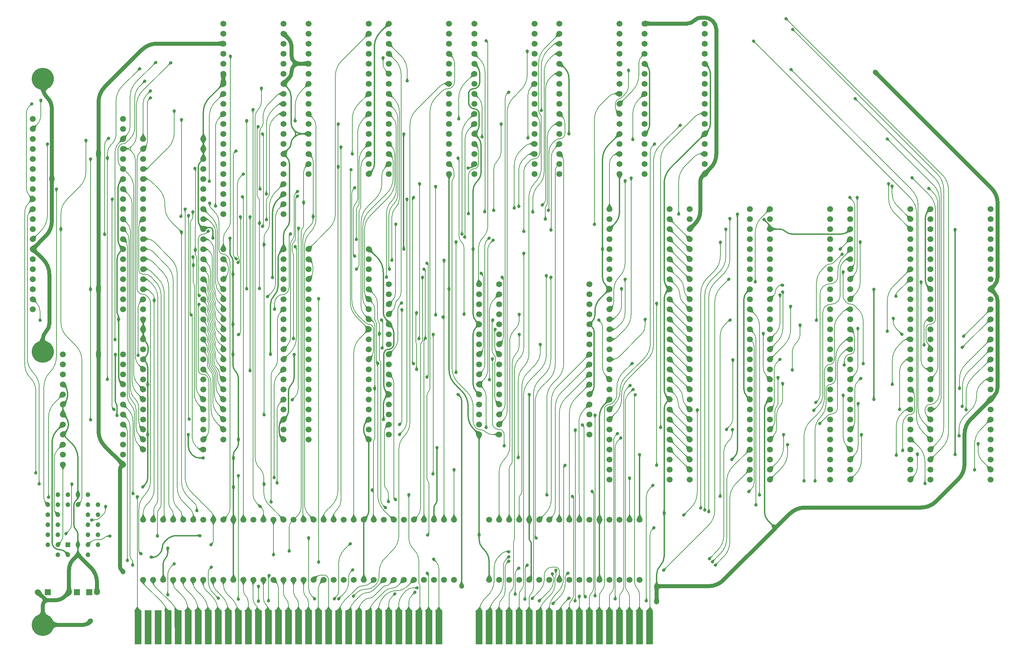
<source format=gbl>
%TF.GenerationSoftware,KiCad,Pcbnew,8.0.4*%
%TF.CreationDate,2024-09-16T12:57:38+02:00*%
%TF.ProjectId,Graphics Board,47726170-6869-4637-9320-426f6172642e,V0*%
%TF.SameCoordinates,PX18392c0PY1360f00*%
%TF.FileFunction,Copper,L2,Bot*%
%TF.FilePolarity,Positive*%
%FSLAX46Y46*%
G04 Gerber Fmt 4.6, Leading zero omitted, Abs format (unit mm)*
G04 Created by KiCad (PCBNEW 8.0.4) date 2024-09-16 12:57:38*
%MOMM*%
%LPD*%
G01*
G04 APERTURE LIST*
%TA.AperFunction,ComponentPad*%
%ADD10C,5.600000*%
%TD*%
%TA.AperFunction,ComponentPad*%
%ADD11C,1.500000*%
%TD*%
%TA.AperFunction,ComponentPad*%
%ADD12R,1.500000X1.500000*%
%TD*%
%TA.AperFunction,ConnectorPad*%
%ADD13R,1.780000X8.620000*%
%TD*%
%TA.AperFunction,ComponentPad*%
%ADD14R,1.200000X1.200000*%
%TD*%
%TA.AperFunction,ComponentPad*%
%ADD15C,1.200000*%
%TD*%
%TA.AperFunction,ViaPad*%
%ADD16C,0.800000*%
%TD*%
%TA.AperFunction,ViaPad*%
%ADD17C,1.300000*%
%TD*%
%TA.AperFunction,Conductor*%
%ADD18C,0.380000*%
%TD*%
%TA.AperFunction,Conductor*%
%ADD19C,1.000000*%
%TD*%
%TA.AperFunction,Conductor*%
%ADD20C,0.200000*%
%TD*%
G04 APERTURE END LIST*
D10*
%TO.P,H19,1,GND*%
%TO.N,GND*%
X0Y0D03*
%TD*%
D11*
%TO.P,B2,1,T~{OE}*%
%TO.N,/(~{RD}\u00B7~{WD})+~{Device RAM 1}*%
X45720000Y-43180000D03*
%TO.P,B2,2,T~{DIR}*%
%TO.N,/~{WD}+~{Device RAM 1}*%
X45720000Y-45720000D03*
%TO.P,B2,3,M~{OE}*%
%TO.N,/~{RD}+~{Device RAM 1}*%
X45720000Y-48260000D03*
%TO.P,B2,4,M~{WE}*%
%TO.N,/~{WD}+~{Device RAM 1}*%
X45720000Y-50800000D03*
%TO.P,B2,5,M14*%
%TO.N,/Lookup14*%
X45720000Y-53340000D03*
%TO.P,B2,6,M13*%
%TO.N,/Lookup13*%
X45720000Y-55880000D03*
%TO.P,B2,7,M12*%
%TO.N,/Lookup12*%
X45720000Y-58420000D03*
%TO.P,B2,8,M11*%
%TO.N,/Lookup11*%
X45720000Y-60960000D03*
%TO.P,B2,9,M10*%
%TO.N,/Lookup10*%
X45720000Y-63500000D03*
%TO.P,B2,10,M9*%
%TO.N,/Lookup9*%
X45720000Y-66040000D03*
%TO.P,B2,11,M8*%
%TO.N,/Lookup8*%
X45720000Y-68580000D03*
%TO.P,B2,12,M7*%
%TO.N,/Lookup7*%
X45720000Y-71120000D03*
%TO.P,B2,13,M6*%
%TO.N,/Lookup6*%
X45720000Y-73660000D03*
%TO.P,B2,14,M5*%
%TO.N,/Lookup5*%
X45720000Y-76200000D03*
%TO.P,B2,15,M4*%
%TO.N,/Lookup4*%
X45720000Y-78740000D03*
%TO.P,B2,16,M3*%
%TO.N,/Lookup3*%
X45720000Y-81280000D03*
%TO.P,B2,17,M2*%
%TO.N,/Lookup2*%
X45720000Y-83820000D03*
%TO.P,B2,18,M1*%
%TO.N,/Lookup1*%
X45720000Y-86360000D03*
%TO.P,B2,19,M0*%
%TO.N,/Lookup0*%
X45720000Y-88900000D03*
%TO.P,B2,20,5V*%
%TO.N,/5V*%
X45720000Y-91440000D03*
%TO.P,B2,21,GND*%
%TO.N,GND*%
X60960000Y-91440000D03*
%TO.P,B2,22,LLE*%
%TO.N,/CLK1*%
X60960000Y-88900000D03*
%TO.P,B2,23,L~{OE}*%
%TO.N,GND*%
X60960000Y-86360000D03*
%TO.P,B2,24,LQ0*%
%TO.N,/Offset0*%
X60960000Y-83820000D03*
%TO.P,B2,25,LQ1*%
%TO.N,/Offset1*%
X60960000Y-81280000D03*
%TO.P,B2,26,LQ2*%
%TO.N,/Offset2*%
X60960000Y-78740000D03*
%TO.P,B2,27,LQ3*%
%TO.N,/Offset3*%
X60960000Y-76200000D03*
%TO.P,B2,28,LQ4*%
%TO.N,/Offset4*%
X60960000Y-73660000D03*
%TO.P,B2,29,LQ5*%
%TO.N,/Offset5*%
X60960000Y-71120000D03*
%TO.P,B2,30,LQ6*%
%TO.N,/Offset6*%
X60960000Y-68580000D03*
%TO.P,B2,31,LQ7*%
%TO.N,/Offset7*%
X60960000Y-66040000D03*
%TO.P,B2,32,D0*%
%TO.N,/D0*%
X60960000Y-63500000D03*
%TO.P,B2,33,D1*%
%TO.N,/D1*%
X60960000Y-60960000D03*
%TO.P,B2,34,D2*%
%TO.N,/D2*%
X60960000Y-58420000D03*
%TO.P,B2,35,D3*%
%TO.N,/D3*%
X60960000Y-55880000D03*
%TO.P,B2,36,D4*%
%TO.N,/D4*%
X60960000Y-53340000D03*
%TO.P,B2,37,D5*%
%TO.N,/D5*%
X60960000Y-50800000D03*
%TO.P,B2,38,D6*%
%TO.N,/D6*%
X60960000Y-48260000D03*
%TO.P,B2,39,D7*%
%TO.N,/D7*%
X60960000Y-45720000D03*
%TO.P,B2,40,GND*%
%TO.N,GND*%
X60960000Y-43180000D03*
%TD*%
D12*
%TO.P,C2,1*%
%TO.N,/5V*%
X11727400Y-130175000D03*
D11*
%TO.P,C2,2*%
%TO.N,GND*%
X13727400Y-130175000D03*
%TD*%
D12*
%TO.P,LED1,1,K*%
%TO.N,Net-(LED1-K)*%
X1275000Y-130175000D03*
D11*
%TO.P,LED1,2,A*%
%TO.N,GND*%
X-1265000Y-130175000D03*
%TD*%
%TO.P,B16,1,A0_{IN}*%
%TO.N,A0_{D}*%
X25400000Y-127000000D03*
%TO.P,B16,2,A1_{IN}*%
%TO.N,A1_{D}*%
X27940000Y-127000000D03*
%TO.P,B16,3,5V*%
%TO.N,/5V*%
X30480000Y-127000000D03*
%TO.P,B16,4,A2_{IN}*%
%TO.N,A2_{D}*%
X33020000Y-127000000D03*
%TO.P,B16,5,A3_{IN}*%
%TO.N,A3_{D}*%
X35560000Y-127000000D03*
%TO.P,B16,6,A4_{IN}*%
%TO.N,A4_{D}*%
X38100000Y-127000000D03*
%TO.P,B16,7,A5_{IN}*%
%TO.N,A5_{D}*%
X40640000Y-127000000D03*
%TO.P,B16,8,A6_{IN}*%
%TO.N,A6_{D}*%
X43180000Y-127000000D03*
%TO.P,B16,9,A7_{IN}*%
%TO.N,A7_{D}*%
X45720000Y-127000000D03*
%TO.P,B16,10,GND*%
%TO.N,GND*%
X48260000Y-127000000D03*
%TO.P,B16,11,A8_{IN}*%
%TO.N,A8_{D}*%
X50800000Y-127000000D03*
%TO.P,B16,12,A9_{IN}*%
%TO.N,A9_{D}*%
X53340000Y-127000000D03*
%TO.P,B16,13,A10_{IN}*%
%TO.N,A10_{D}*%
X55880000Y-127000000D03*
%TO.P,B16,14,A11_{IN}*%
%TO.N,A11_{D}*%
X58420000Y-127000000D03*
%TO.P,B16,15,A12_{IN}*%
%TO.N,A12_{D}*%
X60960000Y-127000000D03*
%TO.P,B16,16,A13_{IN}*%
%TO.N,A13_{D}*%
X63500000Y-127000000D03*
%TO.P,B16,17,A14_{IN}*%
%TO.N,A14_{D}*%
X66040000Y-127000000D03*
%TO.P,B16,18,A15_{IN}*%
%TO.N,A16_{D}*%
X68580000Y-127000000D03*
%TO.P,B16,19,A16_{IN}*%
%TO.N,A15_{D}*%
X71120000Y-127000000D03*
%TO.P,B16,20,~{RD}_{IN}*%
%TO.N,~{RD}_{D}*%
X73660000Y-127000000D03*
%TO.P,B16,21,~{WD}_{IN}*%
%TO.N,~{WD}_{D}*%
X76200000Y-127000000D03*
%TO.P,B16,22,S_{IN}*%
%TO.N,GND*%
X78740000Y-127000000D03*
%TO.P,B16,23,GND*%
X81280000Y-127000000D03*
%TO.P,B16,24,D7_{IN/OUT}*%
%TO.N,D7_{D}*%
X83820000Y-127000000D03*
%TO.P,B16,25,D6_{IN/OUT}*%
%TO.N,D6_{D}*%
X86360000Y-127000000D03*
%TO.P,B16,26,D5_{IN/OUT}*%
%TO.N,D5_{D}*%
X88900000Y-127000000D03*
%TO.P,B16,27,D4_{IN/OUT}*%
%TO.N,D4_{D}*%
X91440000Y-127000000D03*
%TO.P,B16,28,D3_{IN/OUT}*%
%TO.N,D3_{D}*%
X93980000Y-127000000D03*
%TO.P,B16,29,D2_{IN/OUT}*%
%TO.N,D2_{D}*%
X96520000Y-127000000D03*
%TO.P,B16,30,D1_{IN/OUT}*%
%TO.N,D1_{D}*%
X99060000Y-127000000D03*
%TO.P,B16,31,D0_{IN/OUT}*%
%TO.N,D0_{D}*%
X101600000Y-127000000D03*
%TO.P,B16,32,Deivce_~{CS}_{IN}*%
%TO.N,~{Select}_{D}*%
X104140000Y-127000000D03*
%TO.P,B16,33,Deivce_~{CS}*%
%TO.N,/~{Device Select}*%
X104140000Y-111760000D03*
%TO.P,B16,34,D0*%
%TO.N,/D7*%
X101600000Y-111760000D03*
%TO.P,B16,35,5V*%
%TO.N,/5V*%
X99060000Y-111760000D03*
%TO.P,B16,36,D1*%
%TO.N,/D6*%
X96520000Y-111760000D03*
%TO.P,B16,37,D2*%
%TO.N,/D5*%
X93980000Y-111760000D03*
%TO.P,B16,38,D3*%
%TO.N,/D4*%
X91440000Y-111760000D03*
%TO.P,B16,39,D4*%
%TO.N,/D3*%
X88900000Y-111760000D03*
%TO.P,B16,40,D5*%
%TO.N,/D2*%
X86360000Y-111760000D03*
%TO.P,B16,41,D6*%
%TO.N,/D1*%
X83820000Y-111760000D03*
%TO.P,B16,42,GND*%
%TO.N,GND*%
X81280000Y-111760000D03*
%TO.P,B16,43,D7*%
%TO.N,/D0*%
X78740000Y-111760000D03*
%TO.P,B16,44,S*%
%TO.N,unconnected-(B16-S-Pad44)*%
X76200000Y-111760000D03*
%TO.P,B16,45,~{WD}*%
%TO.N,/~{WD}*%
X73660000Y-111760000D03*
%TO.P,B16,46,~{RD}*%
%TO.N,/~{RD}*%
X71120000Y-111760000D03*
%TO.P,B16,47,A16*%
%TO.N,/A16*%
X68580000Y-111760000D03*
%TO.P,B16,48,A15*%
%TO.N,/A15*%
X66040000Y-111760000D03*
%TO.P,B16,49,A14*%
%TO.N,/A14*%
X63500000Y-111760000D03*
%TO.P,B16,50,A13*%
%TO.N,/A13*%
X60960000Y-111760000D03*
%TO.P,B16,51,A12*%
%TO.N,/A12*%
X58420000Y-111760000D03*
%TO.P,B16,52,A11*%
%TO.N,/A11*%
X55880000Y-111760000D03*
%TO.P,B16,53,A10*%
%TO.N,/A10*%
X53340000Y-111760000D03*
%TO.P,B16,54,A9*%
%TO.N,/A9*%
X50800000Y-111760000D03*
%TO.P,B16,55,GND*%
%TO.N,GND*%
X48260000Y-111760000D03*
%TO.P,B16,56,A8*%
%TO.N,/A8*%
X45720000Y-111760000D03*
%TO.P,B16,57,A7*%
%TO.N,/A7*%
X43180000Y-111760000D03*
%TO.P,B16,58,A6*%
%TO.N,/A6*%
X40640000Y-111760000D03*
%TO.P,B16,59,A5*%
%TO.N,/A5*%
X38100000Y-111760000D03*
%TO.P,B16,60,A4*%
%TO.N,/A4*%
X35560000Y-111760000D03*
%TO.P,B16,61,A3*%
%TO.N,/A3*%
X33020000Y-111760000D03*
%TO.P,B16,62,A2*%
%TO.N,/A2*%
X30480000Y-111760000D03*
%TO.P,B16,63,A1*%
%TO.N,/A1*%
X27940000Y-111760000D03*
%TO.P,B16,64,A0*%
%TO.N,/A0*%
X25400000Y-111760000D03*
%TD*%
%TO.P,B14,1,~{OE}*%
%TO.N,/~{Main Write}*%
X163830000Y-33020000D03*
%TO.P,B14,2,IN23*%
%TO.N,/Dest23*%
X163830000Y-35560000D03*
%TO.P,B14,3,5V*%
%TO.N,/5V*%
X163830000Y-38099999D03*
%TO.P,B14,4,IN22*%
%TO.N,/Dest22*%
X163830000Y-40640000D03*
%TO.P,B14,5,IN21*%
%TO.N,/Dest21*%
X163830000Y-43180000D03*
%TO.P,B14,6,IN20*%
%TO.N,/Dest20*%
X163830000Y-45720000D03*
%TO.P,B14,7,IN19*%
%TO.N,/Dest19*%
X163830000Y-48260000D03*
%TO.P,B14,8,IN18*%
%TO.N,/Dest18*%
X163830000Y-50800001D03*
%TO.P,B14,9,GND*%
%TO.N,GND*%
X163830000Y-53340000D03*
%TO.P,B14,10,IN17*%
%TO.N,/Dest17*%
X163830000Y-55880000D03*
%TO.P,B14,11,IN16*%
%TO.N,/Dest16*%
X163830000Y-58420000D03*
%TO.P,B14,12,IN15*%
%TO.N,/Dest15*%
X163830000Y-60959999D03*
%TO.P,B14,13,IN14*%
%TO.N,/Dest14*%
X163830000Y-63500000D03*
%TO.P,B14,14,IN13*%
%TO.N,/Dest13*%
X163830000Y-66040000D03*
%TO.P,B14,15,IN12*%
%TO.N,/Dest12*%
X163830000Y-68580000D03*
%TO.P,B14,16,IN11*%
%TO.N,/Dest11*%
X163830000Y-71119999D03*
%TO.P,B14,17,IN10*%
%TO.N,/Dest10*%
X163830000Y-73660001D03*
%TO.P,B14,18,IN9*%
%TO.N,/Dest9*%
X163830000Y-76200000D03*
%TO.P,B14,19,IN8*%
%TO.N,/Dest8*%
X163830000Y-78740000D03*
%TO.P,B14,20,GND*%
%TO.N,GND*%
X163830000Y-81280000D03*
%TO.P,B14,21,IN7*%
%TO.N,/Dest7*%
X163830000Y-83819999D03*
%TO.P,B14,22,IN6*%
%TO.N,/Dest6*%
X163830000Y-86360000D03*
%TO.P,B14,23,IN5*%
%TO.N,/Dest5*%
X163830000Y-88900000D03*
%TO.P,B14,24,IN4*%
%TO.N,/Dest4*%
X163830000Y-91440000D03*
%TO.P,B14,25,IN3*%
%TO.N,/Dest3*%
X163830000Y-93979999D03*
%TO.P,B14,26,IN2*%
%TO.N,/Dest2*%
X163830000Y-96520001D03*
%TO.P,B14,27,IN1*%
%TO.N,/Dest1*%
X163830000Y-99060000D03*
%TO.P,B14,28,IN0*%
%TO.N,/Dest0*%
X163830000Y-101600000D03*
%TO.P,B14,29,OUT0*%
%TO.N,A0_{M}*%
X179070000Y-101600000D03*
%TO.P,B14,30,OUT1*%
%TO.N,A1_{M}*%
X179070000Y-99060000D03*
%TO.P,B14,31,5V*%
%TO.N,/5V*%
X179070000Y-96520000D03*
%TO.P,B14,32,OUT2*%
%TO.N,A2_{M}*%
X179070000Y-93980000D03*
%TO.P,B14,33,OUT3*%
%TO.N,A3_{M}*%
X179070000Y-91440000D03*
%TO.P,B14,34,OUT4*%
%TO.N,A4_{M}*%
X179070000Y-88900000D03*
%TO.P,B14,35,OUT5*%
%TO.N,A5_{M}*%
X179070000Y-86360000D03*
%TO.P,B14,36,OUT6*%
%TO.N,A6_{M}*%
X179070000Y-83820000D03*
%TO.P,B14,37,GND*%
%TO.N,GND*%
X179070000Y-81280000D03*
%TO.P,B14,38,OUT7*%
%TO.N,A7_{M}*%
X179070000Y-78740000D03*
%TO.P,B14,39,OUT8*%
%TO.N,A8_{M}*%
X179070000Y-76200000D03*
%TO.P,B14,40,OUT9*%
%TO.N,A9_{M}*%
X179070000Y-73660000D03*
%TO.P,B14,41,OUT10*%
%TO.N,A10_{M}*%
X179070000Y-71120000D03*
%TO.P,B14,42,OUT11*%
%TO.N,A11_{M}*%
X179070000Y-68580000D03*
%TO.P,B14,43,OUT12*%
%TO.N,A12_{M}*%
X179070000Y-66040000D03*
%TO.P,B14,44,OUT13*%
%TO.N,A13_{M}*%
X179070000Y-63500000D03*
%TO.P,B14,45,OUT14*%
%TO.N,A14_{M}*%
X179070000Y-60960000D03*
%TO.P,B14,46,OUT15*%
%TO.N,A15_{M}*%
X179070000Y-58420000D03*
%TO.P,B14,47,OUT16*%
%TO.N,A16_{M}*%
X179070000Y-55880000D03*
%TO.P,B14,48,GND*%
%TO.N,GND*%
X179070000Y-53340000D03*
%TO.P,B14,49,OUT17*%
%TO.N,A17_{M}*%
X179070000Y-50800000D03*
%TO.P,B14,50,OUT18*%
%TO.N,A18_{M}*%
X179070000Y-48260000D03*
%TO.P,B14,51,OUT19*%
%TO.N,A19_{M}*%
X179070000Y-45720000D03*
%TO.P,B14,52,OUT20*%
%TO.N,A20_{M}*%
X179070000Y-43180000D03*
%TO.P,B14,53,OUT21*%
%TO.N,A21_{M}*%
X179070000Y-40640000D03*
%TO.P,B14,54,OUT22*%
%TO.N,A22_{M}*%
X179070000Y-38100000D03*
%TO.P,B14,55,OUT23*%
%TO.N,A23_{M}*%
X179070000Y-35560000D03*
%TO.P,B14,56,CLK*%
%TO.N,/CLK0*%
X179070000Y-33020000D03*
%TD*%
%TO.P,B7,1,5V*%
%TO.N,/5V*%
X151130000Y-111760000D03*
%TO.P,B7,2,~{Main_Access_Slot}*%
%TO.N,~{Main Access}*%
X148590000Y-111760000D03*
%TO.P,B7,3,~{Main}*%
%TO.N,~{Main}*%
X146050001Y-111760000D03*
%TO.P,B7,4,~{RD}*%
%TO.N,/~{Read}*%
X143510000Y-111760000D03*
%TO.P,B7,5,GND*%
%TO.N,GND*%
X140970000Y-111760000D03*
%TO.P,B7,6,~{WD}*%
%TO.N,/~{Write}*%
X138430000Y-111760000D03*
%TO.P,B7,7,D7*%
%TO.N,/MD0*%
X135890000Y-111760000D03*
%TO.P,B7,8,D6*%
%TO.N,/MD1*%
X133349999Y-111760000D03*
%TO.P,B7,9,D5*%
%TO.N,/MD2*%
X130810000Y-111760000D03*
%TO.P,B7,10,D4*%
%TO.N,/MD3*%
X128270000Y-111760000D03*
%TO.P,B7,11,D3*%
%TO.N,/MD4*%
X125730000Y-111760000D03*
%TO.P,B7,12,GND*%
%TO.N,GND*%
X123190001Y-111760000D03*
%TO.P,B7,13,D2*%
%TO.N,/MD5*%
X120650000Y-111760000D03*
%TO.P,B7,14,D1*%
%TO.N,/MD6*%
X118110000Y-111760000D03*
%TO.P,B7,15,D0*%
%TO.N,/MD7*%
X115570000Y-111760000D03*
%TO.P,B7,16,N.C.*%
%TO.N,unconnected-(B7-N.C.-Pad16)*%
X113030001Y-111760000D03*
%TO.P,B7,17,5V*%
%TO.N,/5V*%
X113030000Y-127000000D03*
%TO.P,B7,18,MD0*%
%TO.N,D7_{M}*%
X115570000Y-127000000D03*
%TO.P,B7,19,MD1*%
%TO.N,D6_{M}*%
X118110000Y-127000000D03*
%TO.P,B7,20,MD2*%
%TO.N,D5_{M}*%
X120650000Y-127000000D03*
%TO.P,B7,21,GND*%
%TO.N,GND*%
X123190000Y-127000000D03*
%TO.P,B7,22,MD3*%
%TO.N,D4_{M}*%
X125730000Y-127000000D03*
%TO.P,B7,23,MD4*%
%TO.N,D3_{M}*%
X128270000Y-127000000D03*
%TO.P,B7,24,MD5*%
%TO.N,D2_{M}*%
X130810000Y-127000000D03*
%TO.P,B7,25,MD6*%
%TO.N,D1_{M}*%
X133350000Y-127000000D03*
%TO.P,B7,26,MD7*%
%TO.N,D0_{M}*%
X135890000Y-127000000D03*
%TO.P,B7,27,N.C.*%
%TO.N,unconnected-(B7-N.C.-Pad27)*%
X138430000Y-127000000D03*
%TO.P,B7,28,GND*%
%TO.N,GND*%
X140970000Y-127000000D03*
%TO.P,B7,29,N.C.*%
%TO.N,unconnected-(B7-N.C.-Pad29)*%
X143510000Y-127000000D03*
%TO.P,B7,30,N.C.*%
%TO.N,unconnected-(B7-N.C.-Pad30)*%
X146050000Y-127000000D03*
%TO.P,B7,31,N.C.*%
%TO.N,unconnected-(B7-N.C.-Pad31)*%
X148590000Y-127000000D03*
%TO.P,B7,32,N.C.*%
%TO.N,unconnected-(B7-N.C.-Pad32)*%
X151130000Y-127000000D03*
%TD*%
D13*
%TO.P,J5,A1,A1*%
%TO.N,~{Reset}_{System}*%
X24079200Y-139065000D03*
%TO.P,J5,A2,A2*%
%TO.N,unconnected-(J5-PadA2)*%
X26619200Y-139065000D03*
%TO.P,J5,A3,A3*%
%TO.N,unconnected-(J5-PadA3)*%
X29159200Y-139065000D03*
%TO.P,J5,A4,A4*%
%TO.N,A0_{D}*%
X31699200Y-139065000D03*
%TO.P,J5,A5,A5*%
%TO.N,A1_{D}*%
X34239200Y-139065000D03*
%TO.P,J5,A6,A6*%
%TO.N,A2_{D}*%
X36779200Y-139065000D03*
%TO.P,J5,A7,A7*%
%TO.N,A3_{D}*%
X39319200Y-139065000D03*
%TO.P,J5,A8,A8*%
%TO.N,A4_{D}*%
X41859200Y-139065000D03*
%TO.P,J5,A9,A9*%
%TO.N,A5_{D}*%
X44399200Y-139065000D03*
%TO.P,J5,A10,A10*%
%TO.N,A6_{D}*%
X46939200Y-139065000D03*
%TO.P,J5,A11,A11*%
%TO.N,A7_{D}*%
X49479200Y-139065000D03*
%TO.P,J5,A12,A12*%
%TO.N,A8_{D}*%
X52019200Y-139065000D03*
%TO.P,J5,A13,A13*%
%TO.N,A9_{D}*%
X54559200Y-139065000D03*
%TO.P,J5,A14,A14*%
%TO.N,A10_{D}*%
X57099200Y-139065000D03*
%TO.P,J5,A15,A15*%
%TO.N,A11_{D}*%
X59639200Y-139065000D03*
%TO.P,J5,A16,A16*%
%TO.N,A12_{D}*%
X62179200Y-139065000D03*
%TO.P,J5,A17,A17*%
%TO.N,A13_{D}*%
X64719200Y-139065000D03*
%TO.P,J5,A18,A18*%
%TO.N,A14_{D}*%
X67259200Y-139065000D03*
%TO.P,J5,A19,A19*%
%TO.N,A15_{D}*%
X69799200Y-139065000D03*
%TO.P,J5,A20,A20*%
%TO.N,A16_{D}*%
X72339200Y-139065000D03*
%TO.P,J5,A21,A21*%
%TO.N,D7_{D}*%
X74879200Y-139065000D03*
%TO.P,J5,A22,A22*%
%TO.N,D6_{D}*%
X77419200Y-139065000D03*
%TO.P,J5,A23,A23*%
%TO.N,D5_{D}*%
X79959200Y-139065000D03*
%TO.P,J5,A24,A24*%
%TO.N,D4_{D}*%
X82499200Y-139065000D03*
%TO.P,J5,A25,A25*%
%TO.N,D3_{D}*%
X85039200Y-139065000D03*
%TO.P,J5,A26,A26*%
%TO.N,D2_{D}*%
X87579200Y-139065000D03*
%TO.P,J5,A27,A27*%
%TO.N,D1_{D}*%
X90119200Y-139065000D03*
%TO.P,J5,A28,A28*%
%TO.N,D0_{D}*%
X92659200Y-139065000D03*
%TO.P,J5,A29,A29*%
%TO.N,H2_{D}*%
X95199200Y-139065000D03*
%TO.P,J5,A30,A30*%
%TO.N,H1_{D}*%
X97739200Y-139065000D03*
%TO.P,J5,A31,A31*%
%TO.N,H0_{D}*%
X100279200Y-139065000D03*
%TO.P,J5,C1,C1*%
%TO.N,A21_{M}*%
X110439200Y-139065000D03*
%TO.P,J5,C2,C2*%
%TO.N,A22_{M}*%
X112979200Y-139065000D03*
%TO.P,J5,C3,C3*%
%TO.N,A23_{M}*%
X115519200Y-139065000D03*
%TO.P,J5,C4,C4*%
%TO.N,A20_{M}*%
X118059200Y-139065000D03*
%TO.P,J5,C5,C5*%
%TO.N,A19_{M}*%
X120599200Y-139065000D03*
%TO.P,J5,C6,C6*%
%TO.N,A18_{M}*%
X123139200Y-139065000D03*
%TO.P,J5,C7,C7*%
%TO.N,A17_{M}*%
X125679200Y-139065000D03*
%TO.P,J5,C8,C8*%
%TO.N,A16_{M}*%
X128219200Y-139065000D03*
%TO.P,J5,C9,C9*%
%TO.N,A15_{M}*%
X130759200Y-139065000D03*
%TO.P,J5,C10,C10*%
%TO.N,A14_{M}*%
X133299200Y-139065000D03*
%TO.P,J5,C11,C11*%
%TO.N,A13_{M}*%
X135839200Y-139065000D03*
%TO.P,J5,C12,C12*%
%TO.N,A12_{M}*%
X138379200Y-139065000D03*
%TO.P,J5,C13,C13*%
%TO.N,A11_{M}*%
X140919200Y-139065000D03*
%TO.P,J5,C14,C14*%
%TO.N,A10_{M}*%
X143459200Y-139065000D03*
%TO.P,J5,C15,C15*%
%TO.N,A9_{M}*%
X145999200Y-139065000D03*
%TO.P,J5,C16,C16*%
%TO.N,A8_{M}*%
X148539200Y-139065000D03*
%TO.P,J5,C17,C17*%
%TO.N,A7_{M}*%
X151079200Y-139065000D03*
%TO.P,J5,C18,C18*%
%TO.N,A6_{M}*%
X153619200Y-139065000D03*
%TD*%
D11*
%TO.P,B8,1,5V*%
%TO.N,/5V*%
X87630000Y13970000D03*
%TO.P,B8,2,Interrupt_CLK*%
%TO.N,/MCLK*%
X87630000Y11430000D03*
%TO.P,B8,3,Write_Clear_Interrupt*%
%TO.N,/Write Clear Interrupt*%
X87630000Y8890000D03*
%TO.P,B8,4,~{Set_Interrupt_on_CLK}*%
%TO.N,/~{Done}*%
X87630000Y6350000D03*
%TO.P,B8,5,GND*%
%TO.N,GND*%
X87630000Y3810000D03*
%TO.P,B8,6,Read_Flags*%
%TO.N,/Read Flags*%
X87630000Y1270000D03*
%TO.P,B8,7,Write_Flags*%
%TO.N,/Write Flags*%
X87630000Y-1270000D03*
%TO.P,B8,8,D7*%
%TO.N,/D7*%
X87630000Y-3810000D03*
%TO.P,B8,9,D6*%
%TO.N,/D6*%
X87630000Y-6350000D03*
%TO.P,B8,10,D5*%
%TO.N,/D5*%
X87630000Y-8890000D03*
%TO.P,B8,11,D4*%
%TO.N,/D4*%
X87630000Y-11430000D03*
%TO.P,B8,12,GND*%
%TO.N,GND*%
X87630000Y-13970000D03*
%TO.P,B8,13,D3*%
%TO.N,/D3*%
X87630000Y-16510000D03*
%TO.P,B8,14,D2*%
%TO.N,/D2*%
X87630000Y-19050000D03*
%TO.P,B8,15,D1*%
%TO.N,/D1*%
X87630000Y-21590000D03*
%TO.P,B8,16,D0*%
%TO.N,/D0*%
X87630000Y-24130000D03*
%TO.P,B8,17,5V*%
%TO.N,/5V*%
X102870000Y-24130000D03*
%TO.P,B8,18,F0*%
%TO.N,/Transparency Enable*%
X102870000Y-21590000D03*
%TO.P,B8,19,F1*%
%TO.N,unconnected-(B8-F1-Pad19)*%
X102870000Y-19050000D03*
%TO.P,B8,20,F2*%
%TO.N,unconnected-(B8-F2-Pad20)*%
X102870000Y-16510000D03*
%TO.P,B8,21,GND*%
%TO.N,GND*%
X102870000Y-13970000D03*
%TO.P,B8,22,F3*%
%TO.N,unconnected-(B8-F3-Pad22)*%
X102870000Y-11430000D03*
%TO.P,B8,23,F4*%
%TO.N,unconnected-(B8-F4-Pad23)*%
X102870000Y-8890000D03*
%TO.P,B8,24,F5*%
%TO.N,unconnected-(B8-F5-Pad24)*%
X102870000Y-6350000D03*
%TO.P,B8,25,N.C.*%
%TO.N,unconnected-(B8-N.C.-Pad25)*%
X102870000Y-3810000D03*
%TO.P,B8,26,~{Enable}*%
%TO.N,~{Enable}_{D}*%
X102870000Y-1270000D03*
%TO.P,B8,27,Enable*%
%TO.N,unconnected-(B8-Enable-Pad27)*%
X102870000Y1270000D03*
%TO.P,B8,28,GND*%
%TO.N,GND*%
X102870000Y3810000D03*
%TO.P,B8,29,~{INT}*%
%TO.N,~{Interrupt}_{D}*%
X102870000Y6350000D03*
%TO.P,B8,30,INT*%
%TO.N,unconnected-(B8-INT-Pad30)*%
X102870000Y8890000D03*
%TO.P,B8,31,N.C.*%
%TO.N,unconnected-(B8-N.C.-Pad31)*%
X102870000Y11430000D03*
%TO.P,B8,32,N.C.*%
%TO.N,unconnected-(B8-N.C.-Pad32)*%
X102870000Y13970000D03*
%TD*%
%TO.P,B15,1,5V*%
%TO.N,/5V*%
X152400000Y13970000D03*
%TO.P,B15,2,Y7_{R}*%
%TO.N,unconnected-(B15-Y7_{R}-Pad2)*%
X152400000Y11430000D03*
%TO.P,B15,3,Y6_{R}*%
%TO.N,unconnected-(B15-Y6_{R}-Pad3)*%
X152400000Y8890000D03*
%TO.P,B15,4,~{Device_Registers}*%
%TO.N,/~{Device Registers}*%
X152400000Y6350000D03*
%TO.P,B15,5,GND*%
%TO.N,GND*%
X152400000Y3810000D03*
%TO.P,B15,6,Y5_{R}*%
%TO.N,unconnected-(B15-Y5_{R}-Pad6)*%
X152400000Y1270000D03*
%TO.P,B15,7,Y4_{R}*%
%TO.N,unconnected-(B15-Y4_{R}-Pad7)*%
X152400000Y-1270000D03*
%TO.P,B15,8,~{E2}*%
%TO.N,/A3*%
X152400000Y-3810000D03*
%TO.P,B15,9,E3*%
%TO.N,/~{A4}*%
X152400000Y-6350000D03*
%TO.P,B15,10,A2*%
%TO.N,/A2*%
X152400000Y-8890000D03*
%TO.P,B15,11,A1*%
%TO.N,/A1*%
X152400000Y-11430000D03*
%TO.P,B15,12,GND*%
%TO.N,GND*%
X152400000Y-13970000D03*
%TO.P,B15,13,A0*%
%TO.N,/A0*%
X152400000Y-16510000D03*
%TO.P,B15,14,N.C.*%
%TO.N,unconnected-(B15-N.C.-Pad14)*%
X152400000Y-19050000D03*
%TO.P,B15,15,~{RD}*%
%TO.N,/~{RD}*%
X152400000Y-21590000D03*
%TO.P,B15,16,~{WD}*%
%TO.N,/~{WD}*%
X152400000Y-24130000D03*
%TO.P,B15,17,5V*%
%TO.N,/5V*%
X167640000Y-24130000D03*
%TO.P,B15,18,N.C.*%
%TO.N,unconnected-(B15-N.C.-Pad18)*%
X167640000Y-21590000D03*
%TO.P,B15,19,Y7_{W}*%
%TO.N,/Write Start*%
X167640000Y-19050000D03*
%TO.P,B15,20,Y6_{W}*%
%TO.N,/Write Dest Address Bank*%
X167640000Y-16510000D03*
%TO.P,B15,21,GND*%
%TO.N,GND*%
X167640000Y-13970000D03*
%TO.P,B15,22,Y5_{W}*%
%TO.N,/Write Dest Address High*%
X167640000Y-11430000D03*
%TO.P,B15,23,Y4_{W}*%
%TO.N,/Write Dest Address Low*%
X167640000Y-8890000D03*
%TO.P,B15,24,Y3_{W}*%
%TO.N,unconnected-(B15-Y3_{W}-Pad24)*%
X167640000Y-6350000D03*
%TO.P,B15,25,Y2_{W}*%
%TO.N,/Write Transparent Colour*%
X167640000Y-3810000D03*
%TO.P,B15,26,Y1_{W}*%
%TO.N,/Write Clear Interrupt*%
X167640000Y-1270000D03*
%TO.P,B15,27,Y0_{W}*%
%TO.N,/Write Flags*%
X167640000Y1270000D03*
%TO.P,B15,28,GND*%
%TO.N,GND*%
X167640000Y3810000D03*
%TO.P,B15,29,Y3_{R}*%
%TO.N,unconnected-(B15-Y3_{R}-Pad29)*%
X167640000Y6350000D03*
%TO.P,B15,30,Y2_{R}*%
%TO.N,/Read Transparent Colour*%
X167640000Y8890000D03*
%TO.P,B15,31,Y1_{R}*%
%TO.N,unconnected-(B15-Y1_{R}-Pad31)*%
X167640000Y11430000D03*
%TO.P,B15,32,Y0_{R}*%
%TO.N,/Read Flags*%
X167640000Y13970000D03*
%TD*%
%TO.P,B1,1,A13*%
%TO.N,/A13*%
X25400000Y-15240000D03*
%TO.P,B1,2,A12*%
%TO.N,/A12*%
X25400000Y-17780000D03*
%TO.P,B1,3,5V*%
%TO.N,/5V*%
X25400000Y-20320000D03*
%TO.P,B1,4,A11*%
%TO.N,/A11*%
X25400000Y-22860000D03*
%TO.P,B1,5,A10*%
%TO.N,/A10*%
X25400000Y-25400000D03*
%TO.P,B1,6,A9*%
%TO.N,/A9*%
X25400000Y-27940000D03*
%TO.P,B1,7,A8*%
%TO.N,/A8*%
X25400000Y-30480000D03*
%TO.P,B1,8,A7*%
%TO.N,/A7*%
X25400000Y-33020000D03*
%TO.P,B1,9,A6*%
%TO.N,/A6*%
X25400000Y-35560000D03*
%TO.P,B1,10,GND*%
%TO.N,GND*%
X25400000Y-38100000D03*
%TO.P,B1,11,A5*%
%TO.N,/A5*%
X25400000Y-40640000D03*
%TO.P,B1,12,A4*%
%TO.N,/A4*%
X25400000Y-43180000D03*
%TO.P,B1,13,A3*%
%TO.N,/A3*%
X25400000Y-45720000D03*
%TO.P,B1,14,A2*%
%TO.N,/A2*%
X25400000Y-48260000D03*
%TO.P,B1,15,A1*%
%TO.N,/A1*%
X25400000Y-50800000D03*
%TO.P,B1,16,A0*%
%TO.N,/A0*%
X25400000Y-53340000D03*
%TO.P,B1,17,S*%
%TO.N,/~{Device RAM}*%
X25400000Y-55880000D03*
%TO.P,B1,18,N.C.*%
%TO.N,unconnected-(B1-N.C.-Pad18)*%
X25400000Y-58420000D03*
%TO.P,B1,19,B17*%
%TO.N,GND*%
X25400000Y-60960000D03*
%TO.P,B1,20,B16*%
X25400000Y-63500000D03*
%TO.P,B1,21,B15*%
X25400000Y-66040000D03*
%TO.P,B1,22,B14*%
%TO.N,/C14*%
X25400000Y-68580000D03*
%TO.P,B1,23,GND*%
%TO.N,GND*%
X25400000Y-71120000D03*
%TO.P,B1,24,B13*%
%TO.N,/C13*%
X25400000Y-73660000D03*
%TO.P,B1,25,B12*%
%TO.N,/C12*%
X25400000Y-76200000D03*
%TO.P,B1,26,B11*%
%TO.N,/C11*%
X25400000Y-78740000D03*
%TO.P,B1,27,B10*%
%TO.N,/C10*%
X25400000Y-81280000D03*
%TO.P,B1,28,B9*%
%TO.N,/C9*%
X25400000Y-83820000D03*
%TO.P,B1,29,B8*%
%TO.N,/C8*%
X25400000Y-86360000D03*
%TO.P,B1,30,B7*%
%TO.N,/C7*%
X25400000Y-88900000D03*
%TO.P,B1,31,B6*%
%TO.N,/C6*%
X25400000Y-91440000D03*
%TO.P,B1,32,B5*%
%TO.N,/C5*%
X25400000Y-93980000D03*
%TO.P,B1,33,B0*%
%TO.N,/C0*%
X40640000Y-93980000D03*
%TO.P,B1,34,B1*%
%TO.N,/C1*%
X40640000Y-91440000D03*
%TO.P,B1,35,5V*%
%TO.N,/5V*%
X40640000Y-88900000D03*
%TO.P,B1,36,B2*%
%TO.N,/C2*%
X40640000Y-86360000D03*
%TO.P,B1,37,B3*%
%TO.N,/C3*%
X40640000Y-83820000D03*
%TO.P,B1,38,B4*%
%TO.N,/C4*%
X40640000Y-81280000D03*
%TO.P,B1,39,N.C.*%
%TO.N,unconnected-(B1-N.C.-Pad39)*%
X40640000Y-78740000D03*
%TO.P,B1,40,N.C.*%
%TO.N,unconnected-(B1-N.C.-Pad40)*%
X40640000Y-76200000D03*
%TO.P,B1,41,Y0*%
%TO.N,/Lookup0*%
X40640000Y-73660000D03*
%TO.P,B1,42,GND*%
%TO.N,GND*%
X40640000Y-71120000D03*
%TO.P,B1,43,Y1*%
%TO.N,/Lookup1*%
X40640000Y-68580000D03*
%TO.P,B1,44,Y2*%
%TO.N,/Lookup2*%
X40640000Y-66040000D03*
%TO.P,B1,45,Y3*%
%TO.N,/Lookup3*%
X40640000Y-63500000D03*
%TO.P,B1,46,Y4*%
%TO.N,/Lookup4*%
X40640000Y-60960000D03*
%TO.P,B1,47,Y5*%
%TO.N,/Lookup5*%
X40640000Y-58420000D03*
%TO.P,B1,48,Y6*%
%TO.N,/Lookup6*%
X40640000Y-55880000D03*
%TO.P,B1,49,Y7*%
%TO.N,/Lookup7*%
X40640000Y-53340000D03*
%TO.P,B1,50,Y8*%
%TO.N,/Lookup8*%
X40640000Y-50800000D03*
%TO.P,B1,51,Y9*%
%TO.N,/Lookup9*%
X40640000Y-48260000D03*
%TO.P,B1,52,Y10*%
%TO.N,/Lookup10*%
X40640000Y-45720000D03*
%TO.P,B1,53,Y11*%
%TO.N,/Lookup11*%
X40640000Y-43180000D03*
%TO.P,B1,54,Y12*%
%TO.N,/Lookup12*%
X40640000Y-40640000D03*
%TO.P,B1,55,GND*%
%TO.N,GND*%
X40640000Y-38100000D03*
%TO.P,B1,56,Y13*%
%TO.N,/Lookup13*%
X40640000Y-35560000D03*
%TO.P,B1,57,Y14*%
%TO.N,/Lookup14*%
X40640000Y-33020000D03*
%TO.P,B1,58,Y15*%
%TO.N,unconnected-(B1-Y15-Pad58)*%
X40640000Y-30480000D03*
%TO.P,B1,59,Y16*%
%TO.N,unconnected-(B1-Y16-Pad59)*%
X40640000Y-27940000D03*
%TO.P,B1,60,Y17*%
%TO.N,unconnected-(B1-Y17-Pad60)*%
X40640000Y-25400000D03*
%TO.P,B1,61,A14*%
%TO.N,/A14*%
X40640000Y-22860000D03*
%TO.P,B1,62,A15*%
%TO.N,GND*%
X40640000Y-20320000D03*
%TO.P,B1,63,A16*%
X40640000Y-17780000D03*
%TO.P,B1,64,A17*%
X40640000Y-15240000D03*
%TD*%
D12*
%TO.P,C1,1*%
%TO.N,12V*%
X8636000Y-130175000D03*
D11*
%TO.P,C1,2*%
%TO.N,GND*%
X6636000Y-130175000D03*
%TD*%
%TO.P,B5,1,Read_Count_High*%
%TO.N,/Read Count Offset Start High*%
X-2540000Y-10160000D03*
%TO.P,B5,2,Read_Count_Low*%
%TO.N,/Read Count Offset Start Low*%
X-2540000Y-12700000D03*
%TO.P,B5,3,5V*%
%TO.N,/5V*%
X-2540000Y-15240000D03*
%TO.P,B5,4,CLK*%
%TO.N,/CLK1*%
X-2540000Y-17780000D03*
%TO.P,B5,5,~{Load_Count_Start}*%
%TO.N,/~{Load Count Start}*%
X-2540000Y-20320000D03*
%TO.P,B5,6,~{Reset}*%
%TO.N,/~{Reset}*%
X-2540000Y-22860000D03*
%TO.P,B5,7,GND*%
%TO.N,GND*%
X-2540000Y-25400000D03*
%TO.P,B5,8,D7*%
%TO.N,/D7*%
X-2540000Y-27940000D03*
%TO.P,B5,9,D6*%
%TO.N,/D6*%
X-2540000Y-30480000D03*
%TO.P,B5,10,D5*%
%TO.N,/D5*%
X-2540000Y-33020000D03*
%TO.P,B5,11,D4*%
%TO.N,/D4*%
X-2540000Y-35560000D03*
%TO.P,B5,12,D3*%
%TO.N,/D3*%
X-2540000Y-38100000D03*
%TO.P,B5,13,D2*%
%TO.N,/D2*%
X-2540000Y-40640000D03*
%TO.P,B5,14,GND*%
%TO.N,GND*%
X-2540000Y-43180000D03*
%TO.P,B5,15,D1*%
%TO.N,/D1*%
X-2540000Y-45720000D03*
%TO.P,B5,16,D0*%
%TO.N,/D0*%
X-2540000Y-48260000D03*
%TO.P,B5,17,Count_Enable*%
%TO.N,/Counting*%
X-2540000Y-50800000D03*
%TO.P,B5,18,Latch_Count*%
%TO.N,/CLK1*%
X-2540000Y-53340000D03*
%TO.P,B5,19,Write_Start_High*%
%TO.N,/Write Count Offset Start High*%
X-2540000Y-55880000D03*
%TO.P,B5,20,Write_Start_Low*%
%TO.N,/Write Count Offset Start Low*%
X-2540000Y-58420000D03*
%TO.P,B5,21,C0*%
%TO.N,/C0*%
X20320000Y-58420000D03*
%TO.P,B5,22,C1*%
%TO.N,/C1*%
X20320000Y-55880000D03*
%TO.P,B5,23,5V*%
%TO.N,/5V*%
X20320000Y-53340000D03*
%TO.P,B5,24,C2*%
%TO.N,/C2*%
X20320000Y-50800000D03*
%TO.P,B5,25,C3*%
%TO.N,/C3*%
X20320000Y-48260000D03*
%TO.P,B5,26,C4*%
%TO.N,/C4*%
X20320000Y-45720000D03*
%TO.P,B5,27,GND*%
%TO.N,GND*%
X20320000Y-43180000D03*
%TO.P,B5,28,C5*%
%TO.N,/C5*%
X20320000Y-40640000D03*
%TO.P,B5,29,C6*%
%TO.N,/C6*%
X20320000Y-38100000D03*
%TO.P,B5,30,C7*%
%TO.N,/C7*%
X20320000Y-35560000D03*
%TO.P,B5,31,C8*%
%TO.N,/C8*%
X20320000Y-33020000D03*
%TO.P,B5,32,C9*%
%TO.N,/C9*%
X20320000Y-30480000D03*
%TO.P,B5,33,C10*%
%TO.N,/C10*%
X20320000Y-27940000D03*
%TO.P,B5,34,GND*%
%TO.N,GND*%
X20320000Y-25400000D03*
%TO.P,B5,35,C11*%
%TO.N,/C11*%
X20320000Y-22860000D03*
%TO.P,B5,36,C12*%
%TO.N,/C12*%
X20320000Y-20320000D03*
%TO.P,B5,37,C13*%
%TO.N,/C13*%
X20320000Y-17780000D03*
%TO.P,B5,38,C14*%
%TO.N,/C14*%
X20320000Y-15240000D03*
%TO.P,B5,39,C15*%
%TO.N,unconnected-(B5-C15-Pad39)*%
X20320000Y-12700000D03*
%TO.P,B5,40,TC_{12..15}*%
%TO.N,unconnected-(B5-TC_{12..15}-Pad40)*%
X20320000Y-10160000D03*
%TD*%
%TO.P,B3,1,T~{OE}*%
%TO.N,/(~{RD}\u00B7~{WD})+~{Device RAM 2}*%
X67310000Y-43180000D03*
%TO.P,B3,2,T~{DIR}*%
%TO.N,/~{WD}+~{Device RAM 2}*%
X67310000Y-45720000D03*
%TO.P,B3,3,M~{OE}*%
%TO.N,/~{RD}+~{Device RAM 2}*%
X67310000Y-48260000D03*
%TO.P,B3,4,M~{WE}*%
%TO.N,/~{WD}+~{Device RAM 2}*%
X67310000Y-50800000D03*
%TO.P,B3,5,M14*%
%TO.N,/Lookup14*%
X67310000Y-53340000D03*
%TO.P,B3,6,M13*%
%TO.N,/Lookup13*%
X67310000Y-55880000D03*
%TO.P,B3,7,M12*%
%TO.N,/Lookup12*%
X67310000Y-58420000D03*
%TO.P,B3,8,M11*%
%TO.N,/Lookup11*%
X67310000Y-60960000D03*
%TO.P,B3,9,M10*%
%TO.N,/Lookup10*%
X67310000Y-63500000D03*
%TO.P,B3,10,M9*%
%TO.N,/Lookup9*%
X67310000Y-66040000D03*
%TO.P,B3,11,M8*%
%TO.N,/Lookup8*%
X67310000Y-68580000D03*
%TO.P,B3,12,M7*%
%TO.N,/Lookup7*%
X67310000Y-71120000D03*
%TO.P,B3,13,M6*%
%TO.N,/Lookup6*%
X67310000Y-73660000D03*
%TO.P,B3,14,M5*%
%TO.N,/Lookup5*%
X67310000Y-76200000D03*
%TO.P,B3,15,M4*%
%TO.N,/Lookup4*%
X67310000Y-78740000D03*
%TO.P,B3,16,M3*%
%TO.N,/Lookup3*%
X67310000Y-81280000D03*
%TO.P,B3,17,M2*%
%TO.N,/Lookup2*%
X67310000Y-83820000D03*
%TO.P,B3,18,M1*%
%TO.N,/Lookup1*%
X67310000Y-86360000D03*
%TO.P,B3,19,M0*%
%TO.N,/Lookup0*%
X67310000Y-88900000D03*
%TO.P,B3,20,5V*%
%TO.N,/5V*%
X67310000Y-91440000D03*
%TO.P,B3,21,GND*%
%TO.N,GND*%
X82550000Y-91440000D03*
%TO.P,B3,22,LLE*%
%TO.N,/CLK1*%
X82550000Y-88900000D03*
%TO.P,B3,23,L~{OE}*%
%TO.N,GND*%
X82550000Y-86360000D03*
%TO.P,B3,24,LQ0*%
%TO.N,/Offset8*%
X82550000Y-83820000D03*
%TO.P,B3,25,LQ1*%
%TO.N,/Offset9*%
X82550000Y-81280000D03*
%TO.P,B3,26,LQ2*%
%TO.N,/Offset10*%
X82550000Y-78740000D03*
%TO.P,B3,27,LQ3*%
%TO.N,/Offset11*%
X82550000Y-76200000D03*
%TO.P,B3,28,LQ4*%
%TO.N,/Offset12*%
X82550000Y-73660000D03*
%TO.P,B3,29,LQ5*%
%TO.N,/Offset13*%
X82550000Y-71120000D03*
%TO.P,B3,30,LQ6*%
%TO.N,/Offset14*%
X82550000Y-68580000D03*
%TO.P,B3,31,LQ7*%
%TO.N,/Offset15*%
X82550000Y-66040000D03*
%TO.P,B3,32,D0*%
%TO.N,/D0*%
X82550000Y-63500000D03*
%TO.P,B3,33,D1*%
%TO.N,/D1*%
X82550000Y-60960000D03*
%TO.P,B3,34,D2*%
%TO.N,/D2*%
X82550000Y-58420000D03*
%TO.P,B3,35,D3*%
%TO.N,/D3*%
X82550000Y-55880000D03*
%TO.P,B3,36,D4*%
%TO.N,/D4*%
X82550000Y-53340000D03*
%TO.P,B3,37,D5*%
%TO.N,/D5*%
X82550000Y-50800000D03*
%TO.P,B3,38,D6*%
%TO.N,/D6*%
X82550000Y-48260000D03*
%TO.P,B3,39,D7*%
%TO.N,/D7*%
X82550000Y-45720000D03*
%TO.P,B3,40,GND*%
%TO.N,GND*%
X82550000Y-43180000D03*
%TD*%
%TO.P,B19,1,5V*%
%TO.N,/5V*%
X87630000Y-52070000D03*
%TO.P,B19,2,CLK_{M}*%
%TO.N,CLK_{M}*%
X87630000Y-54610000D03*
%TO.P,B19,3,Write_Start*%
%TO.N,/Write Start*%
X87630000Y-57149999D03*
%TO.P,B19,4,~{Done}*%
%TO.N,/~{Done}*%
X87630000Y-59690000D03*
%TO.P,B19,5,GND*%
%TO.N,GND*%
X87630000Y-62230000D03*
%TO.P,B19,6,~{Main_Access}*%
%TO.N,~{Main Access}*%
X87630000Y-64770000D03*
%TO.P,B19,7,N.C.*%
%TO.N,unconnected-(B19-N.C.-Pad7)*%
X87630000Y-67310000D03*
%TO.P,B19,8,Transparent*%
%TO.N,/Transparent*%
X87630000Y-69850001D03*
%TO.P,B19,9,N.C.*%
%TO.N,unconnected-(B19-N.C.-Pad9)*%
X87630000Y-72390000D03*
%TO.P,B19,10,~{Read}*%
%TO.N,/~{Read}*%
X87630000Y-74930000D03*
%TO.P,B19,11,~{Main_Read}*%
%TO.N,/~{Main Read}*%
X87630000Y-77470000D03*
%TO.P,B19,12,GND*%
%TO.N,GND*%
X87630000Y-80009999D03*
%TO.P,B19,13,N.C.*%
%TO.N,unconnected-(B19-N.C.-Pad13)*%
X87630000Y-82550000D03*
%TO.P,B19,14,~{WD}_{M}*%
%TO.N,~{WD}_{M}*%
X87630000Y-85090000D03*
%TO.P,B19,15,~{Write}*%
%TO.N,/~{Write}*%
X87630000Y-87630000D03*
%TO.P,B19,16,~{Main_Write}*%
%TO.N,/~{Main Write}*%
X87630000Y-90169999D03*
%TO.P,B19,17,5V*%
%TO.N,/5V*%
X110490000Y-90169999D03*
%TO.P,B19,18,~{RD}_{M}*%
%TO.N,~{RD}_{M}*%
X110490000Y-87630000D03*
%TO.P,B19,19,CLK3*%
%TO.N,unconnected-(B19-CLK3-Pad19)*%
X110490000Y-85090000D03*
%TO.P,B19,20,CLK2*%
%TO.N,unconnected-(B19-CLK2-Pad20)*%
X110490000Y-82550000D03*
%TO.P,B19,21,GND*%
%TO.N,GND*%
X110490000Y-80009999D03*
%TO.P,B19,22,CLK1*%
%TO.N,/CLK1*%
X110490000Y-77470000D03*
%TO.P,B19,23,CLK0*%
%TO.N,/CLK0*%
X110490000Y-74930000D03*
%TO.P,B19,24,N.C.*%
%TO.N,unconnected-(B19-N.C.-Pad24)*%
X110490000Y-72390000D03*
%TO.P,B19,25,Counting*%
%TO.N,/Counting*%
X110490000Y-69850001D03*
%TO.P,B19,26,N.C.*%
%TO.N,unconnected-(B19-N.C.-Pad26)*%
X110490000Y-67310000D03*
%TO.P,B19,27,N.C.*%
%TO.N,unconnected-(B19-N.C.-Pad27)*%
X110490000Y-64770000D03*
%TO.P,B19,28,GND*%
%TO.N,GND*%
X110490000Y-62230000D03*
%TO.P,B19,29,~{Load_Count_Start}*%
%TO.N,/~{Load Count Start}*%
X110490000Y-59690000D03*
%TO.P,B19,30,N.C.*%
%TO.N,unconnected-(B19-N.C.-Pad30)*%
X110490000Y-57149999D03*
%TO.P,B19,31,~{MCLK}*%
%TO.N,unconnected-(B19-~{MCLK}-Pad31)*%
X110490000Y-54610000D03*
%TO.P,B19,32,MCLK*%
%TO.N,/MCLK*%
X110490000Y-52070000D03*
%TD*%
D14*
%TO.P,IC2,1,N.C.*%
%TO.N,unconnected-(IC2-N.C.-Pad1)*%
X6350000Y-118110000D03*
D15*
%TO.P,IC2,2,A16*%
%TO.N,GND*%
X8890000Y-120650000D03*
%TO.P,IC2,3,A15*%
X8890000Y-118110000D03*
%TO.P,IC2,4,A12*%
%TO.N,/A12*%
X11430000Y-120650000D03*
%TO.P,IC2,5,A7*%
%TO.N,/A7*%
X13970000Y-118110000D03*
%TO.P,IC2,6,A6*%
%TO.N,/A6*%
X11430000Y-118110000D03*
%TO.P,IC2,7,A5*%
%TO.N,/A5*%
X13970000Y-115570000D03*
%TO.P,IC2,8,A4*%
%TO.N,/A4*%
X11430000Y-115570000D03*
%TO.P,IC2,9,A3*%
%TO.N,/A3*%
X13970000Y-113030000D03*
%TO.P,IC2,10,A2*%
%TO.N,/A2*%
X11430000Y-113030000D03*
%TO.P,IC2,11,A1*%
%TO.N,/A1*%
X13970000Y-110490000D03*
%TO.P,IC2,12,A0*%
%TO.N,/A0*%
X11430000Y-110490000D03*
%TO.P,IC2,13,DQ0*%
%TO.N,/D0*%
X13970000Y-107950000D03*
%TO.P,IC2,14,DQ1*%
%TO.N,/D1*%
X11430000Y-105410000D03*
%TO.P,IC2,15,DQ2*%
%TO.N,/D2*%
X11430000Y-107950000D03*
%TO.P,IC2,16,GND*%
%TO.N,GND*%
X8890000Y-105410000D03*
%TO.P,IC2,17,DQ3*%
%TO.N,/D3*%
X8890000Y-107950000D03*
%TO.P,IC2,18,DQ4*%
%TO.N,/D4*%
X6350000Y-105410000D03*
%TO.P,IC2,19,DQ5*%
%TO.N,/D5*%
X6350000Y-107950000D03*
%TO.P,IC2,20,DQ6*%
%TO.N,/D6*%
X3810000Y-105410000D03*
%TO.P,IC2,21,DQ7*%
%TO.N,/D7*%
X1270000Y-107950000D03*
%TO.P,IC2,22,~{CE}*%
%TO.N,/~{Device ROM}*%
X3810000Y-107950000D03*
%TO.P,IC2,23,A10*%
%TO.N,/A10*%
X1270000Y-110490000D03*
%TO.P,IC2,24,~{OE}*%
%TO.N,/~{RD}*%
X3810000Y-110490000D03*
%TO.P,IC2,25,A11*%
%TO.N,/A11*%
X1270000Y-113030000D03*
%TO.P,IC2,26,A9*%
%TO.N,/A9*%
X3810000Y-113030000D03*
%TO.P,IC2,27,A8*%
%TO.N,/A8*%
X1270000Y-115570000D03*
%TO.P,IC2,28,A13*%
%TO.N,/A13*%
X3810000Y-115570000D03*
%TO.P,IC2,29,A14*%
%TO.N,/A14*%
X1270000Y-118110000D03*
%TO.P,IC2,30,N.C.*%
%TO.N,unconnected-(IC2-N.C.-Pad30)*%
X3810000Y-120650000D03*
%TO.P,IC2,31,~{WE}*%
%TO.N,/~{WD}*%
X3810000Y-118110000D03*
%TO.P,IC2,32,3V*%
%TO.N,/3.3V*%
X6350000Y-120650000D03*
%TD*%
D10*
%TO.P,H1,1,GND*%
%TO.N,GND*%
X0Y-69215000D03*
%TD*%
D11*
%TO.P,B11,1,5V*%
%TO.N,/5V*%
X130810000Y13970000D03*
%TO.P,B11,2,~{Device_Select}*%
%TO.N,/~{Device Select}*%
X130810000Y11430000D03*
%TO.P,B11,3,A16*%
%TO.N,/A16*%
X130810000Y8890000D03*
%TO.P,B11,4,A15*%
%TO.N,/A15*%
X130810000Y6350000D03*
%TO.P,B11,5,GND*%
%TO.N,GND*%
X130810000Y3810000D03*
%TO.P,B11,6,A14*%
%TO.N,/A14*%
X130810000Y1270000D03*
%TO.P,B11,7,A13*%
%TO.N,/A13*%
X130810000Y-1270000D03*
%TO.P,B11,8,A12*%
%TO.N,/A12*%
X130810000Y-3810000D03*
%TO.P,B11,9,A11*%
%TO.N,/A11*%
X130810000Y-6350000D03*
%TO.P,B11,10,A10*%
%TO.N,/A10*%
X130810000Y-8890000D03*
%TO.P,B11,11,A4*%
%TO.N,/A4*%
X130810000Y-11430000D03*
%TO.P,B11,12,GND*%
%TO.N,GND*%
X130810000Y-13970000D03*
%TO.P,B11,13,A3*%
%TO.N,/A3*%
X130810000Y-16510000D03*
%TO.P,B11,14,~{Reset}_{IN2}*%
%TO.N,~{Reset}_{System}*%
X130810000Y-19050000D03*
%TO.P,B11,15,~{Reset}_{IN1}*%
%TO.N,~{Reset}_{D}*%
X130810000Y-21590000D03*
%TO.P,B11,16,N.C.*%
%TO.N,unconnected-(B11-N.C.-Pad16)*%
X130810000Y-24130000D03*
%TO.P,B11,17,5V*%
%TO.N,/5V*%
X146050000Y-24130000D03*
%TO.P,B11,18,Reset_{OUT}*%
%TO.N,unconnected-(B11-Reset_{OUT}-Pad18)*%
X146050000Y-21590000D03*
%TO.P,B11,19,~{Reset}_{OUT}*%
%TO.N,/~{Reset}*%
X146050000Y-19050000D03*
%TO.P,B11,20,~{A3}*%
%TO.N,/~{A3}*%
X146050000Y-16510000D03*
%TO.P,B11,21,GND*%
%TO.N,GND*%
X146050000Y-13970000D03*
%TO.P,B11,22,~{A4}*%
%TO.N,/~{A4}*%
X146050000Y-11430000D03*
%TO.P,B11,23,~{Device_RAM}*%
%TO.N,/~{Device RAM}*%
X146050000Y-8890000D03*
%TO.P,B11,24,~{Device_Registers}*%
%TO.N,/~{Device Registers}*%
X146050000Y-6350000D03*
%TO.P,B11,25,~{Device_ROM}*%
%TO.N,/~{Device ROM}*%
X146050000Y-3810000D03*
%TO.P,B11,26,N.C.*%
%TO.N,unconnected-(B11-N.C.-Pad26)*%
X146050000Y-1270000D03*
%TO.P,B11,27,N.C.*%
%TO.N,unconnected-(B11-N.C.-Pad27)*%
X146050000Y1270000D03*
%TO.P,B11,28,GND*%
%TO.N,GND*%
X146050000Y3810000D03*
%TO.P,B11,29,N.C.*%
%TO.N,unconnected-(B11-N.C.-Pad29)*%
X146050000Y6350000D03*
%TO.P,B11,30,N.C.*%
%TO.N,unconnected-(B11-N.C.-Pad30)*%
X146050000Y8890000D03*
%TO.P,B11,31,N.C.*%
%TO.N,unconnected-(B11-N.C.-Pad31)*%
X146050000Y11430000D03*
%TO.P,B11,32,N.C.*%
%TO.N,unconnected-(B11-N.C.-Pad32)*%
X146050000Y13970000D03*
%TD*%
%TO.P,B18,1,5V*%
%TO.N,/5V*%
X67310000Y13970000D03*
%TO.P,B18,2,N.C.*%
%TO.N,unconnected-(B18-N.C.-Pad2)*%
X67310000Y11430000D03*
%TO.P,B18,3,(~{RD}\u00B7~{WD})+~{Device_RAM_0}*%
%TO.N,unconnected-(B18-(~{RD}\u00B7~{WD})+~{Device_RAM_0}-Pad3)*%
X67310000Y8890000D03*
%TO.P,B18,4,(~{RD}\u00B7~{WD})+~{Device_RAM_1}*%
%TO.N,/(~{RD}\u00B7~{WD})+~{Device RAM 1}*%
X67310000Y6350000D03*
%TO.P,B18,5,GND*%
%TO.N,GND*%
X67310000Y3810000D03*
%TO.P,B18,6,N.C.*%
%TO.N,unconnected-(B18-N.C.-Pad6)*%
X67310000Y1270000D03*
%TO.P,B18,7,~{Device_RAM}*%
%TO.N,/~{Device RAM}*%
X67310000Y-1270000D03*
%TO.P,B18,8,N.C.*%
%TO.N,unconnected-(B18-N.C.-Pad8)*%
X67310000Y-3810000D03*
%TO.P,B18,9,N.C.*%
%TO.N,unconnected-(B18-N.C.-Pad9)*%
X67310000Y-6350000D03*
%TO.P,B18,10,A16*%
%TO.N,/A16*%
X67310000Y-8890000D03*
%TO.P,B18,11,~{RD}*%
%TO.N,/~{RD}*%
X67310000Y-11430000D03*
%TO.P,B18,12,GND*%
%TO.N,GND*%
X67310000Y-13970000D03*
%TO.P,B18,13,~{WD}*%
%TO.N,/~{WD}*%
X67310000Y-16510000D03*
%TO.P,B18,14,A15*%
%TO.N,/A15*%
X67310000Y-19050000D03*
%TO.P,B18,15,A14*%
%TO.N,/A14*%
X67310000Y-21590000D03*
%TO.P,B18,16,Device_RAM*%
%TO.N,unconnected-(B18-Device_RAM-Pad16)*%
X67310000Y-24130000D03*
%TO.P,B18,17,5V*%
%TO.N,/5V*%
X82550000Y-24130000D03*
%TO.P,B18,18,~{RD}+~{Device_RAM_3}*%
%TO.N,unconnected-(B18-~{RD}+~{Device_RAM_3}-Pad18)*%
X82550000Y-21590000D03*
%TO.P,B18,19,~{RD}+~{Device_RAM_2}*%
%TO.N,/~{RD}+~{Device RAM 2}*%
X82550000Y-19050000D03*
%TO.P,B18,20,~{RD}+~{Device_RAM_1}*%
%TO.N,/~{RD}+~{Device RAM 1}*%
X82550000Y-16510000D03*
%TO.P,B18,21,GND*%
%TO.N,GND*%
X82550000Y-13970000D03*
%TO.P,B18,22,~{WD}+~{Device_RAM_3}*%
%TO.N,unconnected-(B18-~{WD}+~{Device_RAM_3}-Pad22)*%
X82550000Y-11430000D03*
%TO.P,B18,23,~{WD}+~{Device_RAM_2}*%
%TO.N,/~{WD}+~{Device RAM 2}*%
X82550000Y-8890000D03*
%TO.P,B18,24,N.C.*%
%TO.N,unconnected-(B18-N.C.-Pad24)*%
X82550000Y-6350000D03*
%TO.P,B18,25,~{WD}+~{Device_RAM_1}*%
%TO.N,/~{WD}+~{Device RAM 1}*%
X82550000Y-3810000D03*
%TO.P,B18,26,N.C.*%
%TO.N,unconnected-(B18-N.C.-Pad26)*%
X82550000Y-1270000D03*
%TO.P,B18,27,~{Device_RAM_0}*%
%TO.N,unconnected-(B18-~{Device_RAM_0}-Pad27)*%
X82550000Y1270000D03*
%TO.P,B18,28,GND*%
%TO.N,GND*%
X82550000Y3810000D03*
%TO.P,B18,29,N.C.*%
%TO.N,unconnected-(B18-N.C.-Pad29)*%
X82550000Y6350000D03*
%TO.P,B18,30,(~{RD}\u00B7~{WD})+~{Device_RAM_3}*%
%TO.N,unconnected-(B18-(~{RD}\u00B7~{WD})+~{Device_RAM_3}-Pad30)*%
X82550000Y8890000D03*
%TO.P,B18,31,(~{RD}\u00B7~{WD})+~{Device_RAM_2}*%
%TO.N,/(~{RD}\u00B7~{WD})+~{Device RAM 2}*%
X82550000Y11430000D03*
%TO.P,B18,32,N.C.*%
%TO.N,unconnected-(B18-N.C.-Pad32)*%
X82550000Y13970000D03*
%TD*%
%TO.P,B12,1,~{Reset}*%
%TO.N,/~{Reset}*%
X143510000Y-33020000D03*
%TO.P,B12,2,N.C.*%
%TO.N,unconnected-(B12-N.C.-Pad2)*%
X143510000Y-35560000D03*
%TO.P,B12,3,5V*%
%TO.N,/5V*%
X143510000Y-38100000D03*
%TO.P,B12,4,CLK*%
%TO.N,/CLK1*%
X143510000Y-40640000D03*
%TO.P,B12,5,N.C.*%
%TO.N,unconnected-(B12-N.C.-Pad5)*%
X143510000Y-43180000D03*
%TO.P,B12,6,N.C.*%
%TO.N,unconnected-(B12-N.C.-Pad6)*%
X143510000Y-45720000D03*
%TO.P,B12,7,N.C.*%
%TO.N,unconnected-(B12-N.C.-Pad7)*%
X143510000Y-48260000D03*
%TO.P,B12,8,N.C.*%
%TO.N,unconnected-(B12-N.C.-Pad8)*%
X143510000Y-50800000D03*
%TO.P,B12,9,GND*%
%TO.N,GND*%
X143510000Y-53340000D03*
%TO.P,B12,10,N.C.*%
%TO.N,unconnected-(B12-N.C.-Pad10)*%
X143510000Y-55880000D03*
%TO.P,B12,11,D7*%
%TO.N,/D7*%
X143510000Y-58420000D03*
%TO.P,B12,12,D6*%
%TO.N,/D6*%
X143510000Y-60960000D03*
%TO.P,B12,13,D5*%
%TO.N,/D5*%
X143510000Y-63500000D03*
%TO.P,B12,14,D4*%
%TO.N,/D4*%
X143510000Y-66040000D03*
%TO.P,B12,15,D3*%
%TO.N,/D3*%
X143510000Y-68580000D03*
%TO.P,B12,16,D2*%
%TO.N,/D2*%
X143510000Y-71120000D03*
%TO.P,B12,17,D1*%
%TO.N,/D1*%
X143510000Y-73660000D03*
%TO.P,B12,18,D0*%
%TO.N,/D0*%
X143510000Y-76200000D03*
%TO.P,B12,19,N.C.*%
%TO.N,unconnected-(B12-N.C.-Pad19)*%
X143510000Y-78740000D03*
%TO.P,B12,20,GND*%
%TO.N,GND*%
X143510000Y-81280000D03*
%TO.P,B12,21,Latch_Bank*%
%TO.N,/Write Dest Address Bank*%
X143510000Y-83820000D03*
%TO.P,B12,22,Latch_High*%
%TO.N,/Write Dest Address High*%
X143510000Y-86360000D03*
%TO.P,B12,23,Latch_Low*%
%TO.N,/Write Dest Address Low*%
X143510000Y-88900000D03*
%TO.P,B12,24,N.C.*%
%TO.N,unconnected-(B12-N.C.-Pad24)*%
X143510000Y-91440000D03*
%TO.P,B12,25,N.C.*%
%TO.N,unconnected-(B12-N.C.-Pad25)*%
X143510000Y-93980000D03*
%TO.P,B12,26,Count_Enable*%
%TO.N,/Counting*%
X143510000Y-96520000D03*
%TO.P,B12,27,TC_{0..3}*%
%TO.N,unconnected-(B12-TC_{0..3}-Pad27)*%
X143510000Y-99060000D03*
%TO.P,B12,28,TC_{20..23}*%
%TO.N,unconnected-(B12-TC_{20..23}-Pad28)*%
X143510000Y-101600000D03*
%TO.P,B12,29,N.C.*%
%TO.N,unconnected-(B12-N.C.-Pad29)*%
X158750000Y-101600000D03*
%TO.P,B12,30,C0*%
%TO.N,/Dest0*%
X158750000Y-99060000D03*
%TO.P,B12,31,5V*%
%TO.N,/5V*%
X158750000Y-96520000D03*
%TO.P,B12,32,C1*%
%TO.N,/Dest1*%
X158750000Y-93980000D03*
%TO.P,B12,33,C2*%
%TO.N,/Dest2*%
X158750000Y-91440000D03*
%TO.P,B12,34,C3*%
%TO.N,/Dest3*%
X158750000Y-88900000D03*
%TO.P,B12,35,C4*%
%TO.N,/Dest4*%
X158750000Y-86360000D03*
%TO.P,B12,36,C5*%
%TO.N,/Dest5*%
X158750000Y-83820000D03*
%TO.P,B12,37,GND*%
%TO.N,GND*%
X158750000Y-81280000D03*
%TO.P,B12,38,C6*%
%TO.N,/Dest6*%
X158750000Y-78740000D03*
%TO.P,B12,39,C7*%
%TO.N,/Dest7*%
X158750000Y-76200000D03*
%TO.P,B12,40,C8*%
%TO.N,/Dest8*%
X158750000Y-73660000D03*
%TO.P,B12,41,C9*%
%TO.N,/Dest9*%
X158750000Y-71120000D03*
%TO.P,B12,42,C10*%
%TO.N,/Dest10*%
X158750000Y-68580000D03*
%TO.P,B12,43,C11*%
%TO.N,/Dest11*%
X158750000Y-66040000D03*
%TO.P,B12,44,C12*%
%TO.N,/Dest12*%
X158750000Y-63500000D03*
%TO.P,B12,45,C13*%
%TO.N,/Dest13*%
X158750000Y-60960000D03*
%TO.P,B12,46,C14*%
%TO.N,/Dest14*%
X158750000Y-58420000D03*
%TO.P,B12,47,C15*%
%TO.N,/Dest15*%
X158750000Y-55880000D03*
%TO.P,B12,48,GND*%
%TO.N,GND*%
X158750000Y-53340000D03*
%TO.P,B12,49,C16*%
%TO.N,/Dest16*%
X158750000Y-50800000D03*
%TO.P,B12,50,C17*%
%TO.N,/Dest17*%
X158750000Y-48260000D03*
%TO.P,B12,51,C18*%
%TO.N,/Dest18*%
X158750000Y-45720000D03*
%TO.P,B12,52,C19*%
%TO.N,/Dest19*%
X158750000Y-43180000D03*
%TO.P,B12,53,C20*%
%TO.N,/Dest20*%
X158750000Y-40640000D03*
%TO.P,B12,54,C21*%
%TO.N,/Dest21*%
X158750000Y-38100000D03*
%TO.P,B12,55,C22*%
%TO.N,/Dest22*%
X158750000Y-35560000D03*
%TO.P,B12,56,C23*%
%TO.N,/Dest23*%
X158750000Y-33020000D03*
%TD*%
%TO.P,B9,1,5V*%
%TO.N,/5V*%
X109254000Y13970000D03*
%TO.P,B9,2,Y7_{R}*%
%TO.N,unconnected-(B9-Y7_{R}-Pad2)*%
X109254000Y11430000D03*
%TO.P,B9,3,Y6_{R}*%
%TO.N,unconnected-(B9-Y6_{R}-Pad3)*%
X109254000Y8890000D03*
%TO.P,B9,4,~{Device_Registers}*%
%TO.N,/~{Device Registers}*%
X109254000Y6350000D03*
%TO.P,B9,5,GND*%
%TO.N,GND*%
X109254000Y3810000D03*
%TO.P,B9,6,Y5_{R}*%
%TO.N,/Read Count Offset Start High*%
X109254000Y1270000D03*
%TO.P,B9,7,Y4_{R}*%
%TO.N,/Read Count Offset Start Low*%
X109254000Y-1270000D03*
%TO.P,B9,8,~{E2}*%
%TO.N,/~{A3}*%
X109254000Y-3810000D03*
%TO.P,B9,9,E3*%
%TO.N,/~{A4}*%
X109254000Y-6350000D03*
%TO.P,B9,10,A2*%
%TO.N,/A2*%
X109254000Y-8890000D03*
%TO.P,B9,11,A1*%
%TO.N,/A1*%
X109254000Y-11430000D03*
%TO.P,B9,12,GND*%
%TO.N,GND*%
X109254000Y-13970000D03*
%TO.P,B9,13,A0*%
%TO.N,/A0*%
X109254000Y-16510000D03*
%TO.P,B9,14,N.C.*%
%TO.N,unconnected-(B9-N.C.-Pad14)*%
X109254000Y-19050000D03*
%TO.P,B9,15,~{RD}*%
%TO.N,/~{RD}*%
X109254000Y-21590000D03*
%TO.P,B9,16,~{WD}*%
%TO.N,/~{WD}*%
X109254000Y-24130000D03*
%TO.P,B9,17,5V*%
%TO.N,/5V*%
X124494000Y-24130000D03*
%TO.P,B9,18,N.C.*%
%TO.N,unconnected-(B9-N.C.-Pad18)*%
X124494000Y-21590000D03*
%TO.P,B9,19,Y7_{W}*%
%TO.N,/Write Count Offset Stop High*%
X124494000Y-19050000D03*
%TO.P,B9,20,Y6_{W}*%
%TO.N,/Write Count Offset Stop Low*%
X124494000Y-16510000D03*
%TO.P,B9,21,GND*%
%TO.N,GND*%
X124494000Y-13970000D03*
%TO.P,B9,22,Y5_{W}*%
%TO.N,/Write Count Offset Start High*%
X124494000Y-11430000D03*
%TO.P,B9,23,Y4_{W}*%
%TO.N,/Write Count Offset Start Low*%
X124494000Y-8890000D03*
%TO.P,B9,24,Y3_{W}*%
%TO.N,unconnected-(B9-Y3_{W}-Pad24)*%
X124494000Y-6350000D03*
%TO.P,B9,25,Y2_{W}*%
%TO.N,/Write Source Address Bank*%
X124494000Y-3810000D03*
%TO.P,B9,26,Y1_{W}*%
%TO.N,/Write Source Address High*%
X124494000Y-1270000D03*
%TO.P,B9,27,Y0_{W}*%
%TO.N,/Write Source Address Low*%
X124494000Y1270000D03*
%TO.P,B9,28,GND*%
%TO.N,GND*%
X124494000Y3810000D03*
%TO.P,B9,29,Y3_{R}*%
%TO.N,unconnected-(B9-Y3_{R}-Pad29)*%
X124494000Y6350000D03*
%TO.P,B9,30,Y2_{R}*%
%TO.N,/Read Source Address Bank*%
X124494000Y8890000D03*
%TO.P,B9,31,Y1_{R}*%
%TO.N,/Read Source Address High*%
X124494000Y11430000D03*
%TO.P,B9,32,Y0_{R}*%
%TO.N,/Read Source Address Low*%
X124494000Y13970000D03*
%TD*%
%TO.P,B4,1,~{OE}*%
%TO.N,/~{Main Read}*%
X184150000Y-33020000D03*
%TO.P,B4,2,IN23*%
%TO.N,/Source23*%
X184150000Y-35560000D03*
%TO.P,B4,3,5V*%
%TO.N,/5V*%
X184150000Y-38099999D03*
%TO.P,B4,4,IN22*%
%TO.N,/Source22*%
X184150000Y-40640000D03*
%TO.P,B4,5,IN21*%
%TO.N,/Source21*%
X184150000Y-43180000D03*
%TO.P,B4,6,IN20*%
%TO.N,/Source20*%
X184150000Y-45720000D03*
%TO.P,B4,7,IN19*%
%TO.N,/Source19*%
X184150000Y-48260000D03*
%TO.P,B4,8,IN18*%
%TO.N,/Source18*%
X184150000Y-50800001D03*
%TO.P,B4,9,GND*%
%TO.N,GND*%
X184150000Y-53340000D03*
%TO.P,B4,10,IN17*%
%TO.N,/Source17*%
X184150000Y-55880000D03*
%TO.P,B4,11,IN16*%
%TO.N,/Source16*%
X184150000Y-58420000D03*
%TO.P,B4,12,IN15*%
%TO.N,/SourceA+O15*%
X184150000Y-60959999D03*
%TO.P,B4,13,IN14*%
%TO.N,/SourceA+O14*%
X184150000Y-63500000D03*
%TO.P,B4,14,IN13*%
%TO.N,/SourceA+O13*%
X184150000Y-66040000D03*
%TO.P,B4,15,IN12*%
%TO.N,/SourceA+O12*%
X184150000Y-68580000D03*
%TO.P,B4,16,IN11*%
%TO.N,/SourceA+O11*%
X184150000Y-71119999D03*
%TO.P,B4,17,IN10*%
%TO.N,/SourceA+O10*%
X184150000Y-73660001D03*
%TO.P,B4,18,IN9*%
%TO.N,/SourceA+O9*%
X184150000Y-76200000D03*
%TO.P,B4,19,IN8*%
%TO.N,/SourceA+O8*%
X184150000Y-78740000D03*
%TO.P,B4,20,GND*%
%TO.N,GND*%
X184150000Y-81280000D03*
%TO.P,B4,21,IN7*%
%TO.N,/SourceA+O7*%
X184150000Y-83819999D03*
%TO.P,B4,22,IN6*%
%TO.N,/SourceA+O6*%
X184150000Y-86360000D03*
%TO.P,B4,23,IN5*%
%TO.N,/SourceA+O5*%
X184150000Y-88900000D03*
%TO.P,B4,24,IN4*%
%TO.N,/SourceA+O4*%
X184150000Y-91440000D03*
%TO.P,B4,25,IN3*%
%TO.N,/SourceA+O3*%
X184150000Y-93979999D03*
%TO.P,B4,26,IN2*%
%TO.N,/SourceA+O2*%
X184150000Y-96520001D03*
%TO.P,B4,27,IN1*%
%TO.N,/SourceA+O1*%
X184150000Y-99060000D03*
%TO.P,B4,28,IN0*%
%TO.N,/SourceA+O0*%
X184150000Y-101600000D03*
%TO.P,B4,29,OUT0*%
%TO.N,A0_{M}*%
X199390000Y-101600000D03*
%TO.P,B4,30,OUT1*%
%TO.N,A1_{M}*%
X199390000Y-99060000D03*
%TO.P,B4,31,5V*%
%TO.N,/5V*%
X199390000Y-96520000D03*
%TO.P,B4,32,OUT2*%
%TO.N,A2_{M}*%
X199390000Y-93980000D03*
%TO.P,B4,33,OUT3*%
%TO.N,A3_{M}*%
X199390000Y-91440000D03*
%TO.P,B4,34,OUT4*%
%TO.N,A4_{M}*%
X199390000Y-88900000D03*
%TO.P,B4,35,OUT5*%
%TO.N,A5_{M}*%
X199390000Y-86360000D03*
%TO.P,B4,36,OUT6*%
%TO.N,A6_{M}*%
X199390000Y-83820000D03*
%TO.P,B4,37,GND*%
%TO.N,GND*%
X199390000Y-81280000D03*
%TO.P,B4,38,OUT7*%
%TO.N,A7_{M}*%
X199390000Y-78740000D03*
%TO.P,B4,39,OUT8*%
%TO.N,A8_{M}*%
X199390000Y-76200000D03*
%TO.P,B4,40,OUT9*%
%TO.N,A9_{M}*%
X199390000Y-73660000D03*
%TO.P,B4,41,OUT10*%
%TO.N,A10_{M}*%
X199390000Y-71120000D03*
%TO.P,B4,42,OUT11*%
%TO.N,A11_{M}*%
X199390000Y-68580000D03*
%TO.P,B4,43,OUT12*%
%TO.N,A12_{M}*%
X199390000Y-66040000D03*
%TO.P,B4,44,OUT13*%
%TO.N,A13_{M}*%
X199390000Y-63500000D03*
%TO.P,B4,45,OUT14*%
%TO.N,A14_{M}*%
X199390000Y-60960000D03*
%TO.P,B4,46,OUT15*%
%TO.N,A15_{M}*%
X199390000Y-58420000D03*
%TO.P,B4,47,OUT16*%
%TO.N,A16_{M}*%
X199390000Y-55880000D03*
%TO.P,B4,48,GND*%
%TO.N,GND*%
X199390000Y-53340000D03*
%TO.P,B4,49,OUT17*%
%TO.N,A17_{M}*%
X199390000Y-50800000D03*
%TO.P,B4,50,OUT18*%
%TO.N,A18_{M}*%
X199390000Y-48260000D03*
%TO.P,B4,51,OUT19*%
%TO.N,A19_{M}*%
X199390000Y-45720000D03*
%TO.P,B4,52,OUT20*%
%TO.N,A20_{M}*%
X199390000Y-43180000D03*
%TO.P,B4,53,OUT21*%
%TO.N,A21_{M}*%
X199390000Y-40640000D03*
%TO.P,B4,54,OUT22*%
%TO.N,A22_{M}*%
X199390000Y-38100000D03*
%TO.P,B4,55,OUT23*%
%TO.N,A23_{M}*%
X199390000Y-35560000D03*
%TO.P,B4,56,CLK*%
%TO.N,/CLK0*%
X199390000Y-33020000D03*
%TD*%
%TO.P,B10,1,5V*%
%TO.N,/5V*%
X5080000Y-69850000D03*
%TO.P,B10,2,~{Device_RAM}*%
%TO.N,/~{Device RAM}*%
X5080000Y-72390000D03*
%TO.P,B10,3,~{Device_Registers}*%
%TO.N,/~{Device Registers}*%
X5080000Y-74930000D03*
%TO.P,B10,4,GND*%
%TO.N,GND*%
X5080000Y-77470000D03*
%TO.P,B10,5,~{Device_ROM}*%
%TO.N,/~{Device ROM}*%
X5080000Y-80010000D03*
%TO.P,B10,6,H2_{REG}*%
%TO.N,GND*%
X5080000Y-82550000D03*
%TO.P,B10,7,H1_{REG}*%
X5080000Y-85090000D03*
%TO.P,B10,8,H0_{REG}*%
%TO.N,/3.3V*%
X5080000Y-87630000D03*
%TO.P,B10,9,GND*%
%TO.N,GND*%
X5080000Y-90170000D03*
%TO.P,B10,10,~{RD}*%
%TO.N,/~{RD}*%
X5080000Y-92710000D03*
%TO.P,B10,11,~{Device_Select}*%
%TO.N,/~{Device Select}*%
X5080000Y-95250000D03*
%TO.P,B10,12,~{WD}*%
%TO.N,/~{WD}*%
X5080000Y-97790000D03*
%TO.P,B10,13,5V*%
%TO.N,/5V*%
X20320000Y-97790000D03*
%TO.P,B10,14,N.C.*%
%TO.N,unconnected-(B10-N.C.-Pad14)*%
X20320000Y-95250000D03*
%TO.P,B10,15,N.C.*%
%TO.N,unconnected-(B10-N.C.-Pad15)*%
X20320000Y-92710000D03*
%TO.P,B10,16,GND*%
%TO.N,GND*%
X20320000Y-90170000D03*
%TO.P,B10,17,H0_{OUT}*%
%TO.N,H0_{D}*%
X20320000Y-87630000D03*
%TO.P,B10,18,H1_{OUT}*%
%TO.N,H1_{D}*%
X20320000Y-85090000D03*
%TO.P,B10,19,H2_{OUT}*%
%TO.N,H2_{D}*%
X20320000Y-82550000D03*
%TO.P,B10,20,N.C.*%
%TO.N,unconnected-(B10-N.C.-Pad20)*%
X20320000Y-80010000D03*
%TO.P,B10,21,GND*%
%TO.N,GND*%
X20320000Y-77470000D03*
%TO.P,B10,22,N.C.*%
%TO.N,unconnected-(B10-N.C.-Pad22)*%
X20320000Y-74930000D03*
%TO.P,B10,23,N.C.*%
%TO.N,unconnected-(B10-N.C.-Pad23)*%
X20320000Y-72390000D03*
%TO.P,B10,24,3.3V*%
%TO.N,/3.3V*%
X20320000Y-69850000D03*
%TD*%
%TO.P,B6,1,A12*%
%TO.N,/Offset12*%
X204470000Y-33020000D03*
%TO.P,B6,2,A11*%
%TO.N,/Offset11*%
X204470000Y-35560000D03*
%TO.P,B6,3,5V*%
%TO.N,/5V*%
X204470000Y-38099999D03*
%TO.P,B6,4,A10*%
%TO.N,/Offset10*%
X204470000Y-40640000D03*
%TO.P,B6,5,A9*%
%TO.N,/Offset9*%
X204470000Y-43180000D03*
%TO.P,B6,6,A8*%
%TO.N,/Offset8*%
X204470000Y-45720000D03*
%TO.P,B6,7,A7*%
%TO.N,/Offset7*%
X204470000Y-48260000D03*
%TO.P,B6,8,A6*%
%TO.N,/Offset6*%
X204470000Y-50800001D03*
%TO.P,B6,9,GND*%
%TO.N,GND*%
X204470000Y-53340000D03*
%TO.P,B6,10,A5*%
%TO.N,/Offset5*%
X204470000Y-55880000D03*
%TO.P,B6,11,A4*%
%TO.N,/Offset4*%
X204470000Y-58420000D03*
%TO.P,B6,12,A3*%
%TO.N,/Offset3*%
X204470000Y-60959999D03*
%TO.P,B6,13,A2*%
%TO.N,/Offset2*%
X204470000Y-63500000D03*
%TO.P,B6,14,A1*%
%TO.N,/Offset1*%
X204470000Y-66040000D03*
%TO.P,B6,15,A0*%
%TO.N,/Offset0*%
X204470000Y-68580000D03*
%TO.P,B6,16,B15*%
%TO.N,/Source15*%
X204470000Y-71119999D03*
%TO.P,B6,17,B14*%
%TO.N,/Source14*%
X204470000Y-73660001D03*
%TO.P,B6,18,B13*%
%TO.N,/Source13*%
X204470000Y-76200000D03*
%TO.P,B6,19,B12*%
%TO.N,/Source12*%
X204470000Y-78740000D03*
%TO.P,B6,20,GND*%
%TO.N,GND*%
X204470000Y-81280000D03*
%TO.P,B6,21,B11*%
%TO.N,/Source11*%
X204470000Y-83819999D03*
%TO.P,B6,22,B10*%
%TO.N,/Source10*%
X204470000Y-86360000D03*
%TO.P,B6,23,B9*%
%TO.N,/Source9*%
X204470000Y-88900000D03*
%TO.P,B6,24,B8*%
%TO.N,/Source8*%
X204470000Y-91440000D03*
%TO.P,B6,25,B7*%
%TO.N,/Source7*%
X204470000Y-93979999D03*
%TO.P,B6,26,B6*%
%TO.N,/Source6*%
X204470000Y-96520001D03*
%TO.P,B6,27,B5*%
%TO.N,/Source5*%
X204470000Y-99060000D03*
%TO.P,B6,28,B4*%
%TO.N,/Source4*%
X204470000Y-101600000D03*
%TO.P,B6,29,B3*%
%TO.N,/Source3*%
X219710000Y-101600000D03*
%TO.P,B6,30,B2*%
%TO.N,/Source2*%
X219710000Y-99060000D03*
%TO.P,B6,31,5V*%
%TO.N,/5V*%
X219710000Y-96520000D03*
%TO.P,B6,32,B1*%
%TO.N,/Source1*%
X219710000Y-93980000D03*
%TO.P,B6,33,B0*%
%TO.N,/Source0*%
X219710000Y-91440000D03*
%TO.P,B6,34,S0*%
%TO.N,/SourceA+O0*%
X219710000Y-88900000D03*
%TO.P,B6,35,S1*%
%TO.N,/SourceA+O1*%
X219710000Y-86360000D03*
%TO.P,B6,36,S2*%
%TO.N,/SourceA+O2*%
X219710000Y-83820000D03*
%TO.P,B6,37,GND*%
%TO.N,GND*%
X219710000Y-81280000D03*
%TO.P,B6,38,S3*%
%TO.N,/SourceA+O3*%
X219710000Y-78740000D03*
%TO.P,B6,39,S4*%
%TO.N,/SourceA+O4*%
X219710000Y-76200000D03*
%TO.P,B6,40,S5*%
%TO.N,/SourceA+O5*%
X219710000Y-73660000D03*
%TO.P,B6,41,S6*%
%TO.N,/SourceA+O6*%
X219710000Y-71120000D03*
%TO.P,B6,42,S7*%
%TO.N,/SourceA+O7*%
X219710000Y-68580000D03*
%TO.P,B6,43,S8*%
%TO.N,/SourceA+O8*%
X219710000Y-66040000D03*
%TO.P,B6,44,S9*%
%TO.N,/SourceA+O9*%
X219710000Y-63500000D03*
%TO.P,B6,45,S10*%
%TO.N,/SourceA+O10*%
X219710000Y-60960000D03*
%TO.P,B6,46,S11*%
%TO.N,/SourceA+O11*%
X219710000Y-58420000D03*
%TO.P,B6,47,S12*%
%TO.N,/SourceA+O12*%
X219710000Y-55880000D03*
%TO.P,B6,48,GND*%
%TO.N,GND*%
X219710000Y-53340000D03*
%TO.P,B6,49,S13*%
%TO.N,/SourceA+O13*%
X219710000Y-50800000D03*
%TO.P,B6,50,S14*%
%TO.N,/SourceA+O14*%
X219710000Y-48260000D03*
%TO.P,B6,51,S15*%
%TO.N,/SourceA+O15*%
X219710000Y-45720000D03*
%TO.P,B6,52,C15*%
%TO.N,unconnected-(B6-C15-Pad52)*%
X219710000Y-43180000D03*
%TO.P,B6,53,N.C.*%
%TO.N,unconnected-(B6-N.C.-Pad53)*%
X219710000Y-40640000D03*
%TO.P,B6,54,A15*%
%TO.N,/Offset15*%
X219710000Y-38100000D03*
%TO.P,B6,55,A14*%
%TO.N,/Offset14*%
X219710000Y-35560000D03*
%TO.P,B6,56,A13*%
%TO.N,/Offset13*%
X219710000Y-33020000D03*
%TD*%
%TO.P,B20,1,5V*%
%TO.N,/5V*%
X115570000Y-52070000D03*
%TO.P,B20,2,~{Main_Read}*%
%TO.N,/~{Main Read}*%
X115570000Y-54610000D03*
%TO.P,B20,3,~{Write}*%
%TO.N,/~{Write}*%
X115570000Y-57149999D03*
%TO.P,B20,4,D7*%
%TO.N,/D7*%
X115570000Y-59690000D03*
%TO.P,B20,5,GND*%
%TO.N,GND*%
X115570000Y-62230000D03*
%TO.P,B20,6,D6*%
%TO.N,/D6*%
X115570000Y-64770000D03*
%TO.P,B20,7,D5*%
%TO.N,/D5*%
X115570000Y-67310000D03*
%TO.P,B20,8,D4*%
%TO.N,/D4*%
X115570000Y-69850001D03*
%TO.P,B20,9,D3*%
%TO.N,/D3*%
X115570000Y-72390000D03*
%TO.P,B20,10,D2*%
%TO.N,/D2*%
X115570000Y-74930000D03*
%TO.P,B20,11,D1*%
%TO.N,/D1*%
X115570000Y-77470000D03*
%TO.P,B20,12,GND*%
%TO.N,GND*%
X115570000Y-80009999D03*
%TO.P,B20,13,D0*%
%TO.N,/D0*%
X115570000Y-82550000D03*
%TO.P,B20,14,Write_Transparent_Colour*%
%TO.N,/Write Transparent Colour*%
X115570000Y-85090000D03*
%TO.P,B20,15,Read_Transparent_Colour*%
%TO.N,/Read Transparent Colour*%
X115570000Y-87630000D03*
%TO.P,B20,16,Transparency_Enable*%
%TO.N,/Transparency Enable*%
X115570000Y-90169999D03*
%TO.P,B20,17,5V*%
%TO.N,/5V*%
X138430000Y-90169999D03*
%TO.P,B20,18,N.C.*%
%TO.N,unconnected-(B20-N.C.-Pad18)*%
X138430000Y-87630000D03*
%TO.P,B20,19,N.C.*%
%TO.N,unconnected-(B20-N.C.-Pad19)*%
X138430000Y-85090000D03*
%TO.P,B20,20,MD0*%
%TO.N,/MD0*%
X138430000Y-82550000D03*
%TO.P,B20,21,GND*%
%TO.N,GND*%
X138430000Y-80009999D03*
%TO.P,B20,22,MD1*%
%TO.N,/MD1*%
X138430000Y-77470000D03*
%TO.P,B20,23,MD2*%
%TO.N,/MD2*%
X138430000Y-74930000D03*
%TO.P,B20,24,MD3*%
%TO.N,/MD3*%
X138430000Y-72390000D03*
%TO.P,B20,25,MD4*%
%TO.N,/MD4*%
X138430000Y-69850001D03*
%TO.P,B20,26,MD5*%
%TO.N,/MD5*%
X138430000Y-67310000D03*
%TO.P,B20,27,MC6*%
%TO.N,/MD6*%
X138430000Y-64770000D03*
%TO.P,B20,28,GND*%
%TO.N,GND*%
X138430000Y-62230000D03*
%TO.P,B20,29,MD7*%
%TO.N,/MD7*%
X138430000Y-59690000D03*
%TO.P,B20,30,N.C.*%
%TO.N,unconnected-(B20-N.C.-Pad30)*%
X138430000Y-57149999D03*
%TO.P,B20,31,Transparent*%
%TO.N,/Transparent*%
X138430000Y-54610000D03*
%TO.P,B20,32,N.C.*%
%TO.N,unconnected-(B20-N.C.-Pad32)*%
X138430000Y-52070000D03*
%TD*%
D10*
%TO.P,H9,1,GND*%
%TO.N,GND*%
X0Y-138430000D03*
%TD*%
D11*
%TO.P,B17,1,~{PH=QH}*%
%TO.N,unconnected-(B17-~{PH=QH}-Pad1)*%
X45720000Y13970000D03*
%TO.P,B17,2,~{PL=QL}*%
%TO.N,unconnected-(B17-~{PL=QL}-Pad2)*%
X45720000Y11430000D03*
%TO.P,B17,3,5V*%
%TO.N,/5V*%
X45720000Y8890000D03*
%TO.P,B17,4,N.C.*%
%TO.N,unconnected-(B17-N.C.-Pad4)*%
X45720000Y6350000D03*
%TO.P,B17,5,N.C.*%
%TO.N,unconnected-(B17-N.C.-Pad5)*%
X45720000Y3810000D03*
%TO.P,B17,6,~{OE}*%
%TO.N,GND*%
X45720000Y1270000D03*
%TO.P,B17,7,GND*%
X45720000Y-1270000D03*
%TO.P,B17,8,D7*%
%TO.N,/D7*%
X45720000Y-3810000D03*
%TO.P,B17,9,D6*%
%TO.N,/D6*%
X45720000Y-6350000D03*
%TO.P,B17,10,D5*%
%TO.N,/D5*%
X45720000Y-8890000D03*
%TO.P,B17,11,D4*%
%TO.N,/D4*%
X45720000Y-11430000D03*
%TO.P,B17,12,D3*%
%TO.N,/D3*%
X45720000Y-13970000D03*
%TO.P,B17,13,D2*%
%TO.N,/D2*%
X45720000Y-16510000D03*
%TO.P,B17,14,GND*%
%TO.N,GND*%
X45720000Y-19050000D03*
%TO.P,B17,15,D1*%
%TO.N,/D1*%
X45720000Y-21590000D03*
%TO.P,B17,16,D0*%
%TO.N,/D0*%
X45720000Y-24130000D03*
%TO.P,B17,17,N.C.*%
%TO.N,unconnected-(B17-N.C.-Pad17)*%
X45720000Y-26670000D03*
%TO.P,B17,18,N.C.*%
%TO.N,unconnected-(B17-N.C.-Pad18)*%
X45720000Y-29210000D03*
%TO.P,B17,19,Write_A_High*%
%TO.N,/Write Count Offset Stop High*%
X45720000Y-31750000D03*
%TO.P,B17,20,Write_A_Low*%
%TO.N,/Write Count Offset Stop Low*%
X45720000Y-34290000D03*
%TO.P,B17,21,C0*%
%TO.N,/C0*%
X60960000Y-34290000D03*
%TO.P,B17,22,C1*%
%TO.N,/C1*%
X60960000Y-31750000D03*
%TO.P,B17,23,5V*%
%TO.N,/5V*%
X60960000Y-29210000D03*
%TO.P,B17,24,C2*%
%TO.N,/C2*%
X60960000Y-26670000D03*
%TO.P,B17,25,C3*%
%TO.N,/C3*%
X60960000Y-24130000D03*
%TO.P,B17,26,C4*%
%TO.N,/C4*%
X60960000Y-21590000D03*
%TO.P,B17,27,GND*%
%TO.N,GND*%
X60960000Y-19050000D03*
%TO.P,B17,28,C5*%
%TO.N,/C5*%
X60960000Y-16510000D03*
%TO.P,B17,29,C6*%
%TO.N,/C6*%
X60960000Y-13970000D03*
%TO.P,B17,30,C7*%
%TO.N,/C7*%
X60960000Y-11430000D03*
%TO.P,B17,31,C8*%
%TO.N,/C8*%
X60960000Y-8890000D03*
%TO.P,B17,32,C9*%
%TO.N,/C9*%
X60960000Y-6350000D03*
%TO.P,B17,33,C10*%
%TO.N,/C10*%
X60960000Y-3810000D03*
%TO.P,B17,34,GND*%
%TO.N,GND*%
X60960000Y-1270000D03*
%TO.P,B17,35,C11*%
%TO.N,/C11*%
X60960000Y1270000D03*
%TO.P,B17,36,C12*%
%TO.N,/C12*%
X60960000Y3810000D03*
%TO.P,B17,37,C13*%
%TO.N,/C13*%
X60960000Y6350000D03*
%TO.P,B17,38,C14*%
%TO.N,/C14*%
X60960000Y8890000D03*
%TO.P,B17,39,C15*%
%TO.N,GND*%
X60960000Y11430000D03*
%TO.P,B17,40,~{C=A}*%
%TO.N,/~{Done}*%
X60960000Y13970000D03*
%TD*%
%TO.P,B13,1,~{OE}*%
%TO.N,GND*%
X224790000Y-33020000D03*
%TO.P,B13,2,N.C.*%
%TO.N,unconnected-(B13-N.C.-Pad2)*%
X224790000Y-35560000D03*
%TO.P,B13,3,5V*%
%TO.N,/5V*%
X224790000Y-38100000D03*
%TO.P,B13,4,N.C.*%
%TO.N,unconnected-(B13-N.C.-Pad4)*%
X224790000Y-40640000D03*
%TO.P,B13,5,N.C.*%
%TO.N,unconnected-(B13-N.C.-Pad5)*%
X224790000Y-43180000D03*
%TO.P,B13,6,N.C.*%
%TO.N,unconnected-(B13-N.C.-Pad6)*%
X224790000Y-45720000D03*
%TO.P,B13,7,N.C.*%
%TO.N,unconnected-(B13-N.C.-Pad7)*%
X224790000Y-48260000D03*
%TO.P,B13,8,N.C.*%
%TO.N,unconnected-(B13-N.C.-Pad8)*%
X224790000Y-50800000D03*
%TO.P,B13,9,GND*%
%TO.N,GND*%
X224790000Y-53340000D03*
%TO.P,B13,10,N.C.*%
%TO.N,unconnected-(B13-N.C.-Pad10)*%
X224790000Y-55880000D03*
%TO.P,B13,11,D0*%
%TO.N,/D0*%
X224790000Y-58420000D03*
%TO.P,B13,12,D1*%
%TO.N,/D1*%
X224790000Y-60960000D03*
%TO.P,B13,13,D2*%
%TO.N,/D2*%
X224790000Y-63500000D03*
%TO.P,B13,14,D3*%
%TO.N,/D3*%
X224790000Y-66040000D03*
%TO.P,B13,15,D4*%
%TO.N,/D4*%
X224790000Y-68580000D03*
%TO.P,B13,16,D5*%
%TO.N,/D5*%
X224790000Y-71120000D03*
%TO.P,B13,17,D6*%
%TO.N,/D6*%
X224790000Y-73660000D03*
%TO.P,B13,18,D7*%
%TO.N,/D7*%
X224790000Y-76200000D03*
%TO.P,B13,19,N.C.*%
%TO.N,unconnected-(B13-N.C.-Pad19)*%
X224790000Y-78740000D03*
%TO.P,B13,20,GND*%
%TO.N,GND*%
X224790000Y-81280000D03*
%TO.P,B13,21,Latch_Bank*%
%TO.N,/Write Source Address Bank*%
X224790000Y-83820000D03*
%TO.P,B13,22,Latch__High*%
%TO.N,/Write Source Address High*%
X224790000Y-86360000D03*
%TO.P,B13,23,Latch_Low*%
%TO.N,/Write Source Address Low*%
X224790000Y-88900000D03*
%TO.P,B13,24,Read_Bank*%
%TO.N,/Read Source Address Bank*%
X224790000Y-91440000D03*
%TO.P,B13,25,Read_High*%
%TO.N,/Read Source Address High*%
X224790000Y-93980000D03*
%TO.P,B13,26,Read_Low*%
%TO.N,/Read Source Address Low*%
X224790000Y-96520000D03*
%TO.P,B13,27,N.C.*%
%TO.N,unconnected-(B13-N.C.-Pad27)*%
X224790000Y-99060000D03*
%TO.P,B13,28,N.C.*%
%TO.N,unconnected-(B13-N.C.-Pad28)*%
X224790000Y-101600000D03*
%TO.P,B13,29,Q0*%
%TO.N,/Source0*%
X240030000Y-101600000D03*
%TO.P,B13,30,Q1*%
%TO.N,/Source1*%
X240030000Y-99060000D03*
%TO.P,B13,31,5V*%
%TO.N,/5V*%
X240030000Y-96520000D03*
%TO.P,B13,32,Q2*%
%TO.N,/Source2*%
X240030000Y-93980000D03*
%TO.P,B13,33,Q3*%
%TO.N,/Source3*%
X240030000Y-91440000D03*
%TO.P,B13,34,Q4*%
%TO.N,/Source4*%
X240030000Y-88900000D03*
%TO.P,B13,35,Q5*%
%TO.N,/Source5*%
X240030000Y-86360000D03*
%TO.P,B13,36,Q6*%
%TO.N,/Source6*%
X240030000Y-83820000D03*
%TO.P,B13,37,GND*%
%TO.N,GND*%
X240030000Y-81280000D03*
%TO.P,B13,38,Q7*%
%TO.N,/Source7*%
X240030000Y-78740000D03*
%TO.P,B13,39,Q8*%
%TO.N,/Source8*%
X240030000Y-76200000D03*
%TO.P,B13,40,Q9*%
%TO.N,/Source9*%
X240030000Y-73660000D03*
%TO.P,B13,41,Q10*%
%TO.N,/Source10*%
X240030000Y-71120000D03*
%TO.P,B13,42,Q11*%
%TO.N,/Source11*%
X240030000Y-68580000D03*
%TO.P,B13,43,Q12*%
%TO.N,/Source12*%
X240030000Y-66040000D03*
%TO.P,B13,44,Q13*%
%TO.N,/Source13*%
X240030000Y-63500000D03*
%TO.P,B13,45,Q14*%
%TO.N,/Source14*%
X240030000Y-60960000D03*
%TO.P,B13,46,Q15*%
%TO.N,/Source15*%
X240030000Y-58420000D03*
%TO.P,B13,47,Q16*%
%TO.N,/Source16*%
X240030000Y-55880000D03*
%TO.P,B13,48,GND*%
%TO.N,GND*%
X240030000Y-53340000D03*
%TO.P,B13,49,Q17*%
%TO.N,/Source17*%
X240030000Y-50800000D03*
%TO.P,B13,50,Q18*%
%TO.N,/Source18*%
X240030000Y-48260000D03*
%TO.P,B13,51,Q19*%
%TO.N,/Source19*%
X240030000Y-45720000D03*
%TO.P,B13,52,Q20*%
%TO.N,/Source20*%
X240030000Y-43180000D03*
%TO.P,B13,53,Q21*%
%TO.N,/Source21*%
X240030000Y-40640000D03*
%TO.P,B13,54,Q22*%
%TO.N,/Source22*%
X240030000Y-38100000D03*
%TO.P,B13,55,Q23*%
%TO.N,/Source23*%
X240030000Y-35560000D03*
%TO.P,B13,56,N.C.*%
%TO.N,unconnected-(B13-N.C.-Pad56)*%
X240030000Y-33020000D03*
%TD*%
D16*
%TO.N,GND*%
X157353000Y-110109000D03*
%TO.N,A21_{M}*%
X171577000Y-41402000D03*
%TO.N,A23_{M}*%
X173990000Y-35433000D03*
%TO.N,A22_{M}*%
X172974000Y-38100000D03*
%TO.N,A21_{M}*%
X166624000Y-108839000D03*
X117983000Y-119888000D03*
%TO.N,A22_{M}*%
X117983000Y-121158000D03*
X167640000Y-109347000D03*
%TO.N,/5V*%
X175895004Y-34290004D03*
%TO.N,A23_{M}*%
X168656000Y-109728000D03*
X117983000Y-122301000D03*
D17*
%TO.N,/5V*%
X14097000Y-19050000D03*
X14097008Y-69850000D03*
D16*
X151130000Y-95250000D03*
D17*
X14097008Y-53340000D03*
D16*
X110490004Y-115570000D03*
X231013000Y-95329400D03*
X102870000Y-53260600D03*
X174498000Y-96520000D03*
X58166000Y-50419000D03*
D17*
X20320000Y-124968000D03*
D16*
X99822000Y-93472000D03*
X31623000Y-118999000D03*
X231013000Y-38227000D03*
X182626000Y-35687000D03*
%TO.N,/D7*%
X42163998Y-26035000D03*
X101600000Y-46054500D03*
X3429000Y-27939996D03*
X88420700Y-46054500D03*
X224358104Y-27780384D03*
X147464500Y-25857600D03*
X101339066Y-60430000D03*
%TO.N,/D6*%
X-1778006Y-99949000D03*
X222426000Y-51551100D03*
X96520000Y-48260004D03*
X146558000Y-53213000D03*
X96889000Y-65811500D03*
X87772700Y-48260000D03*
X-2794000Y-6350000D03*
%TO.N,/D5*%
X96139000Y-50332500D03*
X147447000Y-50800000D03*
X116332000Y-50332500D03*
X87022700Y-50334100D03*
X43736600Y-32258000D03*
X202646700Y-48974900D03*
X-900998Y-102743000D03*
X207772000Y-72263000D03*
%TO.N,/D4*%
X54548000Y-12156700D03*
X114542000Y-63500000D03*
X85211700Y-64643000D03*
X86741000Y-108712000D03*
X220091000Y-25107600D03*
X54864000Y-36575998D03*
X149002200Y-25153100D03*
X54864000Y-53213000D03*
%TO.N,/D3*%
X4572000Y-38100000D03*
X10922000Y-15621000D03*
X84794700Y-72136000D03*
%TO.N,/D2*%
X215392004Y-60706000D03*
X94667500Y-73660000D03*
X217551000Y-64770000D03*
X57784986Y-107334700D03*
X1143000Y-16510000D03*
X94615000Y-59309000D03*
X152527000Y-60960000D03*
%TO.N,/D1*%
X223172200Y-67524500D03*
X83428600Y-104282700D03*
X84044700Y-78486000D03*
%TO.N,/D0*%
X113919000Y-61180006D03*
X140749990Y-61180006D03*
X78055500Y-23058400D03*
%TO.N,/3.3V*%
X18775399Y-85364601D03*
X18379700Y-69850000D03*
%TO.N,/A11*%
X53212996Y-7803400D03*
X12363300Y-111844600D03*
X33274000Y-8128000D03*
X54991000Y-108396300D03*
X15880300Y-108396300D03*
%TO.N,/A10*%
X128017500Y-33401000D03*
X38989000Y-109486000D03*
X35126900Y-38870600D03*
%TO.N,/A9*%
X50546000Y-29910000D03*
%TO.N,/A8*%
X42272800Y-31549400D03*
%TO.N,/A7*%
X36020800Y-33020000D03*
X42553100Y-118110000D03*
%TO.N,/A6*%
X17018000Y-115951000D03*
X29009300Y-115954600D03*
%TO.N,/A4*%
X127267500Y-35560000D03*
%TO.N,/A3*%
X149409600Y-15425100D03*
X128650200Y-38354000D03*
%TO.N,/A2*%
X106127621Y-39447200D03*
%TO.N,/A1*%
X106807000Y-40195500D03*
%TO.N,/A0*%
X107812550Y-34278000D03*
X39592500Y-54998800D03*
X41873648Y-38648288D03*
X28194000Y-56134000D03*
%TO.N,/~{WD}*%
X75474900Y-17276200D03*
%TO.N,/A14*%
X62398500Y-119741500D03*
X66040000Y-31369000D03*
X126492000Y-32004000D03*
%TO.N,/A13*%
X27241650Y-3111650D03*
X56018800Y-102724800D03*
X5830000Y-115337492D03*
X7366006Y-102724800D03*
X55346300Y-2420000D03*
%TO.N,/A12*%
X58420000Y-120650000D03*
X27227300Y-4867500D03*
X24840823Y-120445000D03*
%TO.N,/Write Clear Interrupt*%
X92275600Y-512200D03*
%TO.N,/Read Flags*%
X86153400Y5298300D03*
%TO.N,GND*%
X19171700Y-60960000D03*
X91440000Y-43179993D03*
X63627000Y-69850000D03*
X48133000Y-69850000D03*
D17*
X155448006Y-128651004D03*
D16*
X39751000Y-115824000D03*
X48133000Y-62230000D03*
X40640000Y-96139000D03*
X123190000Y-80010000D03*
D17*
X12064999Y-137414001D03*
D16*
X141732000Y-43180000D03*
X108966000Y-43180000D03*
D17*
X106044998Y-128651002D03*
D16*
X86294700Y-86360000D03*
X91440000Y-13970000D03*
X105156000Y-80010000D03*
X26543000Y-90169996D03*
X43053000Y-40386000D03*
X26548200Y-77470000D03*
X210439000Y-53340012D03*
D17*
X2286000Y-25400000D03*
D16*
X48260000Y-96139000D03*
X210439000Y-81280000D03*
X27432000Y-121285000D03*
X48133000Y-49530000D03*
D17*
X155448000Y-132588000D03*
D16*
X47370994Y-40385994D03*
X36830000Y-90170000D03*
X48260000Y-103505000D03*
D17*
X210820000Y1651000D03*
D16*
X133223000Y-13970000D03*
X25273000Y-103505000D03*
X57658000Y-69850000D03*
X49530000Y-91440000D03*
%TO.N,/A16*%
X126262000Y-8118500D03*
%TO.N,/~{RD}*%
X74800800Y-22310000D03*
X107645300Y-22641300D03*
X74806500Y-11447500D03*
%TO.N,/A15*%
X68448750Y-34929250D03*
X124091734Y-33782000D03*
%TO.N,/~{Device RAM}*%
X51616900Y-53293800D03*
X24126100Y-70165300D03*
X63881000Y-10668000D03*
X148336000Y2159000D03*
X51616900Y-10649000D03*
%TO.N,/~{Device Select}*%
X104140000Y-99073700D03*
X120422300Y-96012000D03*
%TO.N,/C7*%
X34925000Y-34925000D03*
X35118000Y-10374800D03*
%TO.N,/C12*%
X16365600Y-20079600D03*
X24511000Y2540000D03*
X16365600Y-76200000D03*
%TO.N,/C8*%
X37105700Y-86330200D03*
X56648700Y-35759900D03*
X36893500Y-34662100D03*
%TO.N,/C13*%
X32385000Y4063990D03*
%TO.N,/C6*%
X55651500Y-13970000D03*
X55626000Y-37465000D03*
%TO.N,/C3*%
X49447634Y-46646195D03*
X38045919Y-45157919D03*
X50800000Y-24130000D03*
X38100000Y-47244004D03*
%TO.N,/~{Device ROM}*%
X1449798Y-106157800D03*
X63119000Y-81407000D03*
X139700000Y-36957000D03*
X64777050Y-37897200D03*
%TO.N,/C10*%
X54991000Y-27940000D03*
%TO.N,/~{Device Registers}*%
X52468200Y-74028100D03*
X111887000Y-33770000D03*
X52468200Y-35047200D03*
%TO.N,/C1*%
X39567200Y-57150000D03*
X56896000Y-55254000D03*
%TO.N,/C9*%
X56606000Y-29210000D03*
X17566200Y-30480004D03*
X17983700Y-83820000D03*
%TO.N,/C5*%
X16637000Y-15113000D03*
X15644600Y-39456000D03*
%TO.N,/C0*%
X37606600Y-59904900D03*
X37973000Y-33750200D03*
%TO.N,/C2*%
X56007000Y-85217000D03*
X56007000Y-42037000D03*
%TO.N,/C4*%
X38481000Y-22733000D03*
X38620000Y-43360200D03*
%TO.N,/C14*%
X28575000Y4127500D03*
X18284900Y-66167000D03*
%TO.N,/C11*%
X25780996Y-635000D03*
%TO.N,/Offset2*%
X202977500Y-72573600D03*
%TO.N,/Offset0*%
X196723000Y-87450001D03*
%TO.N,/~{WD}+~{Device RAM 1}*%
X78356800Y-19058100D03*
X48905400Y-18291500D03*
X48973000Y-45668823D03*
%TO.N,/~{A3}*%
X111227970Y-14756030D03*
%TO.N,/CLK1*%
X12065000Y-86487002D03*
X112268000Y-88392000D03*
X12065000Y-53340000D03*
X114046000Y-40940000D03*
X12065000Y-20320000D03*
%TO.N,/Offset4*%
X192786000Y-101981000D03*
X58582300Y-101143200D03*
%TO.N,/~{RD}+~{Device RAM 1}*%
X79405906Y-40767000D03*
%TO.N,/Offset5*%
X63881000Y-42545000D03*
X206998000Y-41365800D03*
%TO.N,/(~{RD}\u00B7~{WD})+~{Device RAM 1}*%
X47530200Y5704200D03*
%TO.N,/Offset6*%
X64516000Y-28575000D03*
X206248000Y-30099000D03*
%TO.N,/Offset1*%
X195580000Y-101981000D03*
X59300900Y-102465200D03*
%TO.N,/Offset7*%
X63470600Y-65913000D03*
X64516000Y-29730000D03*
X204343000Y-30099000D03*
%TO.N,/Offset10*%
X201930000Y-43180000D03*
X97295300Y-46766300D03*
X97295300Y-75634000D03*
%TO.N,/~{RD}+~{Device RAM 2}*%
X79374986Y-48260000D03*
%TO.N,/Offset15*%
X214195600Y-26583300D03*
X95262000Y-65921391D03*
X95443800Y-26608800D03*
%TO.N,/~{WD}+~{Device RAM 2}*%
X78994000Y-44972400D03*
%TO.N,/Offset13*%
X79011400Y-27664000D03*
%TO.N,/Offset9*%
X195707000Y-82120000D03*
%TO.N,/Offset14*%
X99481600Y-59862300D03*
X85961700Y-68309300D03*
X85776106Y-61138106D03*
X99481600Y-27310500D03*
X215082104Y-27190000D03*
%TO.N,/Offset12*%
X93895500Y-72255600D03*
X93895500Y-30137500D03*
%TO.N,/Offset8*%
X195199000Y-84074000D03*
%TO.N,/Offset11*%
X104635500Y-41378300D03*
X104635500Y-74422000D03*
%TO.N,/SourceA+O14*%
X213868000Y-64071300D03*
%TO.N,A12_{M}*%
X178816000Y-104648000D03*
X139130000Y-104622200D03*
%TO.N,A0_{M}*%
X152841200Y-132334000D03*
X154530900Y-103044500D03*
%TO.N,/Source17*%
X187325000Y-52324006D03*
%TO.N,/SourceA+O0*%
X188595000Y-92710000D03*
%TO.N,A15_{M}*%
X133223373Y-131699373D03*
X181483000Y-105537000D03*
%TO.N,/SourceA+O15*%
X195931900Y-61262100D03*
X202438000Y-44450000D03*
%TO.N,/SourceA+O11*%
X189356996Y-57684000D03*
%TO.N,A11_{M}*%
X149225000Y-72173500D03*
%TO.N,/SourceA+O4*%
X187365500Y-77255300D03*
%TO.N,/CLK0*%
X113030000Y-40386000D03*
%TO.N,A9_{M}*%
X148717000Y-77724000D03*
%TO.N,A4_{M}*%
X174625000Y-88900000D03*
X168783000Y-121666000D03*
%TO.N,/SourceA+O10*%
X191770000Y-62437500D03*
X189802700Y-73869400D03*
%TO.N,A6_{M}*%
X154749499Y-113855501D03*
X165735000Y-83919900D03*
X162306000Y-110617000D03*
%TO.N,A13_{M}*%
X180594000Y-108077000D03*
X135839200Y-131191000D03*
%TO.N,/SourceA+O7*%
X186690000Y-71120000D03*
%TO.N,A1_{M}*%
X170306994Y-123317000D03*
%TO.N,/SourceA+O8*%
X215138000Y-77470000D03*
%TO.N,A18_{M}*%
X128651000Y-50292000D03*
%TO.N,A5_{M}*%
X139819700Y-85273400D03*
X139819700Y-131064000D03*
%TO.N,/SourceA+O2*%
X216170600Y-95450200D03*
%TO.N,/SourceA+O3*%
X217765300Y-94304500D03*
%TO.N,/~{Main Read}*%
X113106100Y-76335700D03*
X180434422Y-51534800D03*
%TO.N,/SourceA+O5*%
X186194800Y-75727600D03*
%TO.N,A10_{M}*%
X173101000Y-88900002D03*
X145542000Y-89951700D03*
X174752000Y-71247000D03*
%TO.N,/SourceA+O9*%
X182459800Y-64551700D03*
%TO.N,/SourceA+O12*%
X187372856Y-54018369D03*
%TO.N,A16_{M}*%
X155479000Y-98000800D03*
X132207000Y-98000800D03*
X155479000Y-56932500D03*
%TO.N,A17_{M}*%
X157226000Y-124587000D03*
X129921000Y-124587000D03*
X173736000Y-50800000D03*
%TO.N,A7_{M}*%
X150061000Y-80133000D03*
%TO.N,A2_{M}*%
X169544998Y-122428000D03*
%TO.N,A14_{M}*%
X174066733Y-61202000D03*
X171549900Y-105848500D03*
X134090000Y-105848500D03*
%TO.N,A3_{M}*%
X144970500Y-131826000D03*
X146389200Y-91030700D03*
%TO.N,/SourceA+O6*%
X216994600Y-83894000D03*
%TO.N,A19_{M}*%
X127507996Y-49911000D03*
%TO.N,A8_{M}*%
X149479001Y-78740002D03*
%TO.N,/SourceA+O1*%
X187579002Y-90170000D03*
%TO.N,A20_{M}*%
X121793000Y-44266600D03*
%TO.N,/SourceA+O13*%
X186704646Y-54828296D03*
X216062619Y-55198281D03*
%TO.N,/Read Count Offset Start Low*%
X-508000Y-5461000D03*
%TO.N,/Read Count Offset Start High*%
X105341600Y-10160000D03*
%TO.N,/Write Count Offset Start High*%
X50040000Y-35024900D03*
X114173000Y-33401000D03*
X49530000Y-64897000D03*
X116078010Y-11430000D03*
X-698500Y-61277500D03*
%TO.N,/~{Load Count Start}*%
X106680000Y-59690000D03*
X105128700Y-20128600D03*
%TO.N,/Write Count Offset Start Low*%
X121795000Y-38735000D03*
X62738000Y-39354800D03*
X58696600Y-58429200D03*
%TO.N,/Counting*%
X111019800Y-49352900D03*
X116840000Y-93091000D03*
X113861233Y-70993000D03*
%TO.N,/Source14*%
X232854500Y-68135500D03*
%TO.N,/Source1*%
X236861800Y-92491800D03*
%TO.N,/Source12*%
X232156000Y-78486000D03*
%TO.N,/Source10*%
X233807000Y-83947000D03*
%TO.N,/Source11*%
X232855321Y-83105800D03*
%TO.N,/Source3*%
X221488000Y-95123000D03*
%TO.N,/Source15*%
X233172000Y-65278008D03*
%TO.N,/Source13*%
X206409200Y-63321300D03*
%TO.N,/Source9*%
X207137000Y-75945998D03*
%TO.N,/Source5*%
X235966000Y-99187000D03*
%TO.N,/Source8*%
X232029000Y-90551000D03*
%TO.N,/Source0*%
X223393004Y-102650000D03*
%TO.N,/Source6*%
X206451600Y-82355800D03*
%TO.N,/Source7*%
X202724100Y-80199400D03*
%TO.N,/Source4*%
X207296600Y-90171600D03*
%TO.N,/~{Read}*%
X89281000Y-106680000D03*
%TO.N,D2_{M}*%
X123900827Y-131750173D03*
%TO.N,D1_{M}*%
X125730000Y-132334000D03*
X129032000Y-125476000D03*
%TO.N,D3_{M}*%
X122682000Y-123317000D03*
X122088504Y-131921386D03*
%TO.N,D4_{M}*%
X119634000Y-130683000D03*
X120523000Y-124072000D03*
%TO.N,D0_{M}*%
X132969000Y-125337000D03*
X129222499Y-133032499D03*
%TO.N,/~{Write}*%
X90297000Y-87630000D03*
X90932002Y-58547000D03*
X87503000Y-107188000D03*
%TO.N,/MD5*%
X125984002Y-67310000D03*
%TO.N,~{Main}*%
X42672000Y-123825000D03*
X44450010Y-131699000D03*
%TO.N,~{Main Access}*%
X49479200Y-131952988D03*
X49530000Y-100583998D03*
X98806000Y-100203000D03*
X148590000Y-101219000D03*
X98846900Y-64770000D03*
%TO.N,/MD7*%
X120650000Y-59690000D03*
%TO.N,/MD6*%
X120650000Y-64770000D03*
%TO.N,~{Enable}_{D}*%
X78613000Y-131191000D03*
%TO.N,/MCLK*%
X112268006Y9652000D03*
%TO.N,~{Interrupt}_{D}*%
X67310000Y-116410000D03*
X97409000Y-115697000D03*
X68834000Y-131826000D03*
%TO.N,/Read Source Address Bank*%
X179959000Y9537000D03*
%TO.N,/Read Source Address High*%
X189865000Y12500000D03*
%TO.N,/Write Count Offset Stop Low*%
X119380000Y-32766000D03*
%TO.N,/Write Source Address Low*%
X189484000Y2325700D03*
%TO.N,/Write Source Address Bank*%
X205739996Y-5051900D03*
%TO.N,/Read Source Address Low*%
X188214006Y15240000D03*
%TO.N,/Write Count Offset Stop High*%
X120523000Y-32385000D03*
%TO.N,/Write Source Address High*%
X122876900Y-15022500D03*
X213868000Y-15240000D03*
%TO.N,H0_{D}*%
X98933000Y-121817000D03*
X21417704Y-122125000D03*
%TO.N,H2_{D}*%
X92683200Y-105461100D03*
X22815600Y-105234100D03*
%TO.N,H1_{D}*%
X22733000Y-123317000D03*
X97380205Y-125377795D03*
%TO.N,~{Reset}_{System}*%
X23913100Y-105935800D03*
X127635000Y-105537000D03*
%TO.N,~{Reset}_{D}*%
X73787000Y-131833000D03*
X124968000Y-116459000D03*
X77851000Y-117856000D03*
%TO.N,/Write Dest Address High*%
X161417000Y-11775900D03*
%TO.N,/Write Dest Address Low*%
X156464000Y-88410500D03*
%TO.N,/Write Dest Address Bank*%
X154940000Y-16523700D03*
%TO.N,/~{Main Write}*%
X90297000Y-90169993D03*
X92214000Y-30539200D03*
%TO.N,/Write Start*%
X89408000Y-36830000D03*
X161036000Y-34290000D03*
%TO.N,/Read Transparent Colour*%
X122682000Y6985000D03*
%TO.N,/Write Transparent Colour*%
X117983000Y-3429000D03*
%TO.N,D1_{D}*%
X94796800Y-129066200D03*
%TO.N,D0_{D}*%
X94234000Y-130183500D03*
%TO.N,~{RD}_{D}*%
X54611000Y-132461000D03*
X54610000Y-128651000D03*
%TO.N,~{Select}_{D}*%
X74929998Y-131826000D03*
X78486000Y-124460000D03*
%TO.N,~{WD}_{D}*%
X57277000Y-125922000D03*
X57150000Y-132334000D03*
%TO.N,D2_{D}*%
X89154000Y-130556400D03*
%TO.N,~{RD}_{M}*%
X134840004Y-89027000D03*
X134810500Y-132397500D03*
%TO.N,~{WD}_{M}*%
X136652000Y-87757000D03*
X137414000Y-131318000D03*
%TO.N,CLK_{M}*%
X69850000Y-122567000D03*
X69850000Y-55711000D03*
X33273997Y-122936003D03*
X31623000Y-130810000D03*
%TO.N,/Transparent*%
X90868500Y-56832500D03*
%TD*%
D18*
%TO.N,GND*%
X8370000Y-114288000D02*
G75*
G02*
X8890004Y-115543391I-1255400J-1255400D01*
G01*
X139621000Y-77976835D02*
G75*
G02*
X139025490Y-79414490I-2033200J35D01*
G01*
X110126000Y-14842000D02*
G75*
G02*
X110998002Y-16947194I-2105200J-2105200D01*
G01*
X62865000Y-16383000D02*
G75*
G02*
X62326178Y-17683809I-1839600J0D01*
G01*
X29151012Y-120835986D02*
G75*
G02*
X28067000Y-121285006I-1084012J1083986D01*
G01*
X141176838Y-55673161D02*
G75*
G03*
X139829806Y-58925200I3252062J-3252039D01*
G01*
X169037000Y-11585171D02*
G75*
G02*
X168338508Y-13271508I-2384800J-29D01*
G01*
X62928500Y-77533500D02*
G75*
G03*
X62230012Y-79219828I1686300J-1686300D01*
G01*
X108204000Y-2921000D02*
G75*
G03*
X107823006Y-3840815I919800J-919800D01*
G01*
X108966000Y-77408368D02*
G75*
G03*
X109727990Y-79248009I2601600J-32D01*
G01*
D19*
X61976000Y10414000D02*
G75*
G02*
X62991983Y7961160I-2452800J-2452800D01*
G01*
D18*
X223520000Y-51171974D02*
G75*
G03*
X224154992Y-52705008I2168000J-26D01*
G01*
X5778500Y-89471500D02*
G75*
G03*
X5778500Y-90868500I698500J-698500D01*
G01*
X30854617Y-117354382D02*
G75*
G03*
X30225989Y-118872000I1517583J-1517618D01*
G01*
X183451500Y-81978500D02*
G75*
G03*
X182753012Y-83664828I1686300J-1686300D01*
G01*
D19*
X185070749Y-114395249D02*
G75*
G03*
X185070749Y-113442751I-476249J476249D01*
G01*
X185070750Y-113442750D02*
G75*
G03*
X186023250Y-113442750I476250J476250D01*
G01*
X233426000Y-97695036D02*
G75*
G02*
X231832200Y-101542785I-5441600J36D01*
G01*
D18*
X91374000Y-43067323D02*
G75*
G03*
X91407006Y-43146987I112700J23D01*
G01*
X109123815Y-2540000D02*
G75*
G03*
X108203995Y-2920995I-15J-1300800D01*
G01*
X157353000Y-50955171D02*
G75*
G03*
X158051492Y-52641508I2384800J-29D01*
G01*
X158051500Y-80581500D02*
G75*
G02*
X158051500Y-81978500I-698500J-698500D01*
G01*
X86962350Y-80677649D02*
G75*
G03*
X86294699Y-82289498I1611850J-1611851D01*
G01*
D19*
X241808000Y-50304764D02*
G75*
G02*
X240919011Y-52451011I-3035200J-36D01*
G01*
D18*
X110132111Y-2135888D02*
G75*
G02*
X109156500Y-2540006I-975611J975588D01*
G01*
X18974150Y-59741150D02*
G75*
G02*
X19171709Y-60218077I-476950J-476950D01*
G01*
D19*
X0Y-2066553D02*
G75*
G03*
X1143001Y-4825999I3902450J3D01*
G01*
D18*
X39321000Y-35848326D02*
G75*
G03*
X39980508Y-37440492I2251700J26D01*
G01*
D19*
X193007963Y-108712000D02*
G75*
G03*
X189160236Y-110305821I37J-5441500D01*
G01*
D18*
X110998000Y-23582159D02*
G75*
G02*
X109982012Y-26035012I-3468800J-41D01*
G01*
X87585528Y-68580000D02*
G75*
G03*
X86718941Y-68938941I-28J-1225500D01*
G01*
X40640000Y-19387326D02*
G75*
G02*
X39980492Y-20979492I-2251700J26D01*
G01*
X156400503Y-123380497D02*
G75*
G03*
X155448016Y-125680028I2299497J-2299503D01*
G01*
X88512802Y-68205197D02*
G75*
G02*
X87607949Y-68580021I-904902J904897D01*
G01*
D19*
X226256792Y-107118207D02*
G75*
G02*
X222409036Y-108712010I-3847792J3847807D01*
G01*
D18*
X19685000Y-26035000D02*
G75*
G03*
X19050011Y-27568025I1533000J-1533000D01*
G01*
X39980500Y-20979500D02*
G75*
G03*
X39320989Y-22571673I1592200J-1592200D01*
G01*
D19*
X240214207Y-27743207D02*
G75*
G02*
X241808011Y-31590963I-3847807J-3847793D01*
G01*
X57207Y-45777207D02*
G75*
G02*
X1651011Y-49624963I-3847807J-3847793D01*
G01*
D18*
X42799000Y-37973000D02*
G75*
G03*
X42185789Y-37719004I-613200J-613200D01*
G01*
X81915000Y-86995000D02*
G75*
G03*
X81280011Y-88528025I1533000J-1533000D01*
G01*
X48133000Y-72545171D02*
G75*
G03*
X48831492Y-74231508I2384800J-29D01*
G01*
X139025500Y-61634500D02*
G75*
G03*
X139025500Y-62825500I595500J-595500D01*
G01*
X86360000Y-77841973D02*
G75*
G03*
X86994992Y-79375007I2168000J-27D01*
G01*
X141732000Y-50304764D02*
G75*
G03*
X142620989Y-52451011I3035200J-36D01*
G01*
X25974100Y-70545900D02*
G75*
G03*
X25974100Y-71694100I574100J-574100D01*
G01*
D19*
X1651000Y-62078566D02*
G75*
G02*
X825498Y-64071498I-2818440J6D01*
G01*
D18*
X8369999Y-106945999D02*
G75*
G03*
X7849995Y-108201391I1255401J-1255401D01*
G01*
X110617000Y-1022382D02*
G75*
G02*
X110172505Y-2095505I-1517600J-18D01*
G01*
X25400000Y-65141974D02*
G75*
G03*
X26034992Y-66675008I2168000J-26D01*
G01*
X123190001Y-116607791D02*
G75*
G03*
X123443998Y-117221002I867199J-9D01*
G01*
X139025500Y-62825500D02*
G75*
G02*
X139621015Y-64263164I-1437700J-1437700D01*
G01*
X6477000Y-87785171D02*
G75*
G02*
X5778508Y-89471508I-2384800J-29D01*
G01*
X7850000Y-113032608D02*
G75*
G03*
X8370003Y-114287997I1775400J8D01*
G01*
X81915000Y-111125000D02*
G75*
G03*
X81280011Y-112658025I1533000J-1533000D01*
G01*
X49530000Y-92446974D02*
G75*
G02*
X48895008Y-93980008I-2168000J-26D01*
G01*
X5654100Y-81975900D02*
G75*
G03*
X5080000Y-83361900I1386000J-1386000D01*
G01*
X153670000Y-11801974D02*
G75*
G02*
X153035008Y-13335008I-2168000J-26D01*
G01*
D19*
X12133607Y-123893607D02*
G75*
G02*
X13727411Y-127741363I-3847807J-3847793D01*
G01*
D18*
X108352789Y-7260789D02*
G75*
G03*
X109220000Y-7620006I867211J867189D01*
G01*
X5654100Y-78044100D02*
G75*
G02*
X6228200Y-79430100I-1386000J-1386000D01*
G01*
X36830000Y-93103764D02*
G75*
G03*
X37718989Y-95250011I3035200J-36D01*
G01*
X178308000Y-54102000D02*
G75*
G03*
X177546013Y-55941630I1839600J-1839600D01*
G01*
X168338500Y3111500D02*
G75*
G02*
X169036988Y1425172I-1686300J-1686300D01*
G01*
X110087210Y-7979210D02*
G75*
G03*
X109220000Y-7619994I-867210J-867190D01*
G01*
D19*
X7763000Y-121777000D02*
G75*
G03*
X6636008Y-124497818I2720800J-2720800D01*
G01*
D18*
X139829800Y-59840391D02*
G75*
G02*
X139129902Y-61530102I-2389600J-9D01*
G01*
X61722000Y-37827500D02*
G75*
G03*
X60960013Y-39667130I1839600J-1839600D01*
G01*
D19*
X1143000Y-4826000D02*
G75*
G02*
X2285952Y-7585446I-2759500J-2759400D01*
G01*
D18*
X61912500Y-2222500D02*
G75*
G02*
X62864984Y-4522038I-2299500J-2299500D01*
G01*
X26670000Y-68951974D02*
G75*
G02*
X26035008Y-70485008I-2168000J-26D01*
G01*
X108966000Y-59628369D02*
G75*
G03*
X109727991Y-61468009I2601600J-31D01*
G01*
X158051500Y-54038500D02*
G75*
G03*
X157353012Y-55724828I1686300J-1686300D01*
G01*
X86718949Y-68938949D02*
G75*
G03*
X86360012Y-69805528I866551J-866551D01*
G01*
X88265000Y-62865000D02*
G75*
G02*
X88899989Y-64398025I-1533000J-1533000D01*
G01*
X60261500Y-43878500D02*
G75*
G03*
X59563012Y-45564828I1686300J-1686300D01*
G01*
X59563000Y-52627961D02*
G75*
G02*
X58610511Y-54927511I-3252000J-39D01*
G01*
X88900000Y-67279184D02*
G75*
G02*
X88519005Y-68199005I-1300800J-16D01*
G01*
X37889579Y-95420579D02*
G75*
G03*
X39624000Y-96139012I1734421J1734379D01*
G01*
X105600499Y-80454499D02*
G75*
G02*
X106044993Y-81527614I-1073099J-1073101D01*
G01*
X62484000Y-35987869D02*
G75*
G02*
X61722009Y-37827509I-2601600J-31D01*
G01*
D19*
X172408788Y-127057211D02*
G75*
G02*
X168561032Y-128651010I-3847788J3847811D01*
G01*
D18*
X91407000Y-14003000D02*
G75*
G03*
X91373987Y-14082669I79700J-79700D01*
G01*
X158946792Y-22663207D02*
G75*
G03*
X157352959Y-26510963I3847708J-3847793D01*
G01*
X109935500Y3128500D02*
G75*
G02*
X110617006Y1483214I-1645300J-1645300D01*
G01*
D19*
X2286000Y-36100036D02*
G75*
G02*
X692206Y-39947791I-5441560J6D01*
G01*
D18*
X123444000Y-117221000D02*
G75*
G02*
X123697996Y-117834209I-613200J-613200D01*
G01*
X82550000Y-109591974D02*
G75*
G02*
X81915008Y-111125008I-2168000J-26D01*
G01*
X62230000Y-84191974D02*
G75*
G02*
X61595008Y-85725008I-2168000J-26D01*
G01*
X63627000Y-75847171D02*
G75*
G02*
X62928508Y-77533508I-2384800J-29D01*
G01*
X26545600Y-77472600D02*
G75*
G03*
X26542990Y-77478876I6300J-6300D01*
G01*
D19*
X383500Y-132590500D02*
G75*
G03*
X21Y-133516350I925800J-925800D01*
G01*
D18*
X25974100Y-71694100D02*
G75*
G02*
X26548200Y-73080100I-1386000J-1386000D01*
G01*
X59811700Y-89479729D02*
G75*
G03*
X60385859Y-90865841I1960300J29D01*
G01*
X63403815Y-15082184D02*
G75*
G03*
X62864990Y-16383000I1300785J-1300816D01*
G01*
X47751997Y-45140784D02*
G75*
G02*
X48133003Y-46060606I-919797J-919816D01*
G01*
X157353000Y-78895171D02*
G75*
G03*
X158051492Y-80581508I2384800J-29D01*
G01*
X109728000Y-62992000D02*
G75*
G03*
X108966013Y-64831630I1839600J-1839600D01*
G01*
X19171700Y-75509729D02*
G75*
G03*
X19745859Y-76895841I1960300J29D01*
G01*
D19*
X241808000Y-78244764D02*
G75*
G02*
X240919011Y-80391011I-3035200J-36D01*
G01*
D18*
X60385850Y-86934150D02*
G75*
G03*
X59811688Y-88320270I1386150J-1386150D01*
G01*
X62865000Y-11151566D02*
G75*
G03*
X63690490Y-13144510I2818400J-34D01*
G01*
X7296207Y-92386207D02*
G75*
G02*
X8890011Y-96233963I-3847807J-3847793D01*
G01*
X42233792Y-4756207D02*
G75*
G03*
X40639959Y-8603963I3847708J-3847793D01*
G01*
X30226000Y-118872000D02*
G75*
G02*
X29597375Y-120389610I-2146200J0D01*
G01*
X153035000Y3175000D02*
G75*
G02*
X153669989Y1641975I-1533000J-1533000D01*
G01*
X33911643Y-115824000D02*
G75*
G03*
X31305487Y-116903487I-43J-3685600D01*
G01*
X19685000Y-42545000D02*
G75*
G02*
X19685000Y-43815000I-635000J-635000D01*
G01*
X5778500Y-85788500D02*
G75*
G02*
X6476988Y-87474828I-1686300J-1686300D01*
G01*
X177546000Y-78678369D02*
G75*
G03*
X178307991Y-80518009I2601600J-31D01*
G01*
D19*
X240919000Y-54229000D02*
G75*
G02*
X241807985Y-56375235I-2146200J-2146200D01*
G01*
D18*
X42799000Y-37973000D02*
G75*
G02*
X43052996Y-38586210I-613200J-613200D01*
G01*
D19*
X63563500Y3238500D02*
G75*
G03*
X62992010Y1858777I1379700J-1379700D01*
G01*
D18*
X107823000Y-6102382D02*
G75*
G03*
X108267495Y-7175505I1517600J-18D01*
G01*
X19050000Y-41011974D02*
G75*
G03*
X19684992Y-42545008I2168000J-26D01*
G01*
X109982000Y-26035000D02*
G75*
G03*
X108966017Y-28487840I2452800J-2452800D01*
G01*
D19*
X235019792Y-86290207D02*
G75*
G03*
X233425959Y-90137963I3847708J-3847793D01*
G01*
D18*
X81915000Y-90805000D02*
G75*
G02*
X82549989Y-92338025I-1533000J-1533000D01*
G01*
D19*
X11556999Y-137922000D02*
G75*
G02*
X10330580Y-138429991I-1226399J1226400D01*
G01*
D18*
X142240000Y-82550000D02*
G75*
G03*
X140970021Y-85616051I3066000J-3066000D01*
G01*
X132143500Y2730500D02*
G75*
G02*
X133222982Y124357I-2606100J-2606100D01*
G01*
X6228200Y-80589899D02*
G75*
G02*
X5654100Y-81975900I-1960100J-1D01*
G01*
X81280000Y-89271974D02*
G75*
G03*
X81914992Y-90805008I2168000J-26D01*
G01*
D19*
X63563500Y3238500D02*
G75*
G03*
X63563500Y4381500I-571500J571500D01*
G01*
X64943223Y3810000D02*
G75*
G03*
X63563493Y3238507I-23J-1951200D01*
G01*
X63563500Y4381500D02*
G75*
G03*
X64943223Y3810010I1379700J1379700D01*
G01*
X62992000Y5761224D02*
G75*
G03*
X63563493Y4381493I1951200J-24D01*
G01*
D18*
X8890000Y-105918000D02*
G75*
G02*
X8530785Y-106785206I-1226400J0D01*
G01*
X143325792Y-16694207D02*
G75*
G03*
X141731959Y-20541963I3847708J-3847793D01*
G01*
X86231000Y-59333757D02*
G75*
G03*
X86930488Y-61022512I2388200J-43D01*
G01*
X110490000Y-11860016D02*
G75*
G02*
X109871995Y-13351995I-2110000J16D01*
G01*
X63690500Y-14795500D02*
G75*
G03*
X63690500Y-13144500I-825500J825500D01*
G01*
X65683433Y-13970000D02*
G75*
G03*
X63690490Y-14795490I-33J-2818400D01*
G01*
X63690500Y-13144500D02*
G75*
G03*
X65683433Y-13969986I1992900J1992900D01*
G01*
X58610500Y-54927500D02*
G75*
G03*
X57658016Y-57227038I2299500J-2299500D01*
G01*
D19*
X383500Y-132590500D02*
G75*
G03*
X383500Y-131823500I-383500J383500D01*
G01*
X1309350Y-132207000D02*
G75*
G03*
X383485Y-132590485I-50J-1309300D01*
G01*
X383500Y-131823500D02*
G75*
G03*
X1309350Y-132207020I925900J925900D01*
G01*
D18*
X123698000Y-126132789D02*
G75*
G02*
X123444003Y-126746003I-867200J-11D01*
G01*
X48831500Y-74231500D02*
G75*
G02*
X49529988Y-75917828I-1686300J-1686300D01*
G01*
X26543000Y-101336974D02*
G75*
G02*
X25908008Y-102870008I-2168000J-26D01*
G01*
X84637207Y-45267207D02*
G75*
G02*
X86231011Y-49114963I-3847807J-3847793D01*
G01*
X224155000Y-33655000D02*
G75*
G03*
X223520011Y-35188025I1533000J-1533000D01*
G01*
X19548300Y-43951700D02*
G75*
G03*
X18776620Y-45814748I1863000J-1863000D01*
G01*
D19*
X825500Y-64071500D02*
G75*
G03*
X14Y-66064433I1992900J-1992900D01*
G01*
X62992000Y1714500D02*
G75*
G02*
X62318473Y88488I-2299500J0D01*
G01*
X5620000Y-131191000D02*
G75*
G02*
X3167159Y-132206983I-2452800J2452800D01*
G01*
D18*
X61722000Y-19812000D02*
G75*
G02*
X62483987Y-21651630I-1839600J-1839600D01*
G01*
X110109000Y-8001000D02*
G75*
G02*
X110489994Y-8920815I-919800J-919800D01*
G01*
X47370994Y-44220961D02*
G75*
G03*
X47751982Y-45140799I1300806J-39D01*
G01*
X158051500Y-81978500D02*
G75*
G03*
X157353012Y-83664828I1686300J-1686300D01*
G01*
X18776600Y-59264222D02*
G75*
G03*
X18974156Y-59741144I674500J22D01*
G01*
X48798815Y-94076184D02*
G75*
G03*
X48259990Y-95377000I1300785J-1300816D01*
G01*
X182753000Y-109822862D02*
G75*
G03*
X183673739Y-112045761I3143600J-38D01*
G01*
X157353000Y-121080965D02*
G75*
G02*
X156400514Y-123380508I-3252000J-35D01*
G01*
X26035000Y-66675000D02*
G75*
G02*
X26669989Y-68208025I-1533000J-1533000D01*
G01*
X8890000Y-104902000D02*
X8890000Y-105918000D01*
D19*
X186023249Y-113442749D02*
X185070749Y-114395249D01*
D18*
%TO.N,/3.3V*%
X5663716Y-119963716D02*
G75*
G03*
X4254500Y-119379990I-1409216J-1409184D01*
G01*
X2880150Y-118831150D02*
G75*
G03*
X4205191Y-119380004I1325050J1325050D01*
G01*
X18379700Y-81949898D02*
G75*
G03*
X18577548Y-82427550I675500J-2D01*
G01*
X18577549Y-82427549D02*
G75*
G02*
X18775399Y-82905200I-477649J-477651D01*
G01*
X2331300Y-117506108D02*
G75*
G03*
X2880153Y-118831147I1873900J8D01*
G01*
X3705650Y-89004350D02*
G75*
G03*
X2331310Y-92322324I3317950J-3317950D01*
G01*
D19*
%TO.N,/5V*%
X164973000Y14732000D02*
G75*
G02*
X163133369Y13970013I-1839600J1839600D01*
G01*
X167068500Y-24701498D02*
G75*
G03*
X166497008Y-26081221I1379700J-1379702D01*
G01*
D18*
X111760002Y-119380002D02*
G75*
G02*
X113029979Y-122446048I-3066002J-3065998D01*
G01*
D19*
X14097001Y-19050003D02*
X14097001Y-19050003D01*
X14097001Y-19050003D01*
X14097000Y-19050003D01*
X14097000Y-19050003D01*
X14097000Y-19050003D01*
X14097000Y-19050003D01*
X14096999Y-19050003D01*
X14096999Y-19050003D01*
X14096999Y-19050003D01*
X14096999Y-19050003D01*
X14096998Y-19050002D01*
X14096998Y-19050002D01*
X14096998Y-19050002D01*
X14096998Y-19050002D01*
D18*
X146050000Y-33763948D02*
G75*
G02*
X144779986Y-36829986I-4336100J48D01*
G01*
D19*
X169672000Y14605000D02*
G75*
G02*
X170560985Y12458765I-2146200J-2146200D01*
G01*
X166497000Y-33547145D02*
G75*
G02*
X165163487Y-36766486I-4552900J45D01*
G01*
D18*
X99441000Y-107823000D02*
G75*
G03*
X99060006Y-108742815I919800J-919800D01*
G01*
X188086999Y-38734999D02*
G75*
G03*
X189620026Y-39369989I1533001J1532999D01*
G01*
D19*
X14097008Y-89313044D02*
G75*
G03*
X15690802Y-93160798I5441552J4D01*
G01*
D18*
X106102207Y-79178207D02*
G75*
G02*
X107696011Y-83025963I-3847807J-3847793D01*
G01*
X59563000Y-30607000D02*
G75*
G03*
X58165953Y-33979656I3372600J-3372700D01*
G01*
D19*
X166812630Y15494000D02*
G75*
G03*
X164972991Y14732009I-30J-2601600D01*
G01*
X19570000Y-123687669D02*
G75*
G03*
X19944991Y-124593009I1280300J-31D01*
G01*
D18*
X31623000Y-120222776D02*
G75*
G02*
X31051507Y-121602507I-1951200J-24D01*
G01*
X99822000Y-106903184D02*
G75*
G02*
X99441005Y-107823005I-1300800J-16D01*
G01*
X83949800Y-21740391D02*
G75*
G02*
X83249902Y-23430102I-2389600J-9D01*
G01*
X183835691Y-36896691D02*
G75*
G02*
X184150005Y-37655499I-758791J-758809D01*
G01*
X203835000Y-38735000D02*
G75*
G02*
X202301974Y-39369989I-1533000J1533000D01*
G01*
D19*
X28923963Y8890000D02*
G75*
G03*
X25076236Y7296179I37J-5441500D01*
G01*
D18*
X175895004Y-94135164D02*
G75*
G02*
X175196513Y-95821509I-2384804J-36D01*
G01*
X110490004Y-116840002D02*
G75*
G03*
X111388024Y-119008038I3066096J2D01*
G01*
D19*
X19945000Y-98165000D02*
G75*
G03*
X19570012Y-99070330I905300J-905300D01*
G01*
X170561000Y-19143541D02*
G75*
G02*
X169100488Y-22669488I-4986500J41D01*
G01*
D18*
X107696000Y-85400342D02*
G75*
G03*
X109093012Y-88772987I4769700J42D01*
G01*
X85543592Y11883593D02*
G75*
G03*
X83949759Y8035837I3847708J-3847793D01*
G01*
D19*
X169672000Y14605000D02*
G75*
G03*
X167525764Y15493985I-2146200J-2146200D01*
G01*
X15690792Y-2089207D02*
G75*
G03*
X14096959Y-5936963I3847708J-3847793D01*
G01*
D18*
X188086999Y-38734999D02*
G75*
G03*
X186553972Y-38100011I-1532999J-1533001D01*
G01*
X102870000Y-73692036D02*
G75*
G03*
X104463800Y-77539784I5441600J36D01*
G01*
D19*
X19945000Y-97415000D02*
G75*
G02*
X19945000Y-98165000I-375000J-375000D01*
G01*
D18*
X31051500Y-121602500D02*
G75*
G03*
X30480010Y-122982223I1379700J-1379700D01*
G01*
D20*
%TO.N,/Transparent*%
X90392250Y-57308750D02*
G75*
G03*
X89916008Y-58458519I1149750J-1149750D01*
G01*
X89916000Y-65947553D02*
G75*
G02*
X88772984Y-68706984I-3902500J53D01*
G01*
%TO.N,CLK_{M}*%
X32448498Y-123761501D02*
G75*
G03*
X31623013Y-125754431I1992902J-1992899D01*
G01*
%TO.N,~{WD}_{M}*%
X136842495Y-87947495D02*
G75*
G02*
X137032997Y-88407390I-459895J-459905D01*
G01*
X137032990Y-130667575D02*
G75*
G03*
X137223486Y-131127504I650410J-25D01*
G01*
%TO.N,~{RD}_{M}*%
X134840004Y-132347133D02*
G75*
G02*
X134825243Y-132382739I-50404J33D01*
G01*
%TO.N,D2_{D}*%
X88366600Y-131343800D02*
G75*
G03*
X87579221Y-133244751I1900900J-1900900D01*
G01*
%TO.N,D7_{D}*%
X83058000Y-127762000D02*
G75*
G02*
X81218369Y-128523987I-1839600J1839600D01*
G01*
X76472992Y-132188007D02*
G75*
G03*
X74879159Y-136035763I3847708J-3847793D01*
G01*
X81216500Y-128524000D02*
G75*
G03*
X79373688Y-129287331I0J-2606100D01*
G01*
%TO.N,A13_{D}*%
X64109600Y-131597400D02*
G75*
G02*
X64719198Y-133069104I-1471700J-1471700D01*
G01*
X63500000Y-130125695D02*
G75*
G03*
X64109599Y-131597401I2081300J-5D01*
G01*
%TO.N,A6_{D}*%
X43180000Y-128016000D02*
G75*
G03*
X43898428Y-129750412I2452800J0D01*
G01*
X45345407Y-131197407D02*
G75*
G02*
X46939211Y-135045163I-3847807J-3847793D01*
G01*
%TO.N,A12_{D}*%
X60960000Y-130379695D02*
G75*
G03*
X61569599Y-131851401I2081300J-5D01*
G01*
X61569600Y-131851400D02*
G75*
G02*
X62179198Y-133323104I-1471700J-1471700D01*
G01*
%TO.N,D6_{D}*%
X83731519Y-129628480D02*
G75*
G02*
X82105500Y-130302011I-1626019J1625980D01*
G01*
X82105500Y-130302000D02*
G75*
G03*
X80479488Y-130975527I0J-2299500D01*
G01*
X79012992Y-132442007D02*
G75*
G03*
X77419159Y-136289763I3847708J-3847793D01*
G01*
%TO.N,A4_{D}*%
X38100000Y-127952500D02*
G75*
G03*
X38773527Y-129578511I2299500J0D01*
G01*
X40265407Y-131070407D02*
G75*
G02*
X41859211Y-134918163I-3847807J-3847793D01*
G01*
%TO.N,A5_{D}*%
X40640000Y-128016000D02*
G75*
G03*
X41358428Y-129750412I2452800J0D01*
G01*
X42805407Y-131197407D02*
G75*
G02*
X44399211Y-135045163I-3847807J-3847793D01*
G01*
%TO.N,A11_{D}*%
X59029600Y-127609600D02*
G75*
G02*
X59639198Y-129081304I-1471700J-1471700D01*
G01*
%TO.N,A8_{D}*%
X51409600Y-131165600D02*
G75*
G02*
X52019198Y-132637304I-1471700J-1471700D01*
G01*
X50800000Y-129693895D02*
G75*
G03*
X51409599Y-131165601I2081300J-5D01*
G01*
%TO.N,A7_{D}*%
X45720000Y-128333500D02*
G75*
G03*
X46662937Y-130609915I3219300J0D01*
G01*
X47885407Y-131832407D02*
G75*
G02*
X49479211Y-135680163I-3847807J-3847793D01*
G01*
%TO.N,A14_{D}*%
X66649600Y-131343400D02*
G75*
G02*
X67259198Y-132815104I-1471700J-1471700D01*
G01*
X66040000Y-129871695D02*
G75*
G03*
X66649599Y-131343401I2081300J-5D01*
G01*
%TO.N,A10_{D}*%
X56489600Y-133261100D02*
G75*
G02*
X57099198Y-134732804I-1471700J-1471700D01*
G01*
X55880000Y-131789395D02*
G75*
G03*
X56489599Y-133261101I2081300J-5D01*
G01*
%TO.N,D5_{D}*%
X87690308Y-128209691D02*
G75*
G02*
X86931500Y-128524005I-758808J758791D01*
G01*
X82613500Y-131699000D02*
G75*
G03*
X81421091Y-132192920I0J-1686300D01*
G01*
X86931500Y-128524000D02*
G75*
G03*
X86172695Y-128838313I0J-1073100D01*
G01*
X83805914Y-131205085D02*
G75*
G02*
X82613500Y-131699008I-1192414J1192385D01*
G01*
X80937100Y-132676900D02*
G75*
G03*
X79959154Y-135037759I2360800J-2360900D01*
G01*
%TO.N,~{WD}_{D}*%
X57213500Y-125985500D02*
G75*
G03*
X57150001Y-126138802I153300J-153300D01*
G01*
%TO.N,~{Select}_{D}*%
X77470000Y-127489945D02*
G75*
G02*
X76199986Y-130555986I-4336100J45D01*
G01*
X77978000Y-124968000D02*
G75*
G03*
X77470008Y-126194420I1226400J-1226400D01*
G01*
%TO.N,~{RD}_{D}*%
X54610500Y-128651500D02*
G75*
G02*
X54610997Y-128652707I-1200J-1200D01*
G01*
%TO.N,A3_{D}*%
X37725407Y-130943407D02*
G75*
G02*
X39319211Y-134791163I-3847807J-3847793D01*
G01*
X35560000Y-127889000D02*
G75*
G03*
X36188624Y-129406610I2146200J0D01*
G01*
%TO.N,A1_{D}*%
X32649694Y-132979694D02*
G75*
G02*
X34239203Y-136817100I-3837394J-3837406D01*
G01*
X27940000Y-127635000D02*
G75*
G03*
X28389017Y-128719007I1533000J0D01*
G01*
%TO.N,A16_{D}*%
X72004200Y-126157000D02*
G75*
G02*
X72339216Y-126965761I-808800J-808800D01*
G01*
X70590971Y-125822000D02*
G75*
G03*
X69169008Y-126411008I29J-2011000D01*
G01*
X72004200Y-126157000D02*
G75*
G03*
X71195438Y-125821984I-808800J-808800D01*
G01*
%TO.N,D0_{D}*%
X93446600Y-130970900D02*
G75*
G03*
X92659221Y-132871851I1900900J-1900900D01*
G01*
%TO.N,A9_{D}*%
X53207600Y-131753874D02*
G75*
G03*
X53883393Y-133385407I2307300J-26D01*
G01*
X53883400Y-133385400D02*
G75*
G02*
X54559189Y-135016925I-1631500J-1631500D01*
G01*
%TO.N,A0_{D}*%
X25400000Y-127476250D02*
G75*
G03*
X25736728Y-128289290I1149800J-50D01*
G01*
X30105407Y-132657907D02*
G75*
G02*
X31699211Y-136505663I-3847807J-3847793D01*
G01*
%TO.N,D4_{D}*%
X84092992Y-132442006D02*
G75*
G03*
X82499188Y-136289763I3847808J-3847794D01*
G01*
X88328500Y-129159000D02*
G75*
G03*
X86702488Y-129832527I0J-2299500D01*
G01*
X89954519Y-128485480D02*
G75*
G02*
X88328500Y-129159011I-1626019J1625980D01*
G01*
%TO.N,A15_{D}*%
X70427500Y-127692500D02*
G75*
G03*
X69735018Y-129364342I1671800J-1671800D01*
G01*
%TO.N,A2_{D}*%
X35185407Y-130943407D02*
G75*
G02*
X36779211Y-134791163I-3847807J-3847793D01*
G01*
X33020000Y-127889000D02*
G75*
G03*
X33648624Y-129406610I2146200J0D01*
G01*
%TO.N,D1_{D}*%
X91443399Y-130390399D02*
G75*
G03*
X90119199Y-133587301I3196901J-3196901D01*
G01*
X93782200Y-129066200D02*
G75*
G03*
X92050182Y-129783643I0J-2449400D01*
G01*
%TO.N,D3_{D}*%
X86461599Y-131216399D02*
G75*
G03*
X85039189Y-134650377I3434001J-3434001D01*
G01*
X92353433Y-128626566D02*
G75*
G02*
X89535000Y-129793990I-2818433J2818466D01*
G01*
X89535000Y-129794000D02*
G75*
G03*
X86716560Y-130961427I0J-3985900D01*
G01*
%TO.N,/Write Transparent Colour*%
X117081300Y-82510049D02*
G75*
G02*
X116325635Y-84334335I-2580000J49D01*
G01*
X117532150Y-3879850D02*
G75*
G03*
X117081299Y-4968298I1088450J-1088450D01*
G01*
%TO.N,/Read Transparent Colour*%
X117590000Y-84181644D02*
G75*
G02*
X116579987Y-86619987I-3448400J44D01*
G01*
X122682000Y983964D02*
G75*
G02*
X121088199Y-2863785I-5441600J36D01*
G01*
X119183792Y-4768207D02*
G75*
G03*
X117589959Y-8615963I3847708J-3847793D01*
G01*
%TO.N,/Write Start*%
X89308400Y-54284791D02*
G75*
G02*
X88469202Y-56310802I-2865200J-9D01*
G01*
X162629792Y-22155206D02*
G75*
G03*
X161035988Y-26002963I3847808J-3847794D01*
G01*
X166687500Y-19050000D02*
G75*
G03*
X165061488Y-19723527I0J-2299500D01*
G01*
X89358200Y-36879800D02*
G75*
G03*
X89308412Y-37000027I120200J-120200D01*
G01*
%TO.N,/~{Main Write}*%
X92208000Y-30545200D02*
G75*
G03*
X92201994Y-30559685I14500J-14500D01*
G01*
X92202000Y-86917954D02*
G75*
G02*
X91249515Y-89217508I-3252000J-46D01*
G01*
%TO.N,/Dest6*%
X160010974Y-80000974D02*
G75*
G02*
X160908986Y-82169000I-2168074J-2168026D01*
G01*
X160909000Y-82169000D02*
G75*
G03*
X161807015Y-84337035I3066100J0D01*
G01*
%TO.N,/Write Dest Address Bank*%
X146181100Y-79260147D02*
G75*
G02*
X144845536Y-82484436I-4559900J47D01*
G01*
X154399850Y-17063850D02*
G75*
G03*
X153859695Y-18367887I1304050J-1304050D01*
G01*
X147652836Y-75514463D02*
G75*
G03*
X146181128Y-79067550I3553064J-3553037D01*
G01*
X153859700Y-67053636D02*
G75*
G02*
X152265900Y-70901385I-5441600J36D01*
G01*
%TO.N,/Write Dest Address Low*%
X158057792Y-16694207D02*
G75*
G03*
X156463959Y-20541963I3847708J-3847793D01*
G01*
X166751000Y-8890000D02*
G75*
G03*
X165233390Y-9518625I0J-2146200D01*
G01*
%TO.N,/Write Dest Address High*%
X156263092Y-16929807D02*
G75*
G03*
X154669259Y-20777563I3847708J-3847793D01*
G01*
X148176592Y-76124607D02*
G75*
G03*
X146582759Y-79972363I3847708J-3847793D01*
G01*
X146582800Y-81114402D02*
G75*
G02*
X145046399Y-84823599I-5245600J2D01*
G01*
X154669300Y-67377936D02*
G75*
G02*
X153075500Y-71225685I-5441600J36D01*
G01*
%TO.N,/Dest17*%
X162340200Y-53336752D02*
G75*
G03*
X163085065Y-55135135I2543300J-48D01*
G01*
X161442174Y-50952174D02*
G75*
G02*
X162340186Y-53120200I-2168074J-2168026D01*
G01*
%TO.N,/Dest7*%
X161153974Y-78603974D02*
G75*
G02*
X162051986Y-80772000I-2168074J-2168026D01*
G01*
X162052000Y-80784764D02*
G75*
G03*
X162940989Y-82931011I3035200J-36D01*
G01*
%TO.N,/Dest16*%
X160391974Y-52441974D02*
G75*
G02*
X161289986Y-54610000I-2168074J-2168026D01*
G01*
X161290000Y-54610000D02*
G75*
G03*
X162188015Y-56778035I3066100J0D01*
G01*
%TO.N,~{Reset}_{D}*%
X129753200Y-72462836D02*
G75*
G02*
X128159399Y-76310585I-5441600J36D01*
G01*
X76390500Y-119316500D02*
G75*
G03*
X74929954Y-122842458I3525900J-3526000D01*
G01*
X74930000Y-129881776D02*
G75*
G02*
X74358507Y-131261507I-1951200J-24D01*
G01*
X130281600Y-22118400D02*
G75*
G03*
X129753188Y-23394070I1275700J-1275700D01*
G01*
X126257192Y-78212807D02*
G75*
G03*
X124663359Y-82060563I3847708J-3847793D01*
G01*
X124663400Y-115939015D02*
G75*
G03*
X124815704Y-116306696I520000J15D01*
G01*
%TO.N,~{Reset}_{System}*%
X129228792Y-77146206D02*
G75*
G03*
X127634988Y-80993963I3847808J-3847794D01*
G01*
X131909600Y-72211436D02*
G75*
G02*
X130315800Y-76059185I-5441600J36D01*
G01*
X131359800Y-19599800D02*
G75*
G02*
X131909586Y-20927134I-1327300J-1327300D01*
G01*
%TO.N,H1_{D}*%
X22420800Y-121810139D02*
G75*
G02*
X22733036Y-122563856I-753700J-753761D01*
G01*
X22108600Y-121056421D02*
G75*
G03*
X22420814Y-121810125I1065900J21D01*
G01*
X97521602Y-125519192D02*
G75*
G02*
X97663020Y-125860556I-341402J-341408D01*
G01*
X21214300Y-85984300D02*
G75*
G02*
X22108587Y-88143331I-2159000J-2159000D01*
G01*
%TO.N,H2_{D}*%
X21567800Y-83797800D02*
G75*
G02*
X22815618Y-86810255I-3012500J-3012500D01*
G01*
X92683200Y-116268198D02*
G75*
G03*
X93966600Y-119366600I4381800J-2D01*
G01*
X95250000Y-127946300D02*
G75*
G03*
X95391350Y-128287550I482600J0D01*
G01*
X95391350Y-128287550D02*
G75*
G02*
X95532700Y-128628799I-341250J-341250D01*
G01*
X93966600Y-119366600D02*
G75*
G02*
X95249999Y-122465001I-3098400J-3098400D01*
G01*
%TO.N,H0_{D}*%
X20868852Y-88178852D02*
G75*
G02*
X21417704Y-89503897I-1325052J-1325048D01*
G01*
X99606100Y-122490100D02*
G75*
G02*
X100279197Y-124115107I-1625000J-1625000D01*
G01*
%TO.N,/Write Source Address High*%
X225485307Y-26857307D02*
G75*
G02*
X227079111Y-30705063I-3847807J-3847793D01*
G01*
X223393000Y-84169250D02*
G75*
G03*
X223954237Y-85524295I1916300J-50D01*
G01*
X224802216Y-82550000D02*
G75*
G03*
X223805745Y-82962745I-16J-1409200D01*
G01*
X226023463Y-82078536D02*
G75*
G02*
X224885250Y-82550028I-1138263J1138236D01*
G01*
X227079100Y-79943077D02*
G75*
G02*
X226315557Y-81786457I-2606900J-23D01*
G01*
X123685450Y-2078550D02*
G75*
G03*
X122876884Y-4030562I1952050J-1952050D01*
G01*
X223805750Y-82962750D02*
G75*
G03*
X223393007Y-83959216I996450J-996450D01*
G01*
%TO.N,/Write Count Offset Stop High*%
X123778500Y-19050000D02*
G75*
G03*
X122557059Y-19555928I0J-1727400D01*
G01*
X121793000Y-20320000D02*
G75*
G03*
X120523021Y-23386051I3066000J-3066000D01*
G01*
%TO.N,/Read Source Address Low*%
X227754907Y-24300901D02*
G75*
G02*
X229348715Y-28148657I-3847807J-3847799D01*
G01*
X229348700Y-89707336D02*
G75*
G02*
X227754900Y-93555085I-5441600J36D01*
G01*
%TO.N,/Write Source Address Bank*%
X227480800Y-80960937D02*
G75*
G02*
X226643389Y-82982589I-2859100J37D01*
G01*
X225887007Y-25198911D02*
G75*
G02*
X227480808Y-29046667I-3847807J-3847789D01*
G01*
X226165210Y-83460789D02*
G75*
G02*
X225298000Y-83820005I-867210J867189D01*
G01*
%TO.N,/Write Source Address Low*%
X221676000Y-83584069D02*
G75*
G03*
X223232991Y-87343009I5315900J-31D01*
G01*
X220082207Y-28272507D02*
G75*
G02*
X221676011Y-32120263I-3847807J-3847793D01*
G01*
%TO.N,/Write Count Offset Stop Low*%
X120973792Y-18218206D02*
G75*
G03*
X119379988Y-22065963I3847808J-3847794D01*
G01*
X123588000Y-16510000D02*
G75*
G03*
X122041357Y-17150634I0J-2187300D01*
G01*
%TO.N,/Read Source Address High*%
X228148100Y-88367936D02*
G75*
G02*
X226554300Y-92215685I-5441600J36D01*
G01*
X226554307Y-24189307D02*
G75*
G02*
X228148111Y-28037063I-3847807J-3847793D01*
G01*
%TO.N,/Read Source Address Bank*%
X221276000Y-85672036D02*
G75*
G03*
X222869800Y-89519784I5441600J36D01*
G01*
X219682207Y-30186207D02*
G75*
G02*
X221276011Y-34033963I-3847807J-3847793D01*
G01*
%TO.N,/~{Done}*%
X89711414Y-56211585D02*
G75*
G03*
X89217491Y-57404000I1192386J-1192415D01*
G01*
X89176500Y4803500D02*
G75*
G02*
X90723008Y1069919I-3733600J-3733600D01*
G01*
X90723000Y-54135450D02*
G75*
G02*
X89970235Y-55952735I-2570100J50D01*
G01*
X89217500Y-57404000D02*
G75*
G02*
X88723580Y-58596409I-1686300J0D01*
G01*
%TO.N,~{Interrupt}_{D}*%
X104267000Y-825894D02*
G75*
G02*
X103764952Y-2037952I-1714100J-6D01*
G01*
X98039000Y-78478457D02*
G75*
G02*
X97674472Y-79358559I-1244600J-43D01*
G01*
X99632792Y-4634206D02*
G75*
G03*
X98038988Y-8481963I3847808J-3847794D01*
G01*
X97674456Y-79358543D02*
G75*
G03*
X97309921Y-80238629I880044J-880057D01*
G01*
X97529582Y-101974582D02*
G75*
G02*
X97749228Y-102504911I-530382J-530318D01*
G01*
X103764950Y-2037950D02*
G75*
G02*
X102552894Y-2539998I-1212050J1212050D01*
G01*
X103568500Y5651500D02*
G75*
G02*
X104266988Y3965172I-1686300J-1686300D01*
G01*
X102494950Y-2540000D02*
G75*
G03*
X101183952Y-3082997I-50J-1854000D01*
G01*
X97309913Y-101444253D02*
G75*
G03*
X97529561Y-101974603I749987J-47D01*
G01*
X67310000Y-129224369D02*
G75*
G03*
X68071991Y-131064009I2601600J-31D01*
G01*
X97749252Y-115116153D02*
G75*
G02*
X97579100Y-115526848I-580852J53D01*
G01*
%TO.N,/MCLK*%
X111493050Y-40271950D02*
G75*
G03*
X110318113Y-43108530I2836550J-2836550D01*
G01*
X112468003Y9452003D02*
G75*
G02*
X112667987Y8969168I-482803J-482803D01*
G01*
X112668000Y-37435369D02*
G75*
G02*
X111493059Y-40271959I-4011500J-31D01*
G01*
%TO.N,~{Enable}_{D}*%
X84172828Y-128425171D02*
G75*
G02*
X81788000Y-129412987I-2384828J2384871D01*
G01*
X86740644Y-121412354D02*
G75*
G03*
X85169102Y-125206400I3794056J-3794046D01*
G01*
X102044500Y-1270000D02*
G75*
G03*
X100635290Y-1853723I0J-1992900D01*
G01*
X94557792Y-7931207D02*
G75*
G03*
X92963959Y-11778963I3847708J-3847793D01*
G01*
X81648235Y-129413000D02*
G75*
G03*
X79501989Y-130301989I-35J-3035200D01*
G01*
X91567000Y-90551000D02*
G75*
G03*
X90169953Y-93923656I3372600J-3372700D01*
G01*
X90170000Y-115729036D02*
G75*
G02*
X88576200Y-119576785I-5441600J36D01*
G01*
X85169100Y-126025929D02*
G75*
G02*
X84177041Y-128420941I-3387100J29D01*
G01*
X92964000Y-87178343D02*
G75*
G02*
X91566987Y-90550987I-4769700J43D01*
G01*
%TO.N,/Transparency Enable*%
X112204500Y-89598500D02*
G75*
G03*
X113584223Y-90169990I1379700J1379700D01*
G01*
X104140000Y-24786789D02*
G75*
G02*
X103886003Y-25400003I-867200J-11D01*
G01*
X112126914Y-89520914D02*
G75*
G03*
X110934500Y-89026992I-1192414J-1192386D01*
G01*
X103505000Y-22225000D02*
G75*
G02*
X104139989Y-23758025I-1533000J-1533000D01*
G01*
X103886000Y-25400000D02*
G75*
G03*
X103632004Y-26013210I613200J-613200D01*
G01*
X107372207Y-79305207D02*
G75*
G02*
X108966011Y-83152963I-3847807J-3847793D01*
G01*
X109742085Y-88533085D02*
G75*
G03*
X110934500Y-89027008I1192415J1192385D01*
G01*
X103632000Y-73311036D02*
G75*
G03*
X105225800Y-77158784I5441600J36D01*
G01*
X108966000Y-86858974D02*
G75*
G03*
X109600992Y-88392008I2168000J-26D01*
G01*
%TO.N,/MD6*%
X118872000Y-96997184D02*
G75*
G02*
X118491005Y-97917005I-1300800J-16D01*
G01*
X119761000Y-69850000D02*
G75*
G03*
X118872015Y-71996235I2146200J-2146200D01*
G01*
X118491000Y-97917000D02*
G75*
G03*
X118110006Y-98836815I919800J-919800D01*
G01*
X120650000Y-67703764D02*
G75*
G02*
X119761011Y-69850011I-3035200J-36D01*
G01*
%TO.N,/MD7*%
X118237000Y-93237146D02*
G75*
G02*
X116903486Y-96456486I-4552900J46D01*
G01*
X116903500Y-96456500D02*
G75*
G03*
X115569952Y-99675853I3219300J-3219400D01*
G01*
X120650000Y-61087000D02*
G75*
G02*
X119662181Y-63471838I-3372700J0D01*
G01*
X119443500Y-63690500D02*
G75*
G03*
X118237020Y-66603248I2912700J-2912700D01*
G01*
%TO.N,~{Main Access}*%
X98846900Y-100133179D02*
G75*
G02*
X98826456Y-100182556I-69800J-21D01*
G01*
X49504600Y-100609398D02*
G75*
G03*
X49479207Y-100670719I61300J-61302D01*
G01*
%TO.N,~{Main}*%
X41910000Y-127362931D02*
G75*
G03*
X43180014Y-130428986I4336100J31D01*
G01*
X42291000Y-124206000D02*
G75*
G03*
X41910006Y-125125815I919800J-919800D01*
G01*
%TO.N,/MD4*%
X128778000Y-106556738D02*
G75*
G02*
X127253989Y-110235989I-5203300J38D01*
G01*
X130371792Y-77908207D02*
G75*
G03*
X128777959Y-81755963I3847708J-3847793D01*
G01*
%TO.N,/MD2*%
X132403792Y-80956207D02*
G75*
G03*
X130809959Y-84803963I3847708J-3847793D01*
G01*
%TO.N,/MD5*%
X121300000Y-104681380D02*
G75*
G02*
X120975006Y-105466006I-1109600J-20D01*
G01*
X122893792Y-74337206D02*
G75*
G03*
X121299988Y-78184963I3847808J-3847794D01*
G01*
X125984002Y-69278499D02*
G75*
G02*
X124592069Y-72638942I-4752402J-1D01*
G01*
X120975000Y-105466000D02*
G75*
G03*
X120650008Y-106250619I784600J-784600D01*
G01*
%TO.N,/~{Write}*%
X87058500Y-88201500D02*
G75*
G03*
X86487010Y-89581223I1379700J-1379700D01*
G01*
X86487000Y-102786579D02*
G75*
G03*
X86994994Y-104013006I1734400J-21D01*
G01*
X86995000Y-104013000D02*
G75*
G02*
X87502992Y-105239420I-1226400J-1226400D01*
G01*
X90932002Y-86545983D02*
G75*
G02*
X90614506Y-87312504I-1084002J-17D01*
G01*
%TO.N,D0_{M}*%
X132634500Y-125671500D02*
G75*
G03*
X132299952Y-126479054I807500J-807600D01*
G01*
X132300000Y-127980499D02*
G75*
G02*
X130903827Y-131351188I-4766900J-1D01*
G01*
%TO.N,/MD1*%
X134943792Y-80956207D02*
G75*
G03*
X133349959Y-84803963I3847708J-3847793D01*
G01*
%TO.N,/MD0*%
X137102500Y-83877500D02*
G75*
G03*
X135774987Y-87082368I3204900J-3204900D01*
G01*
X135775000Y-105155996D02*
G75*
G03*
X135832502Y-105294812I196300J-4D01*
G01*
X135832500Y-105294814D02*
G75*
G02*
X135889983Y-105433631I-138800J-138786D01*
G01*
%TO.N,/MD3*%
X129794000Y-109158369D02*
G75*
G02*
X129032009Y-110998009I-2601600J-31D01*
G01*
X131387792Y-79432207D02*
G75*
G03*
X129793959Y-83279963I3847708J-3847793D01*
G01*
%TO.N,D4_{M}*%
X119599999Y-130624956D02*
G75*
G03*
X119616986Y-130666012I58001J-44D01*
G01*
X120061499Y-124533500D02*
G75*
G03*
X119599953Y-125647661I1114101J-1114200D01*
G01*
%TO.N,D3_{M}*%
X122411000Y-123588000D02*
G75*
G03*
X122140021Y-124242251I654200J-654200D01*
G01*
X122140000Y-131833476D02*
G75*
G02*
X122114262Y-131895648I-87900J-24D01*
G01*
%TO.N,D1_{M}*%
X129176000Y-126094000D02*
G75*
G02*
X129319951Y-126441646I-347700J-347600D01*
G01*
X129032000Y-125746353D02*
G75*
G03*
X129175986Y-126094014I491600J-47D01*
G01*
X129320000Y-127491000D02*
G75*
G02*
X128433994Y-129630003I-3025000J0D01*
G01*
%TO.N,D2_{M}*%
X127571500Y-124396500D02*
G75*
G03*
X127000010Y-125776223I1379700J-1379700D01*
G01*
X130514830Y-124120169D02*
G75*
G02*
X130810012Y-124832771I-712630J-712631D01*
G01*
X128951223Y-123825000D02*
G75*
G03*
X127571493Y-124396493I-23J-1951200D01*
G01*
X127000000Y-126809500D02*
G75*
G02*
X125697868Y-129953143I-4445800J0D01*
G01*
X130514830Y-124120169D02*
G75*
G03*
X129802228Y-123824988I-712630J-712631D01*
G01*
%TO.N,/~{Read}*%
X88900000Y-106029592D02*
G75*
G03*
X89090498Y-106489502I650400J-8D01*
G01*
X88265000Y-75565000D02*
G75*
G02*
X88899989Y-77098025I-1533000J-1533000D01*
G01*
%TO.N,/Source4*%
X207296600Y-96774691D02*
G75*
G02*
X205883302Y-100186702I-4825300J-9D01*
G01*
%TO.N,/Source7*%
X202724100Y-90999562D02*
G75*
G03*
X203597039Y-93107061I2980400J-38D01*
G01*
%TO.N,/Source6*%
X206451600Y-93137197D02*
G75*
G02*
X205460801Y-95529201I-3382800J-3D01*
G01*
%TO.N,/Source0*%
X221799211Y-93230511D02*
G75*
G02*
X223393040Y-97078267I-3847711J-3847789D01*
G01*
%TO.N,/Source8*%
X233286235Y-85737763D02*
G75*
G03*
X232029007Y-88773000I3035265J-3035237D01*
G01*
X237616999Y-77342999D02*
G75*
G03*
X236474018Y-80102446I2759401J-2759401D01*
G01*
X239395000Y-76200000D02*
G75*
G03*
X238310993Y-76649018I0J-1533000D01*
G01*
X236474000Y-80518000D02*
G75*
G02*
X235037163Y-83986844I-4905700J0D01*
G01*
%TO.N,/Source5*%
X237559792Y-88830207D02*
G75*
G03*
X235965959Y-92677963I3847708J-3847793D01*
G01*
%TO.N,/Source9*%
X205649700Y-86886126D02*
G75*
G02*
X205059842Y-88310142I-2013900J26D01*
G01*
X206393350Y-76689648D02*
G75*
G03*
X205649690Y-78484977I1795350J-1795352D01*
G01*
%TO.N,/Source13*%
X206409200Y-72889578D02*
G75*
G02*
X205439606Y-75230406I-3310400J-22D01*
G01*
%TO.N,/Source3*%
X221488000Y-98564764D02*
G75*
G02*
X220599011Y-100711011I-3035200J-36D01*
G01*
%TO.N,/Source11*%
X234511792Y-74098207D02*
G75*
G03*
X232917959Y-77945963I3847708J-3847793D01*
G01*
X232918000Y-82998800D02*
G75*
G02*
X232886660Y-83074460I-107000J0D01*
G01*
%TO.N,/Source10*%
X235400792Y-75749207D02*
G75*
G03*
X233806959Y-79596963I3847708J-3847793D01*
G01*
X233807000Y-79596963D02*
X233807000Y-83756500D01*
%TO.N,/Source12*%
X233749792Y-72320207D02*
G75*
G03*
X232155959Y-76167963I3847708J-3847793D01*
G01*
%TO.N,/Source1*%
X236861800Y-94191800D02*
G75*
G03*
X238063873Y-97093889I4104200J0D01*
G01*
%TO.N,/Counting*%
X116459000Y-89281000D02*
G75*
G02*
X116839994Y-90200815I-919800J-919800D01*
G01*
X114358987Y-88450987D02*
G75*
G03*
X115443000Y-88900008I1084013J1083987D01*
G01*
X113861233Y-87283767D02*
G75*
G03*
X114334593Y-88426639I1616267J-33D01*
G01*
X111284650Y-49617750D02*
G75*
G02*
X111549519Y-50257154I-639450J-639450D01*
G01*
X111549500Y-68041320D02*
G75*
G02*
X111019744Y-69320244I-1808700J20D01*
G01*
X116459000Y-89281000D02*
G75*
G03*
X115539184Y-88900006I-919800J-919800D01*
G01*
%TO.N,/Write Count Offset Start Low*%
X125175500Y-9571500D02*
G75*
G02*
X125857006Y-11216786I-1645300J-1645300D01*
G01*
X59320299Y-55360699D02*
G75*
G03*
X58696617Y-56866444I1505701J-1505701D01*
G01*
X62549100Y-39543700D02*
G75*
G03*
X62360219Y-39999744I456000J-456000D01*
G01*
X60642500Y-54737000D02*
G75*
G03*
X59450091Y-55230920I0J-1686300D01*
G01*
X125857000Y-18802382D02*
G75*
G02*
X125412505Y-19875505I-1517600J-18D01*
G01*
X125372111Y-19915888D02*
G75*
G02*
X124396500Y-20320006I-975611J975588D01*
G01*
X122809999Y-21334999D02*
G75*
G03*
X121795010Y-23785426I2450401J-2450401D01*
G01*
X61834914Y-54243085D02*
G75*
G02*
X60642500Y-54737008I-1192414J1192385D01*
G01*
X62360200Y-52997116D02*
G75*
G02*
X61850595Y-54227395I-1739900J16D01*
G01*
X124396500Y-20320000D02*
G75*
G03*
X123420893Y-20724116I0J-1379700D01*
G01*
%TO.N,/~{Load Count Start}*%
X106032750Y-41389750D02*
G75*
G02*
X106679979Y-42952349I-1562550J-1562550D01*
G01*
X105257100Y-20257000D02*
G75*
G02*
X105385506Y-20566985I-310000J-310000D01*
G01*
X105385500Y-39827150D02*
G75*
G03*
X106032735Y-41389765I2209800J-50D01*
G01*
%TO.N,/Write Count Offset Start High*%
X116078010Y-18464944D02*
G75*
G02*
X115125473Y-20764463I-3252010J44D01*
G01*
X115125505Y-20764495D02*
G75*
G03*
X114173016Y-23064045I2299495J-2299505D01*
G01*
X50096500Y-35081400D02*
G75*
G02*
X50152999Y-35217803I-136400J-136400D01*
G01*
X-1619250Y-56800750D02*
G75*
G02*
X-698515Y-59023637I-2222850J-2222850D01*
G01*
X50153000Y-63833472D02*
G75*
G02*
X49841508Y-64585508I-1063500J-28D01*
G01*
%TO.N,/Read Count Offset Start High*%
X106935392Y-1048607D02*
G75*
G03*
X105341559Y-4896363I3847708J-3847793D01*
G01*
%TO.N,/Read Count Offset Start Low*%
X-508000Y-9231159D02*
G75*
G02*
X-1523998Y-11684002I-3468850J-1D01*
G01*
%TO.N,/SourceA+O13*%
X186704646Y-61678946D02*
G75*
G02*
X185427298Y-64762652I-4361046J46D01*
G01*
X216328102Y-54181897D02*
G75*
G03*
X216062630Y-54822831I640898J-640903D01*
G01*
%TO.N,A20_{M}*%
X119200000Y-128405332D02*
G75*
G02*
X118629590Y-129782390I-1947500J32D01*
G01*
X119325550Y-117092550D02*
G75*
G03*
X119199952Y-117395654I303050J-303150D01*
G01*
X120622050Y-71020950D02*
G75*
G03*
X119451089Y-73847873I2826950J-2826950D01*
G01*
X121793000Y-68194026D02*
G75*
G02*
X120622042Y-71020942I-3997900J26D01*
G01*
X119451100Y-116789445D02*
G75*
G02*
X119325537Y-117092537I-428700J45D01*
G01*
X118629600Y-129782400D02*
G75*
G03*
X118059187Y-131159467I1377100J-1377100D01*
G01*
%TO.N,/SourceA+O1*%
X187579002Y-93377034D02*
G75*
G02*
X185985203Y-97224784I-5441602J34D01*
G01*
%TO.N,A8_{M}*%
X147527900Y-128698802D02*
G75*
G03*
X148033551Y-129919549I1726400J2D01*
G01*
X148503450Y-79715552D02*
G75*
G03*
X147527916Y-82070739I2355150J-2355148D01*
G01*
X148033550Y-129919550D02*
G75*
G02*
X148539201Y-131140297I-1220750J-1220750D01*
G01*
%TO.N,A19_{M}*%
X123333792Y-76437206D02*
G75*
G03*
X121739988Y-80284963I3847808J-3847794D01*
G01*
X121740000Y-128151332D02*
G75*
G02*
X121169590Y-129528390I-1947500J32D01*
G01*
X127507996Y-70009040D02*
G75*
G02*
X125914193Y-73856786I-5441596J40D01*
G01*
X121169600Y-129528400D02*
G75*
G03*
X120599187Y-130905467I1377100J-1377100D01*
G01*
%TO.N,/SourceA+O6*%
X217844299Y-71969699D02*
G75*
G03*
X216994581Y-74021057I2051401J-2051401D01*
G01*
X219202000Y-71120000D02*
G75*
G03*
X218334794Y-71479215I0J-1226400D01*
G01*
%TO.N,A3_{M}*%
X145679850Y-91740050D02*
G75*
G03*
X144970489Y-93452572I1712550J-1712550D01*
G01*
%TO.N,A14_{M}*%
X172712449Y-62364549D02*
G75*
G03*
X171549896Y-65171193I2806651J-2806651D01*
G01*
X173970866Y-61202000D02*
G75*
G03*
X173807238Y-61269813I34J-231400D01*
G01*
X134440000Y-130841036D02*
G75*
G02*
X133869588Y-132218092I-1947500J36D01*
G01*
X133869600Y-132218104D02*
G75*
G03*
X133299189Y-133595171I1377100J-1377096D01*
G01*
X134265000Y-106023500D02*
G75*
G02*
X134440005Y-106445987I-422500J-422500D01*
G01*
%TO.N,A2_{M}*%
X174776692Y-98273307D02*
G75*
G03*
X173182859Y-102121063I3847708J-3847793D01*
G01*
X173182900Y-116536134D02*
G75*
G02*
X171589101Y-120383884I-5441600J34D01*
G01*
%TO.N,A7_{M}*%
X149860000Y-127661895D02*
G75*
G03*
X150469599Y-129133601I2081300J-5D01*
G01*
X149960500Y-80233500D02*
G75*
G03*
X149860012Y-80476128I242600J-242600D01*
G01*
X150469600Y-129133600D02*
G75*
G02*
X151079198Y-130605304I-1471700J-1471700D01*
G01*
%TO.N,A17_{M}*%
X129720000Y-128026500D02*
G75*
G02*
X128507672Y-130953341I-4139200J0D01*
G01*
X171773792Y-52762207D02*
G75*
G03*
X170179959Y-56609963I3847708J-3847793D01*
G01*
X127272992Y-132188007D02*
G75*
G03*
X125679159Y-136035763I3847708J-3847793D01*
G01*
X129820500Y-126211500D02*
G75*
G03*
X129720012Y-126454128I242600J-242600D01*
G01*
X129921000Y-125968871D02*
G75*
G02*
X129820508Y-126211508I-343100J-29D01*
G01*
X170180000Y-109379036D02*
G75*
G02*
X168586200Y-113226785I-5441600J36D01*
G01*
%TO.N,A16_{M}*%
X132053500Y-98154300D02*
G75*
G03*
X131899992Y-98524881I370600J-370600D01*
G01*
X131900000Y-126450036D02*
G75*
G02*
X130306199Y-130297785I-5441600J36D01*
G01*
X129812992Y-130791007D02*
G75*
G03*
X128219159Y-134638763I3847708J-3847793D01*
G01*
%TO.N,/SourceA+O12*%
X187454639Y-63021397D02*
G75*
G02*
X185860846Y-66869153I-5441539J-3D01*
G01*
X187413747Y-54059260D02*
G75*
G02*
X187454644Y-54157981I-98747J-98740D01*
G01*
%TO.N,/SourceA+O9*%
X182459800Y-73314648D02*
G75*
G03*
X183304914Y-75354886I2885400J48D01*
G01*
%TO.N,A22_{M}*%
X114572992Y-131934006D02*
G75*
G03*
X112979188Y-135781763I3847808J-3847794D01*
G01*
X116620000Y-127633036D02*
G75*
G02*
X115026200Y-131480785I-5441600J36D01*
G01*
X117301500Y-121839500D02*
G75*
G03*
X116619994Y-123484786I1645300J-1645300D01*
G01*
X169233792Y-51111206D02*
G75*
G03*
X167639988Y-54958963I3847808J-3847794D01*
G01*
X172974000Y-45117036D02*
G75*
G02*
X171380200Y-48964785I-5441600J36D01*
G01*
%TO.N,A10_{M}*%
X144568700Y-128882465D02*
G75*
G02*
X144013960Y-130221760I-1894000J-35D01*
G01*
X144013950Y-130221750D02*
G75*
G03*
X143459214Y-131561034I1339250J-1339250D01*
G01*
X174752000Y-86081568D02*
G75*
G02*
X173926509Y-88074511I-2818400J-32D01*
G01*
X145055350Y-90438350D02*
G75*
G03*
X144568711Y-91613227I1174850J-1174850D01*
G01*
%TO.N,A23_{M}*%
X117521500Y-122762500D02*
G75*
G03*
X117059954Y-123876659I1114100J-1114200D01*
G01*
X117060000Y-130008489D02*
G75*
G02*
X116289603Y-131868403I-2630300J-11D01*
G01*
X173990000Y-45625036D02*
G75*
G02*
X172396200Y-49472785I-5441600J36D01*
G01*
X116289600Y-131868400D02*
G75*
G03*
X115519204Y-133728310I1859900J-1859900D01*
G01*
X170249792Y-51619207D02*
G75*
G03*
X168655959Y-55466963I3847708J-3847793D01*
G01*
%TO.N,/SourceA+O5*%
X186194800Y-82259135D02*
G75*
G02*
X185796289Y-83221189I-1360600J35D01*
G01*
X185397800Y-86769872D02*
G75*
G02*
X184773908Y-88276108I-2130100J-28D01*
G01*
X185796300Y-83221200D02*
G75*
G03*
X185397785Y-84183264I962100J-962100D01*
G01*
%TO.N,/~{Main Read}*%
X182028214Y-35141785D02*
G75*
G03*
X180434459Y-38989541I3847786J-3847715D01*
G01*
X114338050Y-55841950D02*
G75*
G03*
X113106117Y-58816140I2974150J-2974150D01*
G01*
%TO.N,/SourceA+O3*%
X219646500Y-85090000D02*
G75*
G03*
X218887695Y-85404312I0J-1073100D01*
G01*
X218483650Y-85808350D02*
G75*
G03*
X217765300Y-87542600I1734250J-1734250D01*
G01*
X220811500Y-83860029D02*
G75*
G02*
X220451241Y-84729741I-1230000J29D01*
G01*
X220260750Y-79290750D02*
G75*
G02*
X220811509Y-80620378I-1329650J-1329650D01*
G01*
X220405308Y-84775691D02*
G75*
G02*
X219646500Y-85090005I-758808J758791D01*
G01*
%TO.N,/SourceA+O2*%
X219138500Y-83820000D02*
G75*
G03*
X218162893Y-84224116I0J-1379700D01*
G01*
X217368800Y-85018200D02*
G75*
G03*
X216170604Y-87910910I2892700J-2892700D01*
G01*
%TO.N,A5_{M}*%
X139880000Y-130961061D02*
G75*
G02*
X139849861Y-131033861I-102900J-39D01*
G01*
X139849850Y-85303550D02*
G75*
G02*
X139879984Y-85376338I-72750J-72750D01*
G01*
%TO.N,A18_{M}*%
X123693000Y-130478700D02*
G75*
G03*
X123139196Y-131815691I1337000J-1337000D01*
G01*
X125840592Y-76216406D02*
G75*
G03*
X124246788Y-80064163I3847808J-3847794D01*
G01*
X128651000Y-71152036D02*
G75*
G02*
X127057200Y-74999785I-5441600J36D01*
G01*
X124246800Y-129141708D02*
G75*
G02*
X123692998Y-130478698I-1890800J8D01*
G01*
%TO.N,/SourceA+O8*%
X219011500Y-66040000D02*
G75*
G03*
X217819091Y-66533920I0J-1686300D01*
G01*
X216725500Y-67627500D02*
G75*
G03*
X215137985Y-71460064I3832600J-3832600D01*
G01*
%TO.N,A1_{M}*%
X173984300Y-117385730D02*
G75*
G02*
X172390503Y-121233482I-5441600J30D01*
G01*
X175578092Y-102551907D02*
G75*
G03*
X173984259Y-106399663I3847708J-3847793D01*
G01*
%TO.N,/SourceA+O7*%
X185976700Y-71833300D02*
G75*
G03*
X185263383Y-73555358I1722100J-1722100D01*
G01*
X185263400Y-81919307D02*
G75*
G02*
X184706698Y-83263298I-1900700J7D01*
G01*
%TO.N,A13_{M}*%
X179832000Y-64262000D02*
G75*
G02*
X180593987Y-66101630I-1839600J-1839600D01*
G01*
%TO.N,A6_{M}*%
X165735000Y-104934036D02*
G75*
G02*
X164141200Y-108781785I-5441600J36D01*
G01*
X154267249Y-114337750D02*
G75*
G03*
X153785001Y-115502003I1164251J-1164250D01*
G01*
%TO.N,/SourceA+O10*%
X191770000Y-64648908D02*
G75*
G02*
X190786347Y-67023647I-3358400J8D01*
G01*
X190786350Y-67023650D02*
G75*
G03*
X189802696Y-69398391I2374750J-2374750D01*
G01*
%TO.N,A4_{M}*%
X174625000Y-89916000D02*
G75*
G02*
X173906571Y-91650412I-2452800J0D01*
G01*
X172481200Y-115713836D02*
G75*
G02*
X170887400Y-119561585I-5441600J36D01*
G01*
X173553100Y-92003900D02*
G75*
G03*
X172481198Y-94591695I2587800J-2587800D01*
G01*
%TO.N,A9_{M}*%
X147113100Y-128850753D02*
G75*
G02*
X146556134Y-130195334I-1901600J53D01*
G01*
X146556150Y-130195350D02*
G75*
G03*
X145999219Y-131539946I1344550J-1344550D01*
G01*
X147915050Y-78525950D02*
G75*
G03*
X147113112Y-80462028I1936050J-1936050D01*
G01*
%TO.N,/CLK0*%
X112490600Y-40925400D02*
G75*
G03*
X111951211Y-42227626I1302200J-1302200D01*
G01*
X111951200Y-72435575D02*
G75*
G02*
X111220607Y-74199407I-2494400J-25D01*
G01*
%TO.N,/SourceA+O4*%
X186615400Y-83170300D02*
G75*
G03*
X185865301Y-84981201I1810900J-1810900D01*
G01*
X187365500Y-81359398D02*
G75*
G02*
X186615400Y-83170300I-2561000J-2D01*
G01*
X185865300Y-88511799D02*
G75*
G02*
X185007650Y-90582350I-2928200J-1D01*
G01*
%TO.N,A11_{M}*%
X141579600Y-129718500D02*
G75*
G03*
X140919219Y-131312846I1594300J-1594300D01*
G01*
X142240000Y-128124153D02*
G75*
G02*
X141579584Y-129718484I-2254800J53D01*
G01*
X146979492Y-74419007D02*
G75*
G03*
X145385659Y-78266763I3847708J-3847793D01*
G01*
X143455425Y-82550000D02*
G75*
G03*
X142681361Y-82870600I-25J-1094700D01*
G01*
X144229469Y-82229380D02*
G75*
G02*
X143455425Y-82550007I-774069J774080D01*
G01*
X142621000Y-82931000D02*
G75*
G03*
X142240006Y-83850815I919800J-919800D01*
G01*
X145385700Y-80028859D02*
G75*
G02*
X144647287Y-81811587I-2521100J-41D01*
G01*
%TO.N,/SourceA+O11*%
X189357002Y-63659034D02*
G75*
G02*
X187763203Y-67506784I-5441602J34D01*
G01*
%TO.N,/SourceA+O15*%
X200302111Y-46585888D02*
G75*
G02*
X199326500Y-46990006I-975611J975588D01*
G01*
X197343449Y-48401549D02*
G75*
G03*
X195931912Y-51809333I3407751J-3407751D01*
G01*
X199326500Y-46990000D02*
G75*
G03*
X198350893Y-47394116I0J-1379700D01*
G01*
%TO.N,A15_{M}*%
X180276500Y-59626500D02*
G75*
G02*
X181483021Y-62539248I-2912800J-2912800D01*
G01*
X131991286Y-132931459D02*
G75*
G03*
X130759183Y-135905979I2974514J-2974541D01*
G01*
%TO.N,/SourceA+O0*%
X188595000Y-94932500D02*
G75*
G02*
X187023458Y-98726547I-5365600J0D01*
G01*
%TO.N,/Source17*%
X185547000Y-53943251D02*
G75*
G02*
X185165321Y-54864640I-1303100J51D01*
G01*
X185928659Y-53021842D02*
G75*
G03*
X185547044Y-53943251I921441J-921358D01*
G01*
X186975748Y-52324006D02*
G75*
G03*
X186379509Y-52570935I-48J-843194D01*
G01*
%TO.N,A21_{M}*%
X168217792Y-50603206D02*
G75*
G03*
X166623988Y-54450963I3847808J-3847794D01*
G01*
X115506499Y-121094499D02*
G75*
G03*
X114300019Y-124007248I2912701J-2912701D01*
G01*
X117348000Y-119888000D02*
G75*
G03*
X116263993Y-120337018I0J-1533000D01*
G01*
X114300000Y-127159036D02*
G75*
G02*
X112706199Y-131006785I-5441600J36D01*
G01*
X112032992Y-131680007D02*
G75*
G03*
X110439159Y-135527763I3847708J-3847793D01*
G01*
X171577000Y-44990036D02*
G75*
G02*
X169983200Y-48837785I-5441600J36D01*
G01*
%TO.N,A0_{M}*%
X153686050Y-103889350D02*
G75*
G03*
X152841199Y-105928998I2039650J-2039650D01*
G01*
%TO.N,A12_{M}*%
X180126000Y-102411690D02*
G75*
G02*
X179471003Y-103993003I-2236300J-10D01*
G01*
X179598000Y-66568000D02*
G75*
G02*
X180125998Y-67842704I-1274700J-1274700D01*
G01*
X139480000Y-129071916D02*
G75*
G02*
X138929595Y-130400695I-1879200J16D01*
G01*
X139305000Y-104797200D02*
G75*
G02*
X139480005Y-105219687I-422500J-422500D01*
G01*
X138929600Y-130400700D02*
G75*
G03*
X138379193Y-131729483I1328800J-1328800D01*
G01*
%TO.N,/SourceA+O14*%
X215461792Y-52508207D02*
G75*
G03*
X213867959Y-56355963I3847708J-3847793D01*
G01*
%TO.N,/Offset8*%
X198144950Y-57760050D02*
G75*
G03*
X197534917Y-59232840I1472750J-1472750D01*
G01*
X203962000Y-45720000D02*
G75*
G03*
X203094794Y-46079215I0J-1226400D01*
G01*
X201930000Y-54981974D02*
G75*
G02*
X201295008Y-56515008I-2168000J-26D01*
G01*
X201295000Y-56515000D02*
G75*
G02*
X199761974Y-57149989I-1533000J1533000D01*
G01*
X199617740Y-57150000D02*
G75*
G03*
X198144938Y-57760038I-40J-2082800D01*
G01*
X197534900Y-80086369D02*
G75*
G02*
X196366959Y-82906059I-3987600J-31D01*
G01*
X202692000Y-46482000D02*
G75*
G03*
X201930013Y-48321630I1839600J-1839600D01*
G01*
%TO.N,/(~{RD}\u00B7~{WD})+~{Device RAM 2}*%
X75692892Y4572893D02*
G75*
G03*
X74099059Y725137I3847708J-3847793D01*
G01*
X74099100Y-34136936D02*
G75*
G02*
X72505300Y-37984685I-5441600J36D01*
G01*
%TO.N,/Offset12*%
X93747250Y-30285750D02*
G75*
G03*
X93598953Y-30643657I357850J-357950D01*
G01*
X93599000Y-71749442D02*
G75*
G03*
X93747263Y-72107337I506200J42D01*
G01*
%TO.N,/Offset14*%
X85935567Y-61297567D02*
G75*
G02*
X86095002Y-61682541I-384967J-384933D01*
G01*
X86095029Y-68081693D02*
G75*
G02*
X86028373Y-68242644I-227629J-7D01*
G01*
X215082104Y-29061052D02*
G75*
G03*
X216405118Y-32255156I4517096J-48D01*
G01*
%TO.N,/Offset9*%
X202894176Y-44995623D02*
G75*
G03*
X201345123Y-48735425I3739824J-3739777D01*
G01*
X199292625Y-52001500D02*
G75*
G03*
X197624554Y-52692417I-25J-2359000D01*
G01*
X200807425Y-51463825D02*
G75*
G02*
X199509362Y-52001455I-1298025J1298125D01*
G01*
X197574300Y-52742700D02*
G75*
G03*
X196833106Y-54532115I1789400J-1789400D01*
G01*
X196833100Y-80197627D02*
G75*
G02*
X196270042Y-81556942I-1922400J27D01*
G01*
X201345100Y-50165762D02*
G75*
G02*
X200807457Y-51463857I-1835800J-38D01*
G01*
%TO.N,/Offset13*%
X83375500Y-62547500D02*
G75*
G03*
X82608987Y-62230005I-766500J-766500D01*
G01*
X83693000Y-69168776D02*
G75*
G02*
X83121507Y-70548507I-1951200J-24D01*
G01*
X81682789Y-61870789D02*
G75*
G03*
X82550000Y-62230006I867211J867189D01*
G01*
X78634500Y-28040900D02*
G75*
G03*
X78257607Y-28950817I909900J-909900D01*
G01*
X78257600Y-56191636D02*
G75*
G03*
X79851400Y-60039384I5441600J36D01*
G01*
X83375500Y-62547500D02*
G75*
G02*
X83692995Y-63314012I-766500J-766500D01*
G01*
%TO.N,/~{WD}+~{Device RAM 2}*%
X79188150Y-31675800D02*
G75*
G03*
X78659267Y-32952556I1276750J-1276800D01*
G01*
X79717000Y-30399043D02*
G75*
G02*
X79188127Y-31675777I-1805600J43D01*
G01*
X81133500Y-10306500D02*
G75*
G03*
X79717014Y-13726233I3419700J-3419700D01*
G01*
X78659300Y-44401031D02*
G75*
G03*
X78826659Y-44805041I571400J31D01*
G01*
X68380000Y-48973395D02*
G75*
G02*
X67845001Y-50265001I-1826600J-5D01*
G01*
X67845000Y-46255000D02*
G75*
G02*
X68379998Y-47546604I-1291600J-1291600D01*
G01*
%TO.N,/Offset15*%
X95389000Y-65704588D02*
G75*
G02*
X95325505Y-65857896I-216800J-12D01*
G01*
X214195600Y-30331636D02*
G75*
G03*
X215789400Y-34179384I5441600J36D01*
G01*
X95416400Y-26636200D02*
G75*
G03*
X95389020Y-26702349I66100J-66100D01*
G01*
%TO.N,/~{RD}+~{Device RAM 2}*%
X80520400Y-32607615D02*
G75*
G02*
X80320295Y-33090695I-683200J15D01*
G01*
X80320300Y-33090700D02*
G75*
G03*
X80120193Y-33573784I483100J-483100D01*
G01*
X80120200Y-46987840D02*
G75*
G02*
X79747581Y-47887381I-1272200J40D01*
G01*
X81535200Y-20064800D02*
G75*
G03*
X80520418Y-22514743I2449900J-2449900D01*
G01*
%TO.N,/Offset10*%
X97639000Y-75047267D02*
G75*
G02*
X97467160Y-75462160I-586700J-33D01*
G01*
X97467150Y-46938150D02*
G75*
G02*
X97638986Y-47353032I-414850J-414850D01*
G01*
%TO.N,/Offset7*%
X63317100Y-44140100D02*
G75*
G02*
X63470608Y-44510681I-370600J-370600D01*
G01*
X63163600Y-43769518D02*
G75*
G03*
X63317105Y-44140095I524100J18D01*
G01*
X64271500Y-29974500D02*
G75*
G03*
X64026990Y-30564775I590300J-590300D01*
G01*
X64027000Y-40354384D02*
G75*
G02*
X63595305Y-41396605I-1473900J-16D01*
G01*
X204978000Y-30734000D02*
G75*
G02*
X205612989Y-32267025I-1533000J-1533000D01*
G01*
X205613000Y-46308776D02*
G75*
G02*
X205041507Y-47688507I-1951200J-24D01*
G01*
X63595300Y-41396600D02*
G75*
G03*
X63163607Y-42438815I1042200J-1042200D01*
G01*
%TO.N,/Offset1*%
X199462750Y-77504100D02*
G75*
G03*
X198777912Y-77787723I-50J-968500D01*
G01*
X200147555Y-77220444D02*
G75*
G02*
X199462750Y-77504123I-684855J684844D01*
G01*
X202150349Y-67343649D02*
G75*
G03*
X200846715Y-70490939I3147251J-3147251D01*
G01*
X200846700Y-75826355D02*
G75*
G02*
X200355334Y-77012734I-1677800J-45D01*
G01*
X196959150Y-85742850D02*
G75*
G03*
X195580005Y-89072412I3329550J-3329550D01*
G01*
X198699950Y-77865750D02*
G75*
G03*
X198338321Y-78738850I873050J-873050D01*
G01*
X203962000Y-66040000D02*
G75*
G03*
X203094794Y-66399215I0J-1226400D01*
G01*
X60130450Y-82109550D02*
G75*
G03*
X59300884Y-84112260I2002750J-2002750D01*
G01*
X198338300Y-82413287D02*
G75*
G02*
X196959154Y-85742854I-4708700J-13D01*
G01*
%TO.N,/Offset6*%
X64071500Y-29019500D02*
G75*
G03*
X63627007Y-30092617I1073100J-1073100D01*
G01*
X206248000Y-47764764D02*
G75*
G02*
X205359011Y-49911011I-3035200J-36D01*
G01*
X62761900Y-65503964D02*
G75*
G02*
X61860960Y-67679060I-3076000J-36D01*
G01*
X63194450Y-40818550D02*
G75*
G03*
X62761907Y-41862818I1044250J-1044250D01*
G01*
X63627000Y-39774281D02*
G75*
G02*
X63194455Y-40818555I-1476800J-19D01*
G01*
%TO.N,/(~{RD}\u00B7~{WD})+~{Device RAM 1}*%
X46625100Y-38337900D02*
G75*
G03*
X45720002Y-40523004I2185100J-2185100D01*
G01*
X47530200Y-36152795D02*
G75*
G02*
X46625101Y-38337901I-3090200J-5D01*
G01*
%TO.N,/Offset5*%
X64048600Y-42712600D02*
G75*
G02*
X64216191Y-43117222I-404600J-404600D01*
G01*
X64216200Y-65609836D02*
G75*
G02*
X62622400Y-69457585I-5441600J36D01*
G01*
X206998000Y-51564434D02*
G75*
G02*
X205733990Y-54615990I-4315600J34D01*
G01*
%TO.N,/~{RD}+~{Device RAM 1}*%
X81334350Y-17725650D02*
G75*
G03*
X80118695Y-20660488I2934850J-2934850D01*
G01*
X80118700Y-31518278D02*
G75*
G02*
X79762311Y-32378705I-1216800J-22D01*
G01*
X79762303Y-32378697D02*
G75*
G03*
X79405911Y-33239115I860397J-860403D01*
G01*
%TO.N,/Offset4*%
X198409299Y-72862699D02*
G75*
G03*
X197936598Y-74003898I1141201J-1141201D01*
G01*
X201885999Y-59860999D02*
G75*
G03*
X200444991Y-63339881I3478901J-3478901D01*
G01*
X199329125Y-72390000D02*
G75*
G03*
X198565813Y-72706144I-25J-1079500D01*
G01*
X203898500Y-58420000D02*
G75*
G03*
X202922893Y-58824116I0J-1379700D01*
G01*
X200445000Y-71248372D02*
G75*
G02*
X200110633Y-72055633I-1141600J-28D01*
G01*
X194379792Y-86798206D02*
G75*
G03*
X192785988Y-90645963I3847808J-3847794D01*
G01*
X197936600Y-80987436D02*
G75*
G02*
X196342800Y-84835185I-5441600J36D01*
G01*
X59771150Y-74848850D02*
G75*
G03*
X58582295Y-77718987I2870150J-2870150D01*
G01*
X200092415Y-72073834D02*
G75*
G02*
X199329125Y-72390004I-763315J763334D01*
G01*
%TO.N,/CLK1*%
X111379000Y-78359000D02*
G75*
G02*
X112267985Y-80505235I-2146200J-2146200D01*
G01*
X112685544Y-73721971D02*
G75*
G02*
X111587789Y-76372245I-3748044J-29D01*
G01*
X113365772Y-41620228D02*
G75*
G03*
X112685578Y-43262443I1642228J-1642172D01*
G01*
%TO.N,/~{A3}*%
X110240985Y-4796985D02*
G75*
G02*
X111227988Y-7179777I-2382785J-2382815D01*
G01*
%TO.N,/~{WD}+~{Device RAM 1}*%
X79950592Y-6409407D02*
G75*
G03*
X78356759Y-10257163I3847708J-3847793D01*
G01*
X48248000Y-44431170D02*
G75*
G03*
X48610496Y-45306327I1237600J-30D01*
G01*
X48576700Y-18620200D02*
G75*
G03*
X48248022Y-19413751I793500J-793500D01*
G01*
X46990000Y-48631974D02*
G75*
G02*
X46355008Y-50165008I-2168000J-26D01*
G01*
X46355000Y-46355000D02*
G75*
G02*
X46989989Y-47888025I-1533000J-1533000D01*
G01*
%TO.N,/Offset0*%
X201248400Y-83524933D02*
G75*
G02*
X200827190Y-84541790I-1438100J33D01*
G01*
X200827200Y-84541800D02*
G75*
G02*
X199810333Y-84963014I-1016900J1016900D01*
G01*
X202351199Y-69682799D02*
G75*
G03*
X201248396Y-72345194I2662401J-2662401D01*
G01*
X203962000Y-68580000D02*
G75*
G03*
X203094794Y-68939215I0J-1226400D01*
G01*
X199808000Y-84963000D02*
G75*
G03*
X198787151Y-85385849I0J-1443700D01*
G01*
%TO.N,/Offset2*%
X205000550Y-64030550D02*
G75*
G02*
X205531095Y-65311411I-1280850J-1280850D01*
G01*
X205165308Y-69535691D02*
G75*
G02*
X204406500Y-69850005I-758808J758791D01*
G01*
X203469749Y-70342249D02*
G75*
G03*
X202977518Y-71530646I1188351J-1188351D01*
G01*
X205531100Y-68688996D02*
G75*
G02*
X205191051Y-69509951I-1161000J-4D01*
G01*
X204406500Y-69850000D02*
G75*
G03*
X203647695Y-70164312I0J-1073100D01*
G01*
%TO.N,/Lookup4*%
X41691700Y-63949555D02*
G75*
G03*
X41892537Y-64434463I685700J-45D01*
G01*
X42695950Y-69182250D02*
G75*
G02*
X42896752Y-69667144I-484950J-484850D01*
G01*
X43574900Y-73477586D02*
G75*
G02*
X44253019Y-75114664I-1637100J-1637114D01*
G01*
X41892550Y-64434450D02*
G75*
G02*
X42093352Y-64919344I-484950J-484850D01*
G01*
X42093400Y-66323555D02*
G75*
G03*
X42294237Y-66808463I685700J-45D01*
G01*
X44253000Y-76235674D02*
G75*
G03*
X44986492Y-78006508I2504300J-26D01*
G01*
X41165850Y-61935950D02*
G75*
G02*
X41691715Y-63205464I-1269550J-1269550D01*
G01*
X42294250Y-66808450D02*
G75*
G02*
X42495052Y-67293344I-484950J-484850D01*
G01*
X42896800Y-71840507D02*
G75*
G03*
X43574899Y-73477587I2315200J7D01*
G01*
X42495100Y-68697355D02*
G75*
G03*
X42695937Y-69182263I685700J-45D01*
G01*
%TO.N,/Lookup2*%
X43453000Y-79949988D02*
G75*
G03*
X44586497Y-82686503I3870000J-12D01*
G01*
X42093400Y-72166075D02*
G75*
G03*
X42773184Y-73807274I2321000J-25D01*
G01*
X41165850Y-67017650D02*
G75*
G02*
X41691715Y-68287164I-1269550J-1269550D01*
G01*
X41691700Y-69030055D02*
G75*
G03*
X41892537Y-69514963I685700J-45D01*
G01*
X41892550Y-69514950D02*
G75*
G02*
X42093352Y-69999844I-484950J-484850D01*
G01*
X42773200Y-73807258D02*
G75*
G02*
X43452966Y-75448440I-1641200J-1641142D01*
G01*
%TO.N,/C11*%
X24537398Y-1878598D02*
G75*
G03*
X23293804Y-4880909I3002302J-3002302D01*
G01*
X21667300Y-24207300D02*
G75*
G02*
X23014612Y-27459969I-3252700J-3252700D01*
G01*
X20320000Y-16510000D02*
G75*
G03*
X19452794Y-16869215I0J-1226400D01*
G01*
X21187210Y-16150789D02*
G75*
G02*
X20320000Y-16510005I-867210J867189D01*
G01*
X23293800Y-12300616D02*
G75*
G02*
X22060895Y-15277095I-4209400J16D01*
G01*
X19431000Y-16891000D02*
G75*
G03*
X19050006Y-17810815I919800J-919800D01*
G01*
X23014600Y-74667867D02*
G75*
G03*
X24207290Y-77547310I4072100J-33D01*
G01*
X19050000Y-20691974D02*
G75*
G03*
X19684992Y-22225008I2168000J-26D01*
G01*
X19685000Y-22225000D02*
X21667300Y-24207300D01*
%TO.N,/C14*%
X19302450Y-16257550D02*
G75*
G03*
X18284914Y-18714133I2456550J-2456550D01*
G01*
X23691792Y-755707D02*
G75*
G03*
X22097959Y-4603463I3847708J-3847793D01*
G01*
X22098000Y-12204764D02*
G75*
G02*
X21209011Y-14351011I-3035200J-36D01*
G01*
%TO.N,/C4*%
X38723000Y-37138168D02*
G75*
G02*
X38671509Y-37262509I-175800J-32D01*
G01*
X38917700Y-52034900D02*
G75*
G03*
X38865385Y-52161163I126300J-126300D01*
G01*
X38671500Y-37262500D02*
G75*
G03*
X38620013Y-37386831I124300J-124300D01*
G01*
X38608000Y-44448027D02*
G75*
G03*
X38789008Y-44884992I618000J27D01*
G01*
X38789000Y-44885000D02*
G75*
G02*
X38970011Y-45321972I-437000J-437000D01*
G01*
X38865400Y-78250568D02*
G75*
G03*
X39752691Y-80392709I3029400J-32D01*
G01*
X38970000Y-51908636D02*
G75*
G02*
X38917689Y-52034889I-178600J36D01*
G01*
X38614000Y-43366200D02*
G75*
G03*
X38607994Y-43380685I14500J-14500D01*
G01*
X38602000Y-22854000D02*
G75*
G02*
X38722992Y-23146119I-292100J-292100D01*
G01*
%TO.N,/Lookup0*%
X41592500Y-74612500D02*
G75*
G02*
X42544984Y-76912038I-2299500J-2299500D01*
G01*
X42545000Y-83479935D02*
G75*
G03*
X44132499Y-87312501I5420060J-5D01*
G01*
%TO.N,/C2*%
X57367800Y-37046969D02*
G75*
G02*
X56687409Y-38689609I-2323000J-31D01*
G01*
X56687400Y-38689600D02*
G75*
G03*
X56007013Y-40332230I1642600J-1642600D01*
G01*
X58961592Y-28668407D02*
G75*
G03*
X57367759Y-32516163I3847708J-3847793D01*
G01*
%TO.N,/Lookup12*%
X43700200Y-54725850D02*
G75*
G03*
X44427340Y-56481366I2482600J-50D01*
G01*
X42187111Y-41044111D02*
G75*
G03*
X41211500Y-40639993I-975611J-975589D01*
G01*
X43298500Y-53011755D02*
G75*
G03*
X43499337Y-53496663I685700J-45D01*
G01*
X43499350Y-53496650D02*
G75*
G02*
X43700152Y-53981544I-484950J-484850D01*
G01*
X42540750Y-41397750D02*
G75*
G02*
X43298492Y-43227120I-1829350J-1829350D01*
G01*
%TO.N,/C0*%
X37807400Y-90878869D02*
G75*
G03*
X38715691Y-93071709I3101100J-31D01*
G01*
X37293600Y-59370575D02*
G75*
G03*
X37450093Y-59748407I534300J-25D01*
G01*
X37707000Y-60005300D02*
G75*
G02*
X37807405Y-60247687I-242400J-242400D01*
G01*
X37633300Y-35899700D02*
G75*
G03*
X37293603Y-36719808I820100J-820100D01*
G01*
X39264789Y-93620789D02*
G75*
G03*
X40132000Y-93980006I867211J867189D01*
G01*
X37973000Y-35079591D02*
G75*
G02*
X37633302Y-35899702I-1159800J-9D01*
G01*
%TO.N,/C5*%
X16140800Y-15609200D02*
G75*
G03*
X15644614Y-16807132I1197900J-1197900D01*
G01*
X21391200Y-61340829D02*
G75*
G02*
X21391143Y-61340943I-200J29D01*
G01*
X22304200Y-82629200D02*
G75*
G02*
X23217292Y-84833618I-2204400J-2204400D01*
G01*
X21391150Y-61340950D02*
G75*
G03*
X21391090Y-61341069I150J-150D01*
G01*
X23217300Y-90253898D02*
G75*
G03*
X24308649Y-92888651I3726100J-2D01*
G01*
X21391100Y-80424781D02*
G75*
G03*
X22304195Y-82629205I3117500J-19D01*
G01*
X20855600Y-41175600D02*
G75*
G02*
X21391220Y-42468652I-1293100J-1293100D01*
G01*
%TO.N,/C9*%
X17526000Y-83038657D02*
G75*
G03*
X17754837Y-83591163I781300J-43D01*
G01*
X17546100Y-30500104D02*
G75*
G03*
X17526013Y-30548629I48500J-48496D01*
G01*
X60356750Y-6350000D02*
G75*
G03*
X59326907Y-6776532I-50J-1456400D01*
G01*
X58179750Y-7923750D02*
G75*
G03*
X56606008Y-11723118I3799350J-3799350D01*
G01*
%TO.N,/Lookup13*%
X45461658Y-54890958D02*
G75*
G02*
X45719974Y-55514650I-623658J-623642D01*
G01*
X42751830Y-36611170D02*
G75*
G02*
X43802992Y-39148918I-2537730J-2537730D01*
G01*
X42075659Y-35934999D02*
G75*
G03*
X41170330Y-35559970I-905359J-905301D01*
G01*
X43803000Y-51876776D02*
G75*
G03*
X44761493Y-54190807I3272500J-24D01*
G01*
%TO.N,/C1*%
X41441390Y-75305190D02*
G75*
G03*
X40535600Y-74930005I-905790J-905810D01*
G01*
X39468600Y-57248600D02*
G75*
G03*
X39370017Y-57486641I238000J-238000D01*
G01*
X39370000Y-73845987D02*
G75*
G03*
X39687496Y-74612504I1084000J-13D01*
G01*
X39687500Y-74612500D02*
G75*
G03*
X40454012Y-74929995I766500J766500D01*
G01*
X58928000Y-51785159D02*
G75*
G02*
X57912012Y-54238012I-3468800J-41D01*
G01*
X59944000Y-32766000D02*
G75*
G03*
X58928017Y-35218840I2452800J-2452800D01*
G01*
X41551600Y-75415400D02*
G75*
G02*
X42037017Y-76587259I-1171900J-1171900D01*
G01*
X42037000Y-89055171D02*
G75*
G02*
X41338508Y-90741508I-2384800J-29D01*
G01*
%TO.N,/Lookup10*%
X43097650Y-56287650D02*
G75*
G02*
X43298452Y-56772544I-484950J-484850D01*
G01*
X41567550Y-46647550D02*
G75*
G02*
X42495119Y-48886853I-2239350J-2239350D01*
G01*
X42896800Y-55802755D02*
G75*
G03*
X43097637Y-56287663I685700J-45D01*
G01*
X43700200Y-59872050D02*
G75*
G03*
X44399259Y-61559803I2386800J-50D01*
G01*
X42495100Y-53344355D02*
G75*
G03*
X42695937Y-53829263I685700J-45D01*
G01*
X42695950Y-53829250D02*
G75*
G02*
X42896752Y-54314144I-484950J-484850D01*
G01*
X43298500Y-58197655D02*
G75*
G03*
X43499337Y-58682563I685700J-45D01*
G01*
X43499350Y-58682550D02*
G75*
G02*
X43700152Y-59167444I-484950J-484850D01*
G01*
%TO.N,/~{Device Registers}*%
X150910200Y764164D02*
G75*
G02*
X149316400Y-3083585I-5441600J36D01*
G01*
X151655100Y5605100D02*
G75*
G03*
X150910220Y3806753I1798300J-1798300D01*
G01*
X110615985Y4988015D02*
G75*
G02*
X111977976Y1699893I-3288085J-3288115D01*
G01*
X111977970Y-33614704D02*
G75*
G02*
X111932477Y-33724507I-155270J4D01*
G01*
%TO.N,/C10*%
X55753000Y-11375981D02*
G75*
G02*
X55351356Y-12345656I-1371300J-19D01*
G01*
X54949700Y-27869496D02*
G75*
G03*
X54970349Y-27919351I70500J-4D01*
G01*
X22612900Y-76522122D02*
G75*
G03*
X24006457Y-79886443I4757900J22D01*
G01*
X60325000Y-3810000D02*
G75*
G03*
X59240993Y-4259018I0J-1533000D01*
G01*
X55351350Y-12345650D02*
G75*
G03*
X54949708Y-13315318I969650J-969650D01*
G01*
X21466450Y-29086450D02*
G75*
G02*
X22612890Y-31854225I-2767750J-2767750D01*
G01*
X57236863Y-6263136D02*
G75*
G03*
X55752991Y-9845500I3582337J-3582364D01*
G01*
%TO.N,/~{Device ROM}*%
X3043590Y-82046409D02*
G75*
G03*
X1449759Y-85894165I3847710J-3847791D01*
G01*
X141293792Y-6534206D02*
G75*
G03*
X139699988Y-10381963I3847808J-3847794D01*
G01*
X64636600Y-78816294D02*
G75*
G02*
X63877802Y-80648202I-2590700J-6D01*
G01*
X64706825Y-37967425D02*
G75*
G03*
X64636555Y-38136963I169475J-169575D01*
G01*
X145034000Y-3810000D02*
G75*
G03*
X143299588Y-4528429I0J-2452800D01*
G01*
%TO.N,/Lookup5*%
X44653000Y-74548200D02*
G75*
G03*
X45047710Y-75501104I1347600J0D01*
G01*
X42896800Y-68531055D02*
G75*
G03*
X43097637Y-69015963I685700J-45D01*
G01*
X42093400Y-63783155D02*
G75*
G03*
X42294237Y-64268063I685700J-45D01*
G01*
X44258292Y-73595292D02*
G75*
G02*
X44653004Y-74548200I-952892J-952908D01*
G01*
X42495100Y-66157255D02*
G75*
G03*
X42695937Y-66642163I685700J-45D01*
G01*
X42294250Y-64268050D02*
G75*
G02*
X42495052Y-64752944I-484950J-484850D01*
G01*
X43298500Y-71677723D02*
G75*
G03*
X43975757Y-73312743I2312300J23D01*
G01*
X41691700Y-61408255D02*
G75*
G03*
X41892537Y-61893163I685700J-45D01*
G01*
X41892550Y-61893150D02*
G75*
G02*
X42093352Y-62378044I-484950J-484850D01*
G01*
X43097650Y-69015950D02*
G75*
G02*
X43298452Y-69500844I-484950J-484850D01*
G01*
X42695950Y-66642150D02*
G75*
G02*
X42896752Y-67127044I-484950J-484850D01*
G01*
X41165850Y-59390650D02*
G75*
G02*
X41691715Y-60660164I-1269550J-1269550D01*
G01*
%TO.N,/C3*%
X38391700Y-79981911D02*
G75*
G03*
X39515853Y-82695847I3838100J11D01*
G01*
X50041830Y-24888169D02*
G75*
G03*
X49283693Y-26718552I1830370J-1830331D01*
G01*
X38100000Y-51699036D02*
G75*
G03*
X38245861Y-52051139I498000J36D01*
G01*
X49723000Y-46176115D02*
G75*
G02*
X49585313Y-46508508I-470100J15D01*
G01*
X38072959Y-45184959D02*
G75*
G02*
X38099977Y-45250241I-65259J-65241D01*
G01*
X49503330Y-45138492D02*
G75*
G02*
X49722984Y-45668821I-530330J-530308D01*
G01*
X38245850Y-52051150D02*
G75*
G02*
X38391715Y-52403263I-352150J-352150D01*
G01*
X49283661Y-44608163D02*
G75*
G03*
X49503303Y-45138519I750039J-37D01*
G01*
%TO.N,/C6*%
X23619000Y-88399642D02*
G75*
G03*
X24509513Y-90549487I3040400J42D01*
G01*
X21064750Y-38844750D02*
G75*
G02*
X21809485Y-40642735I-1797950J-1797950D01*
G01*
X55753750Y-14072250D02*
G75*
G02*
X55855999Y-14319103I-246850J-246850D01*
G01*
X22714250Y-81769250D02*
G75*
G02*
X23618996Y-83953509I-2184250J-2184250D01*
G01*
X55856000Y-37072365D02*
G75*
G02*
X55741010Y-37350010I-392600J-35D01*
G01*
X21809500Y-79584990D02*
G75*
G03*
X22714247Y-81769253I3089000J-10D01*
G01*
%TO.N,/Lookup14*%
X44203000Y-50750319D02*
G75*
G03*
X44961506Y-52581494I2589700J19D01*
G01*
X42609207Y-34989207D02*
G75*
G02*
X44203011Y-38836963I-3847807J-3847793D01*
G01*
%TO.N,/Lookup11*%
X43298500Y-55636455D02*
G75*
G03*
X43499337Y-56121363I685700J-45D01*
G01*
X43499350Y-56121350D02*
G75*
G02*
X43700152Y-56606244I-484950J-484850D01*
G01*
X43097650Y-53662950D02*
G75*
G02*
X43298452Y-54147844I-484950J-484850D01*
G01*
X42276400Y-43800400D02*
G75*
G02*
X42896809Y-45298178I-1497800J-1497800D01*
G01*
X42015210Y-43539210D02*
G75*
G03*
X41148000Y-43179994I-867210J-867190D01*
G01*
X42896800Y-53178055D02*
G75*
G03*
X43097637Y-53662963I685700J-45D01*
G01*
X43700200Y-57318800D02*
G75*
G03*
X44404903Y-59020101I2406000J0D01*
G01*
%TO.N,/C13*%
X23695500Y-14619291D02*
G75*
G02*
X22769752Y-16854252I-3160700J-9D01*
G01*
X25289292Y-3031717D02*
G75*
G03*
X23695466Y-6879473I3847708J-3847783D01*
G01*
X22630900Y-18566900D02*
G75*
G02*
X23417782Y-20466644I-1899700J-1899700D01*
G01*
X21082000Y-17780000D02*
G75*
G03*
X22382809Y-17241178I0J1839600D01*
G01*
X22382815Y-18318815D02*
G75*
G03*
X21082000Y-17779991I-1300815J-1300785D01*
G01*
X22382815Y-17241184D02*
G75*
G03*
X22382814Y-18318816I538785J-538816D01*
G01*
X23417800Y-70276172D02*
G75*
G03*
X24408892Y-72668908I3383800J-28D01*
G01*
%TO.N,/Lookup1*%
X41165850Y-69557750D02*
G75*
G02*
X41691715Y-70827264I-1269550J-1269550D01*
G01*
X41691700Y-72328859D02*
G75*
G03*
X42372327Y-73972117I2323900J-41D01*
G01*
X43053000Y-81807146D02*
G75*
G03*
X44386499Y-85026501I4552850J-4D01*
G01*
X42372350Y-73972094D02*
G75*
G02*
X43052975Y-75615328I-1643250J-1643206D01*
G01*
%TO.N,/Lookup6*%
X43700200Y-70345350D02*
G75*
G03*
X44615781Y-72555813I3126000J-50D01*
G01*
X41691700Y-58862955D02*
G75*
G03*
X41892537Y-59347863I685700J-45D01*
G01*
X41892550Y-59347850D02*
G75*
G02*
X42093352Y-59832744I-484950J-484850D01*
G01*
X43499350Y-68849650D02*
G75*
G02*
X43700152Y-69334544I-484950J-484850D01*
G01*
X42294250Y-61726750D02*
G75*
G02*
X42495052Y-62211644I-484950J-484850D01*
G01*
X43298500Y-68364755D02*
G75*
G03*
X43499337Y-68849663I685700J-45D01*
G01*
X42896800Y-65990955D02*
G75*
G03*
X43097637Y-66475863I685700J-45D01*
G01*
X41165850Y-56829450D02*
G75*
G02*
X41691715Y-58098964I-1269550J-1269550D01*
G01*
X42695950Y-64101750D02*
G75*
G02*
X42896752Y-64586644I-484950J-484850D01*
G01*
X43097650Y-66475850D02*
G75*
G02*
X43298452Y-66960744I-484950J-484850D01*
G01*
X42495100Y-63616855D02*
G75*
G03*
X42695937Y-64101763I685700J-45D01*
G01*
X42093400Y-61241855D02*
G75*
G03*
X42294237Y-61726763I685700J-45D01*
G01*
%TO.N,/C8*%
X36893500Y-45216668D02*
G75*
G02*
X36892709Y-45218609I-2700J-32D01*
G01*
X57002350Y-30032368D02*
G75*
G03*
X56648657Y-30886154I853750J-853832D01*
G01*
X36892700Y-45218600D02*
G75*
G03*
X36891913Y-45220531I1900J-1900D01*
G01*
X60325000Y-8890000D02*
G75*
G03*
X59240993Y-9339018I0J-1533000D01*
G01*
X36891900Y-85965220D02*
G75*
G03*
X36998806Y-86223294I365000J20D01*
G01*
X57356000Y-29178581D02*
G75*
G02*
X57002352Y-30032370I-1207400J-19D01*
G01*
X58523000Y-10057000D02*
G75*
G03*
X57355995Y-12874387I2817400J-2817400D01*
G01*
%TO.N,/Lookup7*%
X42093400Y-58696555D02*
G75*
G03*
X42294237Y-59181463I685700J-45D01*
G01*
X43700200Y-67496450D02*
G75*
G03*
X44397424Y-69179760I2380500J-50D01*
G01*
X42495100Y-61075555D02*
G75*
G03*
X42695937Y-61560463I685700J-45D01*
G01*
X42695950Y-61560450D02*
G75*
G02*
X42896752Y-62045344I-484950J-484850D01*
G01*
X42294250Y-59181450D02*
G75*
G02*
X42495052Y-59666344I-484950J-484850D01*
G01*
X43097650Y-63935450D02*
G75*
G02*
X43298452Y-64420344I-484950J-484850D01*
G01*
X43298500Y-65824655D02*
G75*
G03*
X43499337Y-66309563I685700J-45D01*
G01*
X41691700Y-56301755D02*
G75*
G03*
X41892537Y-56786663I685700J-45D01*
G01*
X41892550Y-56786650D02*
G75*
G02*
X42093352Y-57271544I-484950J-484850D01*
G01*
X42896800Y-63450555D02*
G75*
G03*
X43097637Y-63935463I685700J-45D01*
G01*
X41165850Y-54204750D02*
G75*
G02*
X41691715Y-55474264I-1269550J-1269550D01*
G01*
X43499350Y-66309550D02*
G75*
G02*
X43700152Y-66794444I-484950J-484850D01*
G01*
%TO.N,/Lookup3*%
X41165850Y-64477250D02*
G75*
G02*
X41691715Y-65746764I-1269550J-1269550D01*
G01*
X43853000Y-78092831D02*
G75*
G03*
X44786509Y-80346491I3187200J31D01*
G01*
X41892550Y-66974850D02*
G75*
G02*
X42093352Y-67459744I-484950J-484850D01*
G01*
X41691700Y-66489955D02*
G75*
G03*
X41892537Y-66974863I685700J-45D01*
G01*
X42093400Y-68863655D02*
G75*
G03*
X42294237Y-69348563I685700J-45D01*
G01*
X42495100Y-72003291D02*
G75*
G03*
X43174042Y-73642430I2318100J-9D01*
G01*
X42294250Y-69348550D02*
G75*
G02*
X42495052Y-69833444I-484950J-484850D01*
G01*
X43174050Y-73642422D02*
G75*
G02*
X43853028Y-75281552I-1639150J-1639178D01*
G01*
%TO.N,/C12*%
X17217380Y-16818619D02*
G75*
G03*
X16365611Y-18875000I2056420J-2056381D01*
G01*
X18542000Y-13955052D02*
G75*
G02*
X17453799Y-16582199I-3715350J2D01*
G01*
X20135792Y-1835207D02*
G75*
G03*
X18541959Y-5682963I3847708J-3847793D01*
G01*
%TO.N,/C7*%
X22211200Y-78504487D02*
G75*
G03*
X23265996Y-81051004I3601300J-13D01*
G01*
X24320800Y-87057690D02*
G75*
G03*
X24860397Y-88360403I1842300J-10D01*
G01*
X23266000Y-81051000D02*
G75*
G02*
X24320795Y-83597512I-2546500J-2546500D01*
G01*
X35118000Y-34595528D02*
G75*
G02*
X35021492Y-34828492I-329500J28D01*
G01*
X21265600Y-36505600D02*
G75*
G02*
X22211208Y-38788480I-2282900J-2282900D01*
G01*
%TO.N,/~{Device Select}*%
X121757500Y-73060500D02*
G75*
G03*
X120422283Y-76283957I3223500J-3223500D01*
G01*
X123092700Y-69837042D02*
G75*
G02*
X121757488Y-73060488I-4558700J42D01*
G01*
X125908650Y-8941650D02*
G75*
G02*
X126256983Y-9782641I-840950J-840950D01*
G01*
X124674850Y-26328150D02*
G75*
G03*
X123092699Y-30147797I3819650J-3819650D01*
G01*
X127154092Y7774093D02*
G75*
G03*
X125560259Y3926337I3847708J-3847793D01*
G01*
X125560300Y-8100658D02*
G75*
G03*
X125908638Y-8941662I1189300J-42D01*
G01*
X126257000Y-22508502D02*
G75*
G02*
X124674849Y-26328149I-5401800J2D01*
G01*
%TO.N,/~{Device RAM}*%
X148336000Y-1603135D02*
G75*
G02*
X147317640Y-4061640I-3476900J35D01*
G01*
X145373349Y-5466649D02*
G75*
G03*
X144986701Y-6400105I933451J-933451D01*
G01*
X24763050Y-56516950D02*
G75*
G03*
X24126093Y-58054683I1537750J-1537750D01*
G01*
X146489971Y-4889328D02*
G75*
G02*
X146029650Y-5080033I-460371J460328D01*
G01*
X144986700Y-7074833D02*
G75*
G03*
X145518360Y-8358340I1815200J33D01*
G01*
X146029650Y-5080000D02*
G75*
G03*
X145569302Y-5270645I-50J-651000D01*
G01*
X65474792Y-3105207D02*
G75*
G03*
X63880959Y-6952963I3847708J-3847793D01*
G01*
%TO.N,/A15*%
X126963700Y-23577113D02*
G75*
G02*
X125527720Y-27043886I-4902800J13D01*
G01*
X130238500Y6350000D02*
G75*
G03*
X129262893Y5945884I0J-1379700D01*
G01*
X67879375Y-19619375D02*
G75*
G02*
X68448778Y-20993967I-1374575J-1374625D01*
G01*
X67152624Y-37876374D02*
G75*
G03*
X65856483Y-41005497I3129076J-3129126D01*
G01*
X125527717Y-27043883D02*
G75*
G03*
X124091775Y-30510652I3466783J-3466717D01*
G01*
X128315350Y4998350D02*
G75*
G03*
X126963709Y1735179I3263150J-3263150D01*
G01*
X68448750Y-35754750D02*
G75*
G02*
X67865012Y-37163945I-1992950J50D01*
G01*
%TO.N,/~{RD}*%
X74735200Y-104366836D02*
G75*
G02*
X73141399Y-108214585I-5441600J36D01*
G01*
X74768000Y-22310000D02*
G75*
G03*
X74735200Y-22342800I0J-32800D01*
G01*
X74735200Y-22277200D02*
G75*
G03*
X74768000Y-22310000I32800J0D01*
G01*
X71658815Y-109697184D02*
G75*
G03*
X71119990Y-110998000I1300785J-1300816D01*
G01*
X2857600Y-108864151D02*
G75*
G03*
X3333786Y-110013814I1625800J-49D01*
G01*
X3968800Y-93821200D02*
G75*
G03*
X2857589Y-96503874I2682700J-2682700D01*
G01*
X74770850Y-11483150D02*
G75*
G03*
X74735207Y-11569216I86050J-86050D01*
G01*
X108399770Y-22444229D02*
G75*
G02*
X107924000Y-22641311I-475770J475729D01*
G01*
X74735200Y-22342800D02*
X74735200Y-22277200D01*
%TO.N,/A16*%
X66258200Y-107796439D02*
G75*
G03*
X67419112Y-110599088I3963600J39D01*
G01*
X67728475Y-38951525D02*
G75*
G03*
X66258178Y-42501082I3549525J-3549575D01*
G01*
X127855792Y7205794D02*
G75*
G03*
X126261988Y3358037I3847808J-3847794D01*
G01*
X68254375Y-9834375D02*
G75*
G02*
X69198736Y-12114297I-2279975J-2279925D01*
G01*
X69198750Y-35401967D02*
G75*
G02*
X67728495Y-38951545I-5019850J-33D01*
G01*
X130175000Y8890000D02*
G75*
G03*
X129090993Y8440982I0J-1533000D01*
G01*
%TO.N,/Lookup9*%
X42093400Y-53510655D02*
G75*
G03*
X42294237Y-53995563I685700J-45D01*
G01*
X42495100Y-55969055D02*
G75*
G03*
X42695937Y-56453963I685700J-45D01*
G01*
X42695950Y-56453950D02*
G75*
G02*
X42896752Y-56938844I-484950J-484850D01*
G01*
X42294250Y-53995550D02*
G75*
G02*
X42495052Y-54480444I-484950J-484850D01*
G01*
X43298500Y-60742955D02*
G75*
G03*
X43499337Y-61227863I685700J-45D01*
G01*
X43499350Y-61227850D02*
G75*
G02*
X43700152Y-61712744I-484950J-484850D01*
G01*
X43097650Y-58848850D02*
G75*
G02*
X43298452Y-59333744I-484950J-484850D01*
G01*
X42896800Y-58363955D02*
G75*
G03*
X43097637Y-58848863I685700J-45D01*
G01*
X41366700Y-48986700D02*
G75*
G02*
X42093396Y-50741108I-1754400J-1754400D01*
G01*
X43700200Y-62415350D02*
G75*
G03*
X44397838Y-64099694I2382000J-50D01*
G01*
%TO.N,/Read Flags*%
X86153400Y3790714D02*
G75*
G03*
X86891696Y2008296I2520700J-14D01*
G01*
%TO.N,/Write Clear Interrupt*%
X90681807Y5838193D02*
G75*
G02*
X92275611Y1990437I-3847807J-3847793D01*
G01*
%TO.N,/A12*%
X24253800Y-54225800D02*
G75*
G03*
X25181340Y-54609983I927500J927500D01*
G01*
X24331800Y-119576043D02*
G75*
G03*
X24586324Y-120190475I869000J43D01*
G01*
X27275100Y-101953472D02*
G75*
G02*
X25803451Y-105506351I-5024540J2D01*
G01*
X26357012Y-55059012D02*
G75*
G03*
X25273000Y-54609992I-1084012J-1083988D01*
G01*
X26843950Y-5250850D02*
G75*
G03*
X26460616Y-6176338I925450J-925450D01*
G01*
X25803450Y-105506350D02*
G75*
G03*
X24331811Y-109059227I3552850J-3552850D01*
G01*
X26460600Y-15969442D02*
G75*
G02*
X25930288Y-17249688I-1810600J42D01*
G01*
X23869600Y-53298259D02*
G75*
G03*
X24253788Y-54225812I1311700J-41D01*
G01*
X26591550Y-55293550D02*
G75*
G02*
X27275106Y-56943785I-1650250J-1650250D01*
G01*
X24634800Y-18545200D02*
G75*
G03*
X23869582Y-20392556I1847400J-1847400D01*
G01*
X25930300Y-17249700D02*
X24869700Y-18310300D01*
%TO.N,/A13*%
X54900583Y-98709483D02*
G75*
G02*
X55949430Y-101241550I-2532083J-2532117D01*
G01*
X55984100Y-102724800D02*
G75*
G03*
X55949400Y-102759500I0J-34700D01*
G01*
X55949400Y-102690100D02*
G75*
G03*
X55984100Y-102724800I34700J0D01*
G01*
X26320825Y-4032475D02*
G75*
G03*
X25400033Y-6255543I2223075J-2223025D01*
G01*
X7335503Y-102755303D02*
G75*
G03*
X7305018Y-102828943I73597J-73597D01*
G01*
X55346300Y-5904502D02*
G75*
G02*
X54564099Y-7792899I-2670600J2D01*
G01*
X54564100Y-7792900D02*
G75*
G03*
X53781899Y-9681297I1888400J-1888400D01*
G01*
X55949400Y-104737100D02*
G75*
G03*
X57372315Y-108172305I4858100J0D01*
G01*
X7305000Y-112819509D02*
G75*
G02*
X6567499Y-114599991I-2518000J9D01*
G01*
X53781900Y-96058146D02*
G75*
G03*
X54865663Y-98674537I3700200J46D01*
G01*
X55949400Y-102759500D02*
X55949400Y-102690100D01*
%TO.N,/A14*%
X65454800Y-108422947D02*
G75*
G02*
X64477386Y-110782586I-3337100J47D01*
G01*
X65747400Y-37987511D02*
G75*
G03*
X65454807Y-38693909I706400J-706389D01*
G01*
X66040000Y-37281112D02*
G75*
G02*
X65747394Y-37987505I-999000J12D01*
G01*
X130175000Y1270000D02*
G75*
G03*
X129090993Y820982I0J-1533000D01*
G01*
X62949250Y-112310750D02*
G75*
G03*
X62398491Y-113640378I1329650J-1329650D01*
G01*
X66675000Y-22225000D02*
G75*
G03*
X66040011Y-23758025I1533000J-1533000D01*
G01*
X127365400Y-30513012D02*
G75*
G02*
X126928696Y-31567296I-1491000J12D01*
G01*
X128452700Y182700D02*
G75*
G03*
X127365389Y-2442274I2625000J-2625000D01*
G01*
X64050750Y-111209250D02*
X62949250Y-112310750D01*
%TO.N,/~{WD}*%
X5080000Y-115941974D02*
G75*
G02*
X4445008Y-117475008I-2168000J-26D01*
G01*
X75488700Y-17290000D02*
G75*
G02*
X75502493Y-17323316I-33300J-33300D01*
G01*
X75502500Y-106963655D02*
G75*
G02*
X74581263Y-109187763I-3145300J-45D01*
G01*
X74243716Y-109525283D02*
G75*
G03*
X73659990Y-110934500I1409184J-1409217D01*
G01*
%TO.N,/~{Reset}*%
X145478500Y-19050000D02*
G75*
G03*
X144502893Y-19454116I0J-1379700D01*
G01*
X144208500Y-19748500D02*
G75*
G03*
X143510012Y-21434828I1686300J-1686300D01*
G01*
%TO.N,/A0*%
X39737549Y-39764449D02*
G75*
G03*
X39369996Y-40651794I887351J-887351D01*
G01*
X109915308Y-22545691D02*
G75*
G02*
X109156500Y-22860005I-758808J758791D01*
G01*
X28194000Y-104069343D02*
G75*
G02*
X26796999Y-107441999I-4769660J3D01*
G01*
X39370000Y-54618968D02*
G75*
G03*
X39481241Y-54887559I379800J-32D01*
G01*
X41485637Y-39036298D02*
G75*
G02*
X40615068Y-39396868I-870537J870598D01*
G01*
X27789888Y-54586888D02*
G75*
G02*
X28194007Y-55562500I-975588J-975612D01*
G01*
X109156500Y-22860000D02*
G75*
G03*
X108397695Y-23174312I0J-1073100D01*
G01*
X26432729Y-107806270D02*
G75*
G03*
X25400011Y-110299500I2493271J-2493230D01*
G01*
X26947111Y-53744111D02*
G75*
G03*
X25971500Y-53339993I-975611J-975589D01*
G01*
X109779000Y-17035000D02*
G75*
G02*
X110304016Y-18302462I-1267500J-1267500D01*
G01*
X108262275Y-23309725D02*
G75*
G03*
X107812518Y-24395457I1085725J-1085775D01*
G01*
X110304000Y-21659903D02*
G75*
G02*
X109952499Y-22508499I-1200100J3D01*
G01*
X40615068Y-39396900D02*
G75*
G03*
X39744509Y-39757512I32J-1231200D01*
G01*
%TO.N,/A1*%
X29083000Y-106879995D02*
G75*
G02*
X28595801Y-108056201I-1663400J-5D01*
G01*
X28595800Y-108056200D02*
G75*
G03*
X28108602Y-109232404I1176200J-1176200D01*
G01*
X26775210Y-51159210D02*
G75*
G03*
X25908000Y-50799994I-867210J-867190D01*
G01*
X108094000Y-12590000D02*
G75*
G03*
X106933995Y-15390487I2800500J-2800500D01*
G01*
X106934000Y-39978697D02*
G75*
G02*
X106870501Y-40132001I-216800J-3D01*
G01*
X27749500Y-52133500D02*
G75*
G02*
X29083019Y-55352853I-3219400J-3219400D01*
G01*
%TO.N,/A2*%
X27290914Y-48753914D02*
G75*
G03*
X26098500Y-48259992I-1192414J-1192386D01*
G01*
X107690810Y-10453189D02*
G75*
G03*
X106127599Y-14227062I3773890J-3773911D01*
G01*
X29140207Y-50603207D02*
G75*
G02*
X30734011Y-54450963I-3847807J-3847793D01*
G01*
%TO.N,/A3*%
X150904800Y-5305200D02*
G75*
G03*
X149409613Y-8914932I3609700J-3609700D01*
G01*
X129788750Y-17531250D02*
G75*
G03*
X128767486Y-19996765I2465550J-2465550D01*
G01*
X27634716Y-46303716D02*
G75*
G03*
X26225500Y-45719990I-1409216J-1409184D01*
G01*
X128767500Y-38153756D02*
G75*
G02*
X128708863Y-38295363I-200200J-44D01*
G01*
X32448500Y-109029500D02*
G75*
G02*
X33019990Y-110409223I-1379700J-1379700D01*
G01*
X31877000Y-107649776D02*
G75*
G03*
X32448493Y-109029507I1951200J-24D01*
G01*
X30283207Y-48952207D02*
G75*
G02*
X31877011Y-52799963I-3847807J-3847793D01*
G01*
%TO.N,/A4*%
X27806617Y-43808617D02*
G75*
G03*
X26289000Y-43179989I-1517617J-1517583D01*
G01*
X127765400Y-31648531D02*
G75*
G02*
X127516441Y-32249541I-850000J31D01*
G01*
X127516450Y-32249550D02*
G75*
G03*
X127267487Y-32850568I601050J-601050D01*
G01*
X31426207Y-47428207D02*
G75*
G02*
X33020011Y-51275963I-3847807J-3847793D01*
G01*
X130238500Y-11430000D02*
G75*
G03*
X129262893Y-11834116I0J-1379700D01*
G01*
X128716200Y-12380800D02*
G75*
G03*
X127765414Y-14676234I2295400J-2295400D01*
G01*
X33020000Y-106155285D02*
G75*
G03*
X34109446Y-108785454I3719600J-15D01*
G01*
X34660084Y-109336084D02*
G75*
G02*
X35198909Y-110636900I-1300784J-1300816D01*
G01*
%TO.N,/A5*%
X37426480Y-109181480D02*
G75*
G02*
X38100011Y-110807500I-1625980J-1626020D01*
G01*
X34036000Y-103537036D02*
G75*
G03*
X35629790Y-107384794I5441550J-4D01*
G01*
X28150420Y-41358420D02*
G75*
G03*
X26416000Y-40639988I-1734420J-1734380D01*
G01*
X32442207Y-45650207D02*
G75*
G02*
X34036011Y-49497963I-3847807J-3847793D01*
G01*
%TO.N,/A6*%
X13598025Y-116840000D02*
G75*
G03*
X12064992Y-117474992I-25J-2168000D01*
G01*
X16510000Y-115951000D02*
G75*
G03*
X15642794Y-116310215I0J-1226400D01*
G01*
X24600325Y-49249275D02*
G75*
G03*
X25278055Y-49530019I677775J677775D01*
G01*
X24859800Y-36100200D02*
G75*
G03*
X24319553Y-37404358I1304100J-1304200D01*
G01*
X29972000Y-107904268D02*
G75*
G02*
X29490659Y-109066359I-1643400J-32D01*
G01*
X27302489Y-50162489D02*
G75*
G03*
X25775525Y-49529967I-1526989J-1526911D01*
G01*
X15557500Y-116395500D02*
G75*
G02*
X14484382Y-116839993I-1073100J1073100D01*
G01*
X24319600Y-48571544D02*
G75*
G03*
X24600338Y-49249262I958500J44D01*
G01*
X28378207Y-51238207D02*
G75*
G02*
X29972011Y-55085963I-3847807J-3847793D01*
G01*
X29490650Y-109066350D02*
G75*
G03*
X29009313Y-110228431I1162050J-1162050D01*
G01*
%TO.N,/A7*%
X43180000Y-117039814D02*
G75*
G02*
X42866546Y-117796546I-1070200J14D01*
G01*
X36020800Y-100949836D02*
G75*
G03*
X37614590Y-104797594I5441550J-4D01*
G01*
X42686085Y-109869085D02*
G75*
G02*
X43180008Y-111061500I-1192385J-1192415D01*
G01*
X43180000Y-111061500D02*
X43180000Y-112458500D01*
%TO.N,/A8*%
X44617000Y-43434271D02*
G75*
G03*
X44914492Y-44152508I1015700J-29D01*
G01*
X46542494Y-44797530D02*
G75*
G03*
X45703482Y-44450000I-838994J-838970D01*
G01*
X42272800Y-32021600D02*
G75*
G03*
X42606693Y-32827697I1140000J0D01*
G01*
X44914500Y-44152500D02*
G75*
G03*
X45632728Y-44449988I718200J718200D01*
G01*
X47390000Y-108909131D02*
G75*
G02*
X46554991Y-110924991I-2850900J31D01*
G01*
X46792482Y-45047518D02*
G75*
G02*
X47390019Y-46490054I-1442582J-1442582D01*
G01*
X43444900Y-33665900D02*
G75*
G02*
X44617000Y-36495599I-2829700J-2829700D01*
G01*
%TO.N,/A9*%
X50655800Y-30019800D02*
G75*
G02*
X50765608Y-30284880I-265100J-265100D01*
G01*
%TO.N,/A10*%
X27290914Y-25893914D02*
G75*
G03*
X26098500Y-25399992I-1192414J-1192386D01*
G01*
X35126900Y-102087936D02*
G75*
G03*
X36720690Y-105935694I5441550J-4D01*
G01*
X129170199Y-16244799D02*
G75*
G03*
X128165399Y-18670601I2425801J-2425801D01*
G01*
X130810000Y-15240000D02*
G75*
G03*
X129725993Y-15689018I0J-1533000D01*
G01*
X29330707Y-27933707D02*
G75*
G02*
X30924511Y-31781463I-3847807J-3847793D01*
G01*
X30924500Y-32414236D02*
G75*
G03*
X32518290Y-36261994I5441550J-4D01*
G01*
X38535744Y-107750744D02*
G75*
G02*
X38989003Y-108845000I-1094244J-1094256D01*
G01*
X132207000Y-13939184D02*
G75*
G02*
X131826005Y-14859005I-1300800J-16D01*
G01*
X131826000Y-14859000D02*
G75*
G02*
X130906184Y-15239994I-919800J919800D01*
G01*
X128165400Y-33148518D02*
G75*
G02*
X128091444Y-33327044I-252500J18D01*
G01*
X131508500Y-9588500D02*
G75*
G02*
X132206988Y-11274828I-1686300J-1686300D01*
G01*
%TO.N,/A11*%
X55435500Y-108840800D02*
G75*
G02*
X55879993Y-109913917I-1073100J-1073100D01*
G01*
X14506651Y-111284748D02*
G75*
G02*
X13155050Y-111844621I-1351651J1351648D01*
G01*
X15880300Y-109153700D02*
G75*
G02*
X15344732Y-110446657I-1828500J0D01*
G01*
X26775210Y-22500789D02*
G75*
G02*
X25908000Y-22860005I-867210J867189D01*
G01*
X33274000Y-13748036D02*
G75*
G02*
X31680206Y-17595791I-5441560J6D01*
G01*
X53212996Y-105361057D02*
G75*
G03*
X54101985Y-107507311I3035204J-43D01*
G01*
%TO.N,/D0*%
X113855500Y-61243506D02*
G75*
G03*
X113792005Y-61396808I153300J-153294D01*
G01*
X113792000Y-68931206D02*
G75*
G03*
X114230510Y-69989829I1497100J6D01*
G01*
X77955700Y-23158200D02*
G75*
G03*
X77855916Y-23399138I240900J-240900D01*
G01*
X80333792Y-65716207D02*
G75*
G03*
X78739959Y-69563963I3847708J-3847793D01*
G01*
X114669000Y-71359628D02*
G75*
G02*
X114560542Y-71621442I-370300J28D01*
G01*
X114452100Y-80641625D02*
G75*
G03*
X115011057Y-81991043I1908400J25D01*
G01*
X141732000Y-73164764D02*
G75*
G03*
X142620989Y-75311011I3035200J-36D01*
G01*
X77855900Y-56551936D02*
G75*
G03*
X79449700Y-60399684I5441600J36D01*
G01*
X114285514Y-70044853D02*
G75*
G02*
X114669022Y-70970669I-925814J-925847D01*
G01*
X114560550Y-71621450D02*
G75*
G03*
X114452088Y-71883271I261850J-261850D01*
G01*
X141240995Y-61671011D02*
G75*
G02*
X141731997Y-62856401I-1185395J-1185389D01*
G01*
%TO.N,/D1*%
X85852000Y-26575036D02*
G75*
G02*
X84258200Y-30422785I-5441600J36D01*
G01*
X83575500Y-61477500D02*
G75*
G02*
X84093018Y-62726855I-1249400J-1249400D01*
G01*
X83880000Y-91656300D02*
G75*
G03*
X83715309Y-92053920I397600J-397600D01*
G01*
X84093000Y-78403546D02*
G75*
G02*
X84068836Y-78461836I-82500J46D01*
G01*
X80609800Y-57647871D02*
G75*
G03*
X81579892Y-59989908I3312100J-29D01*
G01*
X86741000Y-22479000D02*
G75*
G03*
X85852015Y-24625235I2146200J-2146200D01*
G01*
X84044700Y-91258679D02*
G75*
G02*
X83880006Y-91656306I-562300J-21D01*
G01*
X224409000Y-60960000D02*
G75*
G03*
X223758596Y-61229411I0J-919800D01*
G01*
X82203592Y-32477407D02*
G75*
G03*
X80609759Y-36325163I3847708J-3847793D01*
G01*
X223600100Y-61387900D02*
G75*
G03*
X223172217Y-62420941I1033000J-1033000D01*
G01*
X83571950Y-104282700D02*
G75*
G03*
X83715300Y-104139350I-50J143400D01*
G01*
X83715300Y-104426050D02*
G75*
G03*
X83571950Y-104282700I-143400J-50D01*
G01*
X83715300Y-104139350D02*
X83715300Y-104426050D01*
%TO.N,/D2*%
X152527000Y-62420500D02*
G75*
G02*
X151494279Y-64913738I-3526000J0D01*
G01*
X1143000Y-34703036D02*
G75*
G02*
X-450794Y-38550791I-5441560J6D01*
G01*
X88713000Y-25238036D02*
G75*
G02*
X87119200Y-29085785I-5441600J36D01*
G01*
X94563500Y-59360500D02*
G75*
G03*
X94512013Y-59484831I124300J-124300D01*
G01*
X94563500Y-67004500D02*
G75*
G02*
X94614987Y-67128831I-124300J-124300D01*
G01*
X215392004Y-61658502D02*
G75*
G03*
X216065535Y-63284513I2299496J2D01*
G01*
X59436000Y-71476556D02*
G75*
G02*
X58610523Y-73469537I-2818500J-44D01*
G01*
X60198000Y-59182000D02*
G75*
G03*
X59436013Y-61021630I1839600J-1839600D01*
G01*
X94615000Y-73570376D02*
G75*
G03*
X94641243Y-73633757I89600J-24D01*
G01*
X94512000Y-66880168D02*
G75*
G03*
X94563491Y-67004509I175800J-32D01*
G01*
X81053900Y-55865997D02*
G75*
G03*
X81801949Y-57671951I2554000J-3D01*
G01*
X145916617Y-70491382D02*
G75*
G02*
X144399000Y-71120010I-1517617J1517582D01*
G01*
X58610493Y-73469507D02*
G75*
G03*
X57784943Y-75462457I1992907J-1992993D01*
G01*
X82647692Y-33557307D02*
G75*
G03*
X81053859Y-37405063I3847708J-3847793D01*
G01*
X88171500Y-19591500D02*
G75*
G02*
X88713001Y-20898796I-1307300J-1307300D01*
G01*
%TO.N,/D3*%
X10922000Y-23527036D02*
G75*
G02*
X9328206Y-27374791I-5441560J6D01*
G01*
X84074000Y-61045099D02*
G75*
G03*
X84292850Y-61573450I747200J-1D01*
G01*
X4572000Y-61627036D02*
G75*
G03*
X6165790Y-65474794I5441550J-4D01*
G01*
X81455600Y-54011742D02*
G75*
G03*
X82002812Y-55332788I1868300J42D01*
G01*
X84794700Y-105572397D02*
G75*
G03*
X86388480Y-109420165I5441600J-3D01*
G01*
X89114700Y-26233336D02*
G75*
G02*
X87520900Y-30081085I-5441600J36D01*
G01*
X6165792Y-30537207D02*
G75*
G03*
X4571959Y-34384963I3847708J-3847793D01*
G01*
X88372350Y-17252350D02*
G75*
G02*
X89114683Y-19044541I-1792150J-1792150D01*
G01*
X83049392Y-34552607D02*
G75*
G03*
X81455559Y-38400363I3847708J-3847793D01*
G01*
X84511700Y-71652888D02*
G75*
G03*
X84653197Y-71994503I483100J-12D01*
G01*
X9906000Y-106215579D02*
G75*
G02*
X9398006Y-107442006I-1734400J-21D01*
G01*
X84292850Y-61573450D02*
G75*
G02*
X84511700Y-62101800I-528350J-528350D01*
G01*
X83312000Y-56642000D02*
G75*
G02*
X84073987Y-58481630I-1839600J-1839600D01*
G01*
X8312207Y-67621207D02*
G75*
G02*
X9906011Y-71468963I-3847807J-3847793D01*
G01*
%TO.N,/D4*%
X226060000Y-60929184D02*
G75*
G02*
X225679005Y-61849005I-1300800J-16D01*
G01*
X83638885Y-54428885D02*
G75*
G02*
X84727785Y-57057687I-2628785J-2628815D01*
G01*
X85211700Y-71085830D02*
G75*
G03*
X85392732Y-71522857I618100J30D01*
G01*
X85573750Y-106719379D02*
G75*
G03*
X86157359Y-108128391I1992650J-21D01*
G01*
X220133095Y-25118595D02*
G75*
G03*
X220106550Y-25107623I-26495J-26505D01*
G01*
X54552500Y-30168500D02*
G75*
G02*
X54863989Y-30920527I-752000J-752000D01*
G01*
X84969735Y-61474735D02*
G75*
G02*
X85211713Y-62058889I-584135J-584165D01*
G01*
X224527875Y-67576475D02*
G75*
G02*
X224789985Y-68209300I-632875J-632825D01*
G01*
X84727771Y-60890581D02*
G75*
G03*
X84969724Y-61474746I826129J-19D01*
G01*
X223647000Y-65887376D02*
G75*
G03*
X224218493Y-67267107I1951200J-24D01*
G01*
X224466207Y-29451707D02*
G75*
G02*
X226060011Y-33299463I-3847807J-3847793D01*
G01*
X54241000Y-29416472D02*
G75*
G03*
X54552492Y-30168508I1063500J-28D01*
G01*
X114484500Y-63557500D02*
G75*
G03*
X114427007Y-63696317I138800J-138800D01*
G01*
X224731012Y-62230000D02*
G75*
G03*
X223964496Y-62547496I-12J-1084000D01*
G01*
X223964500Y-62547500D02*
G75*
G03*
X223647005Y-63314012I766500J-766500D01*
G01*
X85392725Y-71522864D02*
G75*
G02*
X85573754Y-71959897I-437025J-437036D01*
G01*
X145400913Y-65546085D02*
G75*
G02*
X144208500Y-66040007I-1192413J1192385D01*
G01*
X114427000Y-67898776D02*
G75*
G03*
X114998493Y-69278507I1951200J-24D01*
G01*
X225657210Y-61870789D02*
G75*
G02*
X224790000Y-62230005I-867210J867189D01*
G01*
X149002200Y-59690836D02*
G75*
G02*
X147408400Y-63538585I-5441600J36D01*
G01*
X54394500Y-12310200D02*
G75*
G03*
X54240992Y-12680781I370600J-370600D01*
G01*
%TO.N,/D5*%
X88269550Y-31110450D02*
G75*
G03*
X87022705Y-34120612I3010150J-3010150D01*
G01*
X44728300Y-9881700D02*
G75*
G03*
X43736590Y-12275875I2394200J-2394200D01*
G01*
X-3238500Y-33718500D02*
G75*
G03*
X-3936988Y-35404828I1686300J-1686300D01*
G01*
X88573200Y-9833200D02*
G75*
G02*
X89516406Y-12110286I-2277100J-2277100D01*
G01*
X202646700Y-54904642D02*
G75*
G03*
X203304362Y-56492338I2245400J42D01*
G01*
X116631700Y-65497564D02*
G75*
G02*
X116100860Y-66779160I-1812400J-36D01*
G01*
X95890200Y-66923800D02*
G75*
G03*
X95641382Y-67524456I600700J-600700D01*
G01*
X203512987Y-56700987D02*
G75*
G03*
X204597000Y-57150008I1084013J1083987D01*
G01*
X-2418999Y-74543001D02*
G75*
G02*
X-900990Y-78207779I-3664801J-3664799D01*
G01*
X-3937000Y-70878222D02*
G75*
G03*
X-2418996Y-74542998I5182770J2D01*
G01*
X96139000Y-66323143D02*
G75*
G02*
X95890187Y-66923787I-849500J43D01*
G01*
X116481850Y-50482350D02*
G75*
G02*
X116631692Y-50844119I-361750J-361750D01*
G01*
X205681012Y-57599012D02*
G75*
G03*
X204597000Y-57149992I-1084012J-1083988D01*
G01*
X95641400Y-108923812D02*
G75*
G02*
X94810696Y-110929296I-2836200J12D01*
G01*
X147447000Y-59380751D02*
G75*
G02*
X146240485Y-62293485I-4119300J51D01*
G01*
X145572815Y-62961184D02*
G75*
G02*
X144272000Y-63500008I-1300815J1300784D01*
G01*
X89516400Y-28100287D02*
G75*
G02*
X88269554Y-31110454I-4257000J-13D01*
G01*
X206502000Y-58420000D02*
G75*
G02*
X207772020Y-61486051I-3066100J-3066100D01*
G01*
%TO.N,/Lookup8*%
X41892550Y-54161950D02*
G75*
G02*
X42093352Y-54646844I-484950J-484850D01*
G01*
X43097650Y-61394150D02*
G75*
G02*
X43298452Y-61879044I-484950J-484850D01*
G01*
X43700200Y-64956200D02*
G75*
G03*
X44397547Y-66639749I2380900J0D01*
G01*
X42294250Y-56620250D02*
G75*
G02*
X42495052Y-57105144I-484950J-484850D01*
G01*
X42896800Y-60909255D02*
G75*
G03*
X43097637Y-61394163I685700J-45D01*
G01*
X42495100Y-58530255D02*
G75*
G03*
X42695937Y-59015163I685700J-45D01*
G01*
X42695950Y-59015150D02*
G75*
G02*
X42896752Y-59500044I-484950J-484850D01*
G01*
X43499350Y-63769150D02*
G75*
G02*
X43700152Y-64254044I-484950J-484850D01*
G01*
X42093400Y-56135355D02*
G75*
G03*
X42294237Y-56620263I685700J-45D01*
G01*
X43298500Y-63284255D02*
G75*
G03*
X43499337Y-63769163I685700J-45D01*
G01*
X41165850Y-51325850D02*
G75*
G02*
X41691715Y-52595364I-1269550J-1269550D01*
G01*
X41691700Y-53677055D02*
G75*
G03*
X41892537Y-54161963I685700J-45D01*
G01*
%TO.N,/D6*%
X96704500Y-48444504D02*
G75*
G02*
X96888988Y-48889926I-445400J-445396D01*
G01*
X87660000Y-48067609D02*
G75*
G03*
X87716353Y-48203647I192400J9D01*
G01*
X-3556000Y-31496000D02*
G75*
G03*
X-4571983Y-33948840I2452800J-2452800D01*
G01*
X89919600Y-29132621D02*
G75*
G02*
X88789794Y-31860194I-3857400J21D01*
G01*
X-4572000Y-72446347D02*
G75*
G03*
X-3175003Y-75818997I4769640J-3D01*
G01*
X-3175003Y-75818997D02*
G75*
G02*
X-1778003Y-79191646I-3372647J-3372653D01*
G01*
X88774800Y-7494800D02*
G75*
G02*
X89919603Y-10258591I-2763800J-2763800D01*
G01*
X88789800Y-31860200D02*
G75*
G03*
X87659991Y-34587778I2727600J-2727600D01*
G01*
X-4191000Y-27661566D02*
G75*
G03*
X-3365501Y-29654501I2818430J-4D01*
G01*
X222426000Y-71575622D02*
G75*
G03*
X223036507Y-73049493I2084400J22D01*
G01*
X144885210Y-60600789D02*
G75*
G02*
X144018000Y-60960005I-867210J867189D01*
G01*
X223242888Y-73255888D02*
G75*
G03*
X224218500Y-73660007I975612J975588D01*
G01*
X146558000Y-57491159D02*
G75*
G02*
X145542012Y-59944012I-3468800J-41D01*
G01*
X96714000Y-65986500D02*
G75*
G03*
X96538995Y-66408987I422500J-422500D01*
G01*
X-3492500Y-7048500D02*
G75*
G03*
X-4190988Y-8734828I1686300J-1686300D01*
G01*
%TO.N,/D7*%
X1841500Y-74358500D02*
G75*
G03*
X253985Y-78191064I3832600J-3832600D01*
G01*
X144600000Y-56559253D02*
G75*
G02*
X144055014Y-57875014I-1860700J-47D01*
G01*
X3429000Y-70525935D02*
G75*
G02*
X1841498Y-74358498I-5420070J5D01*
G01*
X101600000Y-59984557D02*
G75*
G02*
X101469566Y-60299566I-445500J-43D01*
G01*
X89371000Y-32676000D02*
G75*
G03*
X88420711Y-34970227I2294200J-2294200D01*
G01*
X254000Y-106215579D02*
G75*
G03*
X761994Y-107442006I1734400J-21D01*
G01*
X147464500Y-46700492D02*
G75*
G02*
X146032252Y-50158252I-4890000J-8D01*
G01*
X146032250Y-50158250D02*
G75*
G03*
X144600003Y-53616007I3457750J-3457750D01*
G01*
X101469533Y-60560467D02*
G75*
G02*
X101599983Y-60875442I-314933J-314933D01*
G01*
X88975650Y-5155650D02*
G75*
G02*
X90321285Y-8404336I-3248650J-3248650D01*
G01*
X226677400Y-72978006D02*
G75*
G02*
X225733698Y-75256298I-3222000J6D01*
G01*
X43757790Y-5772209D02*
G75*
G03*
X42163959Y-9619965I3847710J-3847791D01*
G01*
X90321300Y-30381772D02*
G75*
G02*
X89371008Y-32676008I-3244500J-28D01*
G01*
X225517752Y-28940032D02*
G75*
G02*
X226677417Y-31739669I-2799652J-2799668D01*
G01*
%TO.N,A21_{M}*%
X117983000Y-119888000D02*
X117348000Y-119888000D01*
X115506499Y-121094499D02*
X116263987Y-120337012D01*
X114300000Y-124007248D02*
X114300000Y-127159036D01*
X112706206Y-131006792D02*
X112032992Y-131680007D01*
%TO.N,A22_{M}*%
X116620000Y-127633036D02*
X116620000Y-123484786D01*
X114572992Y-131934006D02*
X115026207Y-131480792D01*
X117983000Y-121158000D02*
X117301500Y-121839500D01*
%TO.N,A23_{M}*%
X117521500Y-122762500D02*
X117983000Y-122301000D01*
X117060000Y-123876659D02*
X117060000Y-130008489D01*
X115519200Y-133728310D02*
X115519200Y-139065000D01*
D18*
%TO.N,GND*%
X157353000Y-110109000D02*
X157353000Y-121080965D01*
X157353000Y-110109000D02*
X157353000Y-83664828D01*
D20*
%TO.N,A21_{M}*%
X168217792Y-50603206D02*
X169983207Y-48837792D01*
X166624000Y-108839000D02*
X166624000Y-54450963D01*
X171577000Y-41402000D02*
X171577000Y-44990036D01*
%TO.N,A22_{M}*%
X167640000Y-109347000D02*
X167640000Y-54958963D01*
X169233792Y-51111206D02*
X171380207Y-48964792D01*
X172974000Y-38100000D02*
X172974000Y-45117036D01*
%TO.N,A23_{M}*%
X173990000Y-35433000D02*
X173990000Y-45625036D01*
X172396207Y-49472792D02*
X170249792Y-51619207D01*
X168656000Y-109728000D02*
X168656000Y-55466963D01*
D18*
%TO.N,/5V*%
X175895004Y-34290004D02*
X175895004Y-94135164D01*
X174498000Y-96520000D02*
X175196502Y-95821498D01*
D20*
%TO.N,A6_{M}*%
X165735000Y-104934036D02*
X165735000Y-83919900D01*
X162306000Y-110617000D02*
X164141207Y-108781792D01*
%TO.N,~{Reset}_{D}*%
X74930000Y-122842458D02*
X74930000Y-129881776D01*
X73787000Y-131833000D02*
X74358500Y-131261500D01*
X77851000Y-117856000D02*
X76390500Y-119316500D01*
%TO.N,D4_{M}*%
X119616999Y-130665999D02*
X119634000Y-130683000D01*
X119599999Y-130624956D02*
X119599999Y-125647661D01*
X120061499Y-124533500D02*
X120523000Y-124072000D01*
%TO.N,D1_{M}*%
X129032000Y-125476000D02*
X129032000Y-125746353D01*
X129320000Y-126441646D02*
X129320000Y-127491000D01*
X125730000Y-132334000D02*
X128433995Y-129630004D01*
%TO.N,A17_{M}*%
X171773792Y-52762207D02*
X173736000Y-50800000D01*
X157226000Y-124587000D02*
X168586207Y-113226792D01*
X170180000Y-56609963D02*
X170180000Y-109379036D01*
%TO.N,D0_{M}*%
X132634500Y-125671500D02*
X132969000Y-125337000D01*
X132300000Y-126479054D02*
X132300000Y-127980499D01*
X130903818Y-131351179D02*
X129222499Y-133032499D01*
%TO.N,/MD6*%
X118110000Y-98836815D02*
X118110000Y-111760000D01*
X118872000Y-96997184D02*
X118872000Y-71996235D01*
X120650000Y-64770000D02*
X120650000Y-67703764D01*
%TO.N,/MD7*%
X120650000Y-59690000D02*
X120650000Y-61087000D01*
X119662171Y-63471828D02*
X119443500Y-63690500D01*
X118237000Y-93237146D02*
X118237000Y-66603248D01*
X115570000Y-99675853D02*
X115570000Y-111760000D01*
%TO.N,/Counting*%
X116840000Y-93091000D02*
X116840000Y-90200815D01*
X114358987Y-88450987D02*
X114334616Y-88426616D01*
X113861233Y-70993000D02*
X113861233Y-87283767D01*
X115443000Y-88900000D02*
X115539184Y-88900000D01*
%TO.N,A20_{M}*%
X119451100Y-73847873D02*
X119451100Y-116789445D01*
X121793000Y-68194026D02*
X121793000Y-44266600D01*
X119200000Y-128405332D02*
X119200000Y-117395654D01*
X118059200Y-131159467D02*
X118059200Y-139065000D01*
D18*
%TO.N,GND*%
X106044998Y-81527614D02*
X106044998Y-128651002D01*
X105156000Y-80010000D02*
X105600499Y-80454499D01*
D20*
%TO.N,D3_{M}*%
X122140000Y-124242251D02*
X122140000Y-131833476D01*
X122682000Y-123317000D02*
X122411000Y-123588000D01*
X122088504Y-131921386D02*
X122114252Y-131895638D01*
D19*
%TO.N,/5V*%
X166497000Y-26081221D02*
X166497000Y-33547145D01*
D18*
X110490000Y-115569996D02*
X110490000Y-90169999D01*
X83949800Y-21740391D02*
X83949800Y8035837D01*
X111760002Y-119380002D02*
X111388031Y-119008031D01*
D19*
X166812630Y15494000D02*
X167525764Y15494000D01*
X25076207Y7296208D02*
X15690792Y-2089207D01*
X14097008Y-19050019D02*
X14097008Y-53340000D01*
D18*
X231013000Y-38227000D02*
X231013000Y-95329400D01*
X189620026Y-39370000D02*
X202301974Y-39370000D01*
D19*
X167068500Y-24701498D02*
X167640000Y-24129998D01*
X170561000Y12458765D02*
X170561000Y-19143541D01*
D18*
X203835000Y-38735000D02*
X204470000Y-38100000D01*
X110490000Y-90169999D02*
X109093000Y-88772999D01*
D19*
X15690800Y-93160800D02*
X19945000Y-97415000D01*
D18*
X151130000Y-95250000D02*
X151130000Y-111760000D01*
X83249900Y-23430100D02*
X82550000Y-24130000D01*
D19*
X14097008Y-53340000D02*
X14097008Y-69850000D01*
X28923963Y8890000D02*
X45720000Y8890000D01*
D18*
X110490004Y-115570000D02*
X110490004Y-116840002D01*
D19*
X19570000Y-123687669D02*
X19570000Y-99070330D01*
D18*
X58166000Y-33979656D02*
X58166000Y-50419000D01*
X99822000Y-93472000D02*
X99822000Y-106903184D01*
X106102207Y-79178207D02*
X104463792Y-77539792D01*
D19*
X19945000Y-124593000D02*
X20320000Y-124968000D01*
D18*
X113030000Y-122446048D02*
X113030000Y-127000000D01*
X110490000Y-115569996D02*
X110490004Y-115570000D01*
X85543592Y11883593D02*
X87630000Y13970000D01*
X14096998Y-19050002D02*
X14097000Y-19050000D01*
D19*
X14097008Y-89313044D02*
X14097008Y-69850000D01*
D18*
X59563000Y-30607000D02*
X60960000Y-29210000D01*
X184150000Y-38099999D02*
X186553972Y-38099999D01*
X102870000Y-53260600D02*
X102870000Y-73692036D01*
X183835691Y-36896691D02*
X182626000Y-35687000D01*
D19*
X165163500Y-36766499D02*
X163830000Y-38099999D01*
D18*
X102870000Y-53260600D02*
X102870000Y-24130000D01*
X99060000Y-108742815D02*
X99060000Y-111760000D01*
X30480000Y-122982223D02*
X30480000Y-127000000D01*
X31623000Y-118999000D02*
X31623000Y-120222776D01*
X146050000Y-33763948D02*
X146050000Y-24130000D01*
D19*
X169100500Y-22669500D02*
X167640000Y-24130000D01*
D18*
X107696000Y-83025963D02*
X107696000Y-85400342D01*
D19*
X163133369Y13970000D02*
X152400000Y13970000D01*
D18*
X144780000Y-36830000D02*
X143510000Y-38100000D01*
D19*
X14097000Y-19050000D02*
X14097000Y-5936963D01*
D20*
%TO.N,/D7*%
X224358104Y-27780384D02*
X225517752Y-28940032D01*
X101469533Y-60299533D02*
X101339066Y-60430000D01*
X762000Y-107442000D02*
X1270000Y-107950000D01*
X225733700Y-75256300D02*
X224790000Y-76200000D01*
X42163998Y-26035000D02*
X42163998Y-9619965D01*
X144055000Y-57875000D02*
X143510000Y-58420000D01*
X226677400Y-72978006D02*
X226677400Y-31739669D01*
X144600000Y-56559253D02*
X144600000Y-53616007D01*
X90321300Y-8404336D02*
X90321300Y-30381772D01*
X147464500Y-25857600D02*
X147464500Y-46700492D01*
X101469533Y-60560467D02*
X101339066Y-60430000D01*
X101600000Y-59984557D02*
X101600000Y-46054500D01*
X43757790Y-5772209D02*
X45720000Y-3810000D01*
X88975650Y-5155650D02*
X87630000Y-3810000D01*
X88420700Y-34970227D02*
X88420700Y-46054500D01*
X101600000Y-60875442D02*
X101600000Y-111760000D01*
X3429000Y-70525935D02*
X3429000Y-27939996D01*
X254000Y-78191064D02*
X254000Y-106215579D01*
%TO.N,/D6*%
X96704500Y-48444504D02*
X96520000Y-48260004D01*
X96889000Y-65811500D02*
X96889000Y-48889926D01*
X-2794000Y-6350000D02*
X-3492500Y-7048500D01*
X-1778006Y-79191646D02*
X-1778006Y-99949000D01*
X-4572000Y-33948840D02*
X-4572000Y-72446347D01*
X-2540000Y-30480000D02*
X-3365500Y-29654500D01*
X87660000Y-48067609D02*
X87660000Y-34587778D01*
X87716350Y-48203650D02*
X87772700Y-48260000D01*
X89919600Y-29132621D02*
X89919600Y-10258591D01*
X96539000Y-66408987D02*
X96539000Y-111741000D01*
X223036500Y-73049500D02*
X223242888Y-73255888D01*
X144885210Y-60600789D02*
X145542000Y-59944000D01*
X88774800Y-7494800D02*
X87630000Y-6350000D01*
X146558000Y-53213000D02*
X146558000Y-57491159D01*
X-4191000Y-27661566D02*
X-4191000Y-8734828D01*
X222426000Y-51551100D02*
X222426000Y-71575622D01*
X-2540000Y-30480000D02*
X-3556000Y-31496000D01*
X96889000Y-65811500D02*
X96714000Y-65986500D01*
%TO.N,/Lookup8*%
X41691700Y-52595364D02*
X41691700Y-53677055D01*
X41165850Y-51325850D02*
X40640000Y-50800000D01*
X42093400Y-54646844D02*
X42093400Y-56135355D01*
X42896800Y-60909255D02*
X42896800Y-59500044D01*
X44397548Y-66639748D02*
X45720000Y-67962200D01*
X43700200Y-64956200D02*
X43700200Y-64254044D01*
X42495100Y-57105144D02*
X42495100Y-58530255D01*
X43298500Y-61879044D02*
X43298500Y-63284255D01*
%TO.N,/D5*%
X144272000Y-63500000D02*
X143510000Y-63500000D01*
X89516400Y-12110286D02*
X89516400Y-28100287D01*
X203304350Y-56492350D02*
X203512987Y-56700987D01*
X95641400Y-67524456D02*
X95641400Y-108923812D01*
X-3937000Y-35404828D02*
X-3937000Y-70878222D01*
X96139000Y-66323143D02*
X96139000Y-50332500D01*
X116100850Y-66779150D02*
X115570000Y-67310000D01*
X116631700Y-65497564D02*
X116631700Y-50844119D01*
X146240499Y-62293499D02*
X145572815Y-62961184D01*
X116481850Y-50482350D02*
X116332000Y-50332500D01*
X88573200Y-9833200D02*
X87630000Y-8890000D01*
X202646700Y-48974900D02*
X202646700Y-54904642D01*
X87022700Y-34120612D02*
X87022700Y-50334100D01*
X205681012Y-57599012D02*
X206502000Y-58420000D01*
X94810700Y-110929300D02*
X93980000Y-111760000D01*
X43736600Y-32258000D02*
X43736600Y-12275875D01*
X-900998Y-102743000D02*
X-900998Y-78207779D01*
X-3238500Y-33718500D02*
X-2540000Y-33020000D01*
X44728300Y-9881700D02*
X45720000Y-8890000D01*
X147447000Y-50800000D02*
X147447000Y-59380751D01*
X207772000Y-72263000D02*
X207772000Y-61486051D01*
%TO.N,/D4*%
X85211700Y-71085830D02*
X85211700Y-64643000D01*
X226060000Y-60929184D02*
X226060000Y-33299463D01*
X114998500Y-69278500D02*
X115570000Y-69850000D01*
X54548000Y-12156700D02*
X54394500Y-12310200D01*
X54864000Y-53213000D02*
X54864000Y-36575998D01*
X84727771Y-57057687D02*
X84727771Y-60890581D01*
X83638885Y-54428885D02*
X82550000Y-53340000D01*
X54864000Y-30920527D02*
X54864000Y-36575998D01*
X220106550Y-25107600D02*
X220091000Y-25107600D01*
X114427000Y-63696317D02*
X114427000Y-67898776D01*
X225678999Y-61848999D02*
X225657210Y-61870789D01*
X149002200Y-25153100D02*
X149002200Y-59690836D01*
X85211700Y-62058889D02*
X85211700Y-64643000D01*
X223647000Y-65887376D02*
X223647000Y-63314012D01*
X85573750Y-106719379D02*
X85573750Y-71959897D01*
X86157375Y-108128375D02*
X86741000Y-108712000D01*
X145400913Y-65546085D02*
X147408407Y-63538592D01*
X224527875Y-67576475D02*
X224218500Y-67267100D01*
X144208500Y-66040000D02*
X143510000Y-66040000D01*
X54241000Y-29416472D02*
X54241000Y-12680781D01*
X220133095Y-25118595D02*
X224466207Y-29451707D01*
X114542000Y-63500000D02*
X114484500Y-63557500D01*
X224731012Y-62230000D02*
X224790000Y-62230000D01*
%TO.N,/D3*%
X9906000Y-106215579D02*
X9906000Y-71468963D01*
X89114700Y-26233336D02*
X89114700Y-19044541D01*
X9398000Y-107442000D02*
X8890000Y-107950000D01*
X6165792Y-65474792D02*
X8312207Y-67621207D01*
X9328207Y-27374792D02*
X6165792Y-30537207D01*
X84794700Y-105572397D02*
X84794700Y-72136000D01*
X81455600Y-54011742D02*
X81455600Y-38400363D01*
X84074000Y-61045099D02*
X84074000Y-58481630D01*
X86388492Y-109420153D02*
X88728339Y-111760000D01*
X84794700Y-72136000D02*
X84653200Y-71994500D01*
X84511700Y-71652888D02*
X84511700Y-62101800D01*
X10922000Y-23527036D02*
X10922000Y-15621000D01*
X82550000Y-55880000D02*
X83312000Y-56642000D01*
X87520907Y-30081092D02*
X83049392Y-34552607D01*
X82002800Y-55332800D02*
X82550000Y-55880000D01*
X88372350Y-17252350D02*
X87630000Y-16510000D01*
X4572000Y-38100000D02*
X4572000Y-61627036D01*
X4572000Y-38100000D02*
X4572000Y-34384963D01*
%TO.N,/D2*%
X215392004Y-60706000D02*
X215392004Y-61658502D01*
X144399000Y-71120000D02*
X143510000Y-71120000D01*
X-450793Y-38550792D02*
X-2540000Y-40640000D01*
X87119207Y-29085792D02*
X82647692Y-33557307D01*
X94512000Y-59484831D02*
X94512000Y-66880168D01*
X216065524Y-63284524D02*
X217551000Y-64770000D01*
X151494270Y-64913729D02*
X145916617Y-70491382D01*
X152527000Y-62420500D02*
X152527000Y-60960000D01*
X57784986Y-107334700D02*
X57784986Y-75462457D01*
X94641250Y-73633750D02*
X94667500Y-73660000D01*
X60198000Y-59182000D02*
X60960000Y-58420000D01*
X94563500Y-59360500D02*
X94615000Y-59309000D01*
X88713000Y-25238036D02*
X88713000Y-20898796D01*
X81801950Y-57671950D02*
X82550000Y-58420000D01*
X59436000Y-71476556D02*
X59436000Y-61021630D01*
X94615000Y-67128831D02*
X94615000Y-73570376D01*
X81053900Y-55865997D02*
X81053900Y-37405063D01*
X1143000Y-34703036D02*
X1143000Y-16510000D01*
X88171500Y-19591500D02*
X87630000Y-19050000D01*
%TO.N,/D1*%
X84044700Y-91258679D02*
X84044700Y-78486000D01*
X85852000Y-26575036D02*
X85852000Y-24625235D01*
X84068850Y-78461850D02*
X84044700Y-78486000D01*
X223758592Y-61229407D02*
X223600100Y-61387900D01*
X83428600Y-104282700D02*
X83571950Y-104282700D01*
X84258207Y-30422792D02*
X82203592Y-32477407D01*
X83715300Y-92053920D02*
X83715300Y-104139350D01*
X83715300Y-104426050D02*
X83715300Y-111655300D01*
X81579900Y-59989900D02*
X82550000Y-60960000D01*
X86741000Y-22479000D02*
X87630000Y-21590000D01*
X223172200Y-67524500D02*
X223172200Y-62420941D01*
X84093000Y-62726855D02*
X84093000Y-78403546D01*
X83575500Y-61477500D02*
X83058000Y-60960000D01*
X80609800Y-57647871D02*
X80609800Y-36325163D01*
%TO.N,/D0*%
X141732000Y-73164764D02*
X141732000Y-62856401D01*
X82550000Y-63500000D02*
X80333792Y-65716207D01*
X142621000Y-75311000D02*
X143510000Y-76200000D01*
X77955700Y-23158200D02*
X78055500Y-23058400D01*
X114230500Y-69989839D02*
X114285514Y-70044853D01*
X78740000Y-69563963D02*
X78740000Y-111760000D01*
X113855500Y-61243506D02*
X113919000Y-61180006D01*
X113792000Y-61396808D02*
X113792000Y-68931206D01*
X114452100Y-80641625D02*
X114452100Y-71883271D01*
X140749990Y-61180006D02*
X141240995Y-61671011D01*
X114669000Y-71359628D02*
X114669000Y-70970669D01*
X82550000Y-63500000D02*
X79449692Y-60399692D01*
X115011050Y-81991050D02*
X115570000Y-82550000D01*
X77855900Y-23399138D02*
X77855900Y-56551936D01*
D18*
%TO.N,/3.3V*%
X2331300Y-117506108D02*
X2331300Y-92322324D01*
X4254500Y-119380000D02*
X4205191Y-119380000D01*
X18379700Y-69850000D02*
X18379700Y-81949898D01*
X5663716Y-119963716D02*
X6350000Y-120650000D01*
X3705650Y-89004350D02*
X5080000Y-87630000D01*
X18775399Y-85364601D02*
X18775399Y-82905200D01*
D20*
%TO.N,/A11*%
X53212996Y-7803400D02*
X53212996Y-105361057D01*
X15880300Y-109153700D02*
X15880300Y-108396300D01*
X55435500Y-108840800D02*
X54991000Y-108396300D01*
X14506651Y-111284748D02*
X15344737Y-110446662D01*
X33274000Y-8128000D02*
X33274000Y-13748036D01*
X55880000Y-109913917D02*
X55880000Y-111760000D01*
X54991000Y-108396300D02*
X54101998Y-107507298D01*
X26775210Y-22500789D02*
X31680207Y-17595792D01*
X13155050Y-111844600D02*
X12363300Y-111844600D01*
%TO.N,/A10*%
X38989000Y-108845000D02*
X38989000Y-109486000D01*
X132207000Y-13939184D02*
X132207000Y-11274828D01*
X131508500Y-9588500D02*
X130810000Y-8890000D01*
X129170199Y-16244799D02*
X129725987Y-15689012D01*
X128017500Y-33401000D02*
X128091450Y-33327050D01*
X27290914Y-25893914D02*
X29330707Y-27933707D01*
X26098500Y-25400000D02*
X25400000Y-25400000D01*
X128165400Y-18670601D02*
X128165400Y-33148518D01*
X35126900Y-102087936D02*
X35126900Y-38870600D01*
X36720692Y-105935692D02*
X38535744Y-107750744D01*
X30924500Y-31781463D02*
X30924500Y-32414236D01*
X130810000Y-15240000D02*
X130906184Y-15240000D01*
X32518292Y-36261992D02*
X35126900Y-38870600D01*
%TO.N,/A9*%
X50546000Y-29910000D02*
X50655800Y-30019800D01*
X50765600Y-30284880D02*
X50765600Y-111725600D01*
%TO.N,/A8*%
X42272800Y-31549400D02*
X42272800Y-32021600D01*
X42606695Y-32827695D02*
X43444900Y-33665900D01*
X46555000Y-110925000D02*
X45720000Y-111760000D01*
X44617000Y-43434271D02*
X44617000Y-36495599D01*
X45703482Y-44450000D02*
X45632728Y-44450000D01*
X46542494Y-44797530D02*
X46792482Y-45047518D01*
X47390000Y-108909131D02*
X47390000Y-46490054D01*
%TO.N,/A7*%
X37614592Y-104797592D02*
X42686085Y-109869085D01*
X36020800Y-33020000D02*
X36020800Y-100949836D01*
X42866550Y-117796550D02*
X42553100Y-118110000D01*
X43180000Y-117039814D02*
X43180000Y-112458500D01*
%TO.N,/A6*%
X24319600Y-37404358D02*
X24319600Y-48571544D01*
X27302489Y-50162489D02*
X28378207Y-51238207D01*
X25278055Y-49530000D02*
X25775525Y-49530000D01*
X24859800Y-36100200D02*
X25400000Y-35560000D01*
X29009300Y-115954600D02*
X29009300Y-110228431D01*
X29972000Y-107904268D02*
X29972000Y-55085963D01*
X13598025Y-116840000D02*
X14484382Y-116840000D01*
X12065000Y-117475000D02*
X11430000Y-118110000D01*
X15642789Y-116310210D02*
X15557500Y-116395500D01*
X16510000Y-115951000D02*
X17018000Y-115951000D01*
%TO.N,/A5*%
X38100000Y-110807500D02*
X38100000Y-111760000D01*
X28150420Y-41358420D02*
X32442207Y-45650207D01*
X37426480Y-109181480D02*
X35629792Y-107384792D01*
X34036000Y-103537036D02*
X34036000Y-49497963D01*
X26416000Y-40640000D02*
X25400000Y-40640000D01*
%TO.N,/A4*%
X33020000Y-51275963D02*
X33020000Y-106155285D01*
X127765400Y-31648531D02*
X127765400Y-14676234D01*
X26289000Y-43180000D02*
X25400000Y-43180000D01*
X127267500Y-32850568D02*
X127267500Y-35560000D01*
X34109450Y-108785450D02*
X34660084Y-109336084D01*
X27806617Y-43808617D02*
X31426207Y-47428207D01*
X129262888Y-11834111D02*
X128716200Y-12380800D01*
X35198900Y-110636900D02*
X35198900Y-111398900D01*
%TO.N,/A3*%
X128767500Y-19996765D02*
X128767500Y-38153756D01*
X27634716Y-46303716D02*
X30283207Y-48952207D01*
X26225500Y-45720000D02*
X25400000Y-45720000D01*
X31877000Y-107649776D02*
X31877000Y-52799963D01*
X129788750Y-17531250D02*
X130810000Y-16510000D01*
X150904800Y-5305200D02*
X152400000Y-3810000D01*
X33020000Y-110409223D02*
X33020000Y-111760000D01*
X128708850Y-38295350D02*
X128650200Y-38354000D01*
X149409600Y-8914932D02*
X149409600Y-15425100D01*
%TO.N,/A2*%
X107690810Y-10453189D02*
X109254000Y-8890000D01*
X30734000Y-54450963D02*
X30734000Y-111506000D01*
X26098500Y-48260000D02*
X25400000Y-48260000D01*
X106127621Y-14227062D02*
X106127621Y-39447200D01*
X27290914Y-48753914D02*
X29140207Y-50603207D01*
%TO.N,/A1*%
X26775210Y-51159210D02*
X27749500Y-52133500D01*
X29083000Y-106879995D02*
X29083000Y-55352853D01*
X108094000Y-12590000D02*
X109254000Y-11430000D01*
X28108600Y-109232404D02*
X28108600Y-111591400D01*
X106807000Y-40195500D02*
X106870500Y-40132000D01*
X106934000Y-15390487D02*
X106934000Y-39978697D01*
%TO.N,/A0*%
X110304000Y-18302462D02*
X110304000Y-21659903D01*
X28194000Y-104069343D02*
X28194000Y-56134000D01*
X27789888Y-54586888D02*
X26947111Y-53744111D01*
X39737549Y-39764449D02*
X39744498Y-39757501D01*
X25400000Y-110299500D02*
X25400000Y-111760000D01*
X108397691Y-23174308D02*
X108262275Y-23309725D01*
X41873648Y-38648288D02*
X41485637Y-39036298D01*
X39481250Y-54887550D02*
X39592500Y-54998800D01*
X107812550Y-34278000D02*
X107812550Y-24395457D01*
X26796999Y-107441999D02*
X26432729Y-107806270D01*
X39370000Y-40651794D02*
X39370000Y-54618968D01*
X109915308Y-22545691D02*
X109952500Y-22508500D01*
X28194000Y-55562500D02*
X28194000Y-56134000D01*
X109779000Y-17035000D02*
X109254000Y-16510000D01*
%TO.N,/~{Reset}*%
X144502888Y-19454111D02*
X144208500Y-19748500D01*
X143510000Y-21434828D02*
X143510000Y-33020000D01*
%TO.N,/~{WD}*%
X4445000Y-117475000D02*
X3810000Y-118110000D01*
X5080000Y-115941974D02*
X5080000Y-97790000D01*
X74581249Y-109187749D02*
X74243716Y-109525283D01*
X75502500Y-17323316D02*
X75502500Y-106963655D01*
X73660000Y-110934500D02*
X73660000Y-111760000D01*
X75474900Y-17276200D02*
X75488700Y-17290000D01*
%TO.N,/A14*%
X66040000Y-37281112D02*
X66040000Y-31369000D01*
X126492000Y-32004000D02*
X126928700Y-31567300D01*
X127365400Y-30513012D02*
X127365400Y-2442274D01*
X66040000Y-31369000D02*
X66040000Y-23758025D01*
X129090987Y820988D02*
X128452700Y182700D01*
X62398500Y-119741500D02*
X62398500Y-113640378D01*
X66675000Y-22225000D02*
X67310000Y-21590000D01*
X64477400Y-110782600D02*
X64050750Y-111209250D01*
X65454800Y-108422947D02*
X65454800Y-38693909D01*
%TO.N,/A13*%
X53781900Y-9681297D02*
X53781900Y-96058146D01*
X26320825Y-4032475D02*
X27241650Y-3111650D01*
X55346300Y-2420000D02*
X55346300Y-5904502D01*
X56018800Y-102724800D02*
X55984100Y-102724800D01*
X7335503Y-102755303D02*
X7366006Y-102724800D01*
X55949400Y-101241550D02*
X55949400Y-102690100D01*
X7305000Y-102828943D02*
X7305000Y-112819509D01*
X55949400Y-102759500D02*
X55949400Y-104737100D01*
X57372310Y-108172310D02*
X60960000Y-111760000D01*
X5830000Y-115337492D02*
X6567500Y-114599992D01*
X54900583Y-98709483D02*
X54865650Y-98674550D01*
X25400000Y-6255543D02*
X25400000Y-15240000D01*
%TO.N,/A12*%
X58420000Y-120650000D02*
X58420000Y-111760000D01*
X26460600Y-6176338D02*
X26460600Y-15969442D01*
X26843950Y-5250850D02*
X27227300Y-4867500D01*
X24840823Y-120445000D02*
X24586311Y-120190488D01*
X23869600Y-53298259D02*
X23869600Y-20392556D01*
X24869700Y-18310300D02*
X24634800Y-18545200D01*
X26357012Y-55059012D02*
X26591550Y-55293550D01*
X27275100Y-101953472D02*
X27275100Y-56943785D01*
X25181340Y-54610000D02*
X25273000Y-54610000D01*
X24331800Y-119576043D02*
X24331800Y-109059227D01*
%TO.N,/Write Clear Interrupt*%
X90681807Y5838193D02*
X87630000Y8890000D01*
X92275600Y1990437D02*
X92275600Y-512200D01*
%TO.N,/Read Flags*%
X86891700Y2008300D02*
X87630000Y1270000D01*
X86153400Y5298300D02*
X86153400Y3790714D01*
D18*
%TO.N,GND*%
X142240000Y-82550000D02*
X143510000Y-81280000D01*
D19*
X0Y-66064433D02*
X0Y-69215000D01*
D18*
X123190001Y-80010001D02*
X123190001Y-111760000D01*
X88900000Y-64398025D02*
X88900000Y-67279184D01*
X26543000Y-77478876D02*
X26543000Y-90169996D01*
X49530000Y-91440000D02*
X49530000Y-92446974D01*
X108966000Y-77408368D02*
X108966000Y-64831630D01*
X8369999Y-106945999D02*
X8530789Y-106785210D01*
X169037000Y-11585171D02*
X169037000Y1425172D01*
X109728000Y-62992000D02*
X110490000Y-62230000D01*
D19*
X185070749Y-114395249D02*
X172408788Y-127057211D01*
D18*
X123190001Y-80010001D02*
X123190000Y-80010000D01*
D19*
X64943223Y3810000D02*
X67310000Y3810000D01*
D18*
X84637207Y-45267207D02*
X82550000Y-43180000D01*
X224155000Y-33655000D02*
X224790000Y-33020000D01*
X110490000Y-11860016D02*
X110490000Y-8920815D01*
X110126000Y-14842000D02*
X109254000Y-13970000D01*
X140970000Y-111760000D02*
X140970000Y-85616051D01*
X123190001Y-116607791D02*
X123190001Y-111760000D01*
D19*
X12133607Y-123893607D02*
X8890000Y-120650000D01*
D18*
X47370994Y-40385994D02*
X47370994Y-44220961D01*
X110087210Y-7979210D02*
X110109000Y-8001000D01*
X108966000Y-43180000D02*
X108966000Y-28487840D01*
X40640000Y-19387326D02*
X40640000Y-17780000D01*
X139621000Y-77976835D02*
X139621000Y-64263164D01*
X48133000Y-62230000D02*
X48133000Y-49530000D01*
X8890000Y-120650000D02*
X8890000Y-118110000D01*
X6228200Y-79430100D02*
X6228200Y-80589899D01*
X30854617Y-117354382D02*
X31305500Y-116903500D01*
D19*
X62992000Y1858777D02*
X62992000Y1714500D01*
D18*
X88265000Y-62865000D02*
X87630000Y-62230000D01*
X40640000Y-96139000D02*
X39624000Y-96139000D01*
X153035000Y3175000D02*
X152400000Y3810000D01*
X81280000Y-88528025D02*
X81280000Y-89271974D01*
X25400000Y-63500000D02*
X25400000Y-60960000D01*
X223520000Y-51171974D02*
X223520000Y-35188025D01*
X63627000Y-69850000D02*
X63627000Y-75847171D01*
X61912500Y-2222500D02*
X60960000Y-1270000D01*
X5778500Y-90868500D02*
X7296207Y-92386207D01*
X86294700Y-82289498D02*
X86294700Y-86360000D01*
X109935500Y3128500D02*
X109254000Y3810000D01*
X48894999Y-93979999D02*
X48798815Y-94076184D01*
X19050000Y-27568025D02*
X19050000Y-41011974D01*
X26543000Y-90169996D02*
X26543000Y-101336974D01*
X5654100Y-78044100D02*
X5080000Y-77470000D01*
D19*
X0Y-133516350D02*
X0Y-138430000D01*
D18*
X29151012Y-120835986D02*
X29597382Y-120389617D01*
D19*
X240030000Y-81280000D02*
X235019792Y-86290207D01*
D18*
X153670000Y-11801974D02*
X153670000Y1641975D01*
X48133000Y-62230000D02*
X48133000Y-69850000D01*
X61595000Y-85725000D02*
X60960000Y-86360000D01*
X25974100Y-70545900D02*
X26035000Y-70485000D01*
D19*
X155448000Y-128651010D02*
X155448006Y-128651004D01*
D18*
X48133000Y-72545171D02*
X48133000Y-69850000D01*
X139025500Y-79414500D02*
X138430000Y-80010000D01*
X139025500Y-61634500D02*
X139129900Y-61530100D01*
X26545600Y-77472600D02*
X26548200Y-77470000D01*
X42233792Y-4756207D02*
X45720000Y-1270000D01*
D19*
X1651000Y-49624963D02*
X1651000Y-62078566D01*
D18*
X48260000Y-96139000D02*
X48260000Y-103505000D01*
X48260000Y-103505000D02*
X48260000Y-111760000D01*
D19*
X241808000Y-50304764D02*
X241808000Y-31590963D01*
D18*
X167640000Y-13970000D02*
X158946792Y-22663207D01*
X19171700Y-60960000D02*
X19171700Y-75509729D01*
D19*
X240030000Y-81280000D02*
X240919000Y-80391000D01*
D18*
X210439000Y-81280000D02*
X210439000Y-53340012D01*
D19*
X168561032Y-128651004D02*
X155448006Y-128651004D01*
D18*
X43053000Y-38586210D02*
X43053000Y-40386000D01*
D19*
X1309350Y-132207000D02*
X3167159Y-132207000D01*
D18*
X62865000Y-4522038D02*
X62865000Y-11151566D01*
X109728000Y-61468000D02*
X110490000Y-62230000D01*
X132143500Y2730500D02*
X131064000Y3810000D01*
X19685000Y-26035000D02*
X20320000Y-25400000D01*
D19*
X383500Y-131823500D02*
X-1265000Y-130175000D01*
D18*
X25400000Y-65141974D02*
X25400000Y-63500000D01*
X142621000Y-52451000D02*
X143510000Y-53340000D01*
X107823000Y-3840815D02*
X107823000Y-6102382D01*
X65683433Y-13970000D02*
X67310000Y-13970000D01*
X37719000Y-95250000D02*
X37889579Y-95420579D01*
X141732000Y-43180000D02*
X141732000Y-50304764D01*
D19*
X60960000Y-1270000D02*
X62318480Y88481D01*
D18*
X63403815Y-15082184D02*
X63690500Y-14795500D01*
X224155000Y-52705000D02*
X224790000Y-53340000D01*
X143325792Y-16694207D02*
X146050000Y-13970000D01*
X6477000Y-87785171D02*
X6477000Y-87474828D01*
D19*
X57207Y-45777207D02*
X-2540000Y-43180000D01*
X7763000Y-121777000D02*
X8890000Y-120650000D01*
D18*
X183451500Y-81978500D02*
X184150000Y-81280000D01*
D19*
X2286000Y-36100036D02*
X2286000Y-25400000D01*
X186023249Y-113442749D02*
X189160207Y-110305792D01*
D18*
X5080000Y-83361900D02*
X5080000Y-85090000D01*
X141732000Y-43180000D02*
X141732000Y-20541963D01*
X40640000Y-15240000D02*
X40640000Y-17780000D01*
D19*
X45720000Y-1270000D02*
X45720000Y1270000D01*
D18*
X168338500Y3111500D02*
X167640000Y3810000D01*
X60385850Y-90865850D02*
X60960000Y-91440000D01*
X91407000Y-14003000D02*
X91440000Y-13970000D01*
X48260000Y-111760000D02*
X48260000Y-127000000D01*
X42185789Y-37719000D02*
X41021000Y-37719000D01*
X59811700Y-89479729D02*
X59811700Y-88320270D01*
X33911643Y-115824000D02*
X39751000Y-115824000D01*
D19*
X155448000Y-128651010D02*
X155448000Y-132588000D01*
D18*
X155448006Y-125680028D02*
X155448006Y-128651004D01*
X8890000Y-115543391D02*
X8890000Y-118110000D01*
X91407000Y-43146993D02*
X91440000Y-43179993D01*
D19*
X6636000Y-130175000D02*
X5620000Y-131191000D01*
X10330580Y-138430000D02*
X0Y-138430000D01*
X241808000Y-78244764D02*
X241808000Y-56375235D01*
D18*
X139829800Y-58925200D02*
X139829800Y-59840391D01*
X48260000Y-96139000D02*
X48260000Y-95377000D01*
X26548200Y-73080100D02*
X26548200Y-77470000D01*
X5778500Y-85788500D02*
X5080000Y-85090000D01*
X158051500Y-52641500D02*
X158750000Y-53340000D01*
D19*
X193007963Y-108712000D02*
X222409036Y-108712000D01*
D18*
X62484000Y-35987869D02*
X62484000Y-21651630D01*
X88512802Y-68205197D02*
X88519000Y-68199000D01*
D19*
X62992000Y7961160D02*
X62992000Y5761224D01*
D18*
X81915000Y-86995000D02*
X82550000Y-86360000D01*
X49530000Y-91440000D02*
X49530000Y-75917828D01*
X178308000Y-54102000D02*
X179070000Y-53340000D01*
D19*
X231832207Y-101542792D02*
X226256792Y-107118207D01*
D18*
X18776600Y-45814748D02*
X18776600Y-59264222D01*
X86995000Y-79374999D02*
X87630000Y-80009999D01*
X110617000Y-1022382D02*
X110617000Y1483214D01*
X57658000Y-69850000D02*
X57658000Y-57227038D01*
X87585528Y-68580000D02*
X87607949Y-68580000D01*
X19171700Y-60960000D02*
X19171700Y-60218077D01*
D19*
X6636000Y-130175000D02*
X6636000Y-124497818D01*
D18*
X178308000Y-80518000D02*
X179070000Y-81280000D01*
X25273000Y-103505000D02*
X25908000Y-102870000D01*
X60960000Y-39667130D02*
X60960000Y-43180000D01*
D19*
X12064999Y-137414001D02*
X11556999Y-137922000D01*
D18*
X62326184Y-17683815D02*
X60960000Y-19050000D01*
X183673750Y-112045750D02*
X185070750Y-113442750D01*
X177546000Y-55941630D02*
X177546000Y-78678369D01*
D19*
X13727400Y-127741363D02*
X13727400Y-130175000D01*
D18*
X109728000Y-79247999D02*
X110490000Y-80009999D01*
X158051500Y-54038500D02*
X158750000Y-53340000D01*
D19*
X240919000Y-52451000D02*
X240030000Y-53340000D01*
D18*
X28067000Y-121285000D02*
X27432000Y-121285000D01*
X62230000Y-79219828D02*
X62230000Y-84191974D01*
X82550000Y-109591974D02*
X82550000Y-92338025D01*
X26670000Y-68951974D02*
X26670000Y-68208025D01*
X108966000Y-43180000D02*
X108966000Y-59628369D01*
X91374000Y-43067323D02*
X91374000Y-14082669D01*
X168338500Y-13271500D02*
X167640000Y-13970000D01*
D19*
X61976000Y10414000D02*
X60960000Y11430000D01*
D18*
X19745850Y-76895850D02*
X20320000Y-77470000D01*
X59563000Y-45564828D02*
X59563000Y-52627961D01*
X133223000Y-13970000D02*
X133223000Y124357D01*
D19*
X240030000Y-53340000D02*
X240919000Y-54229000D01*
D18*
X140970000Y-111760000D02*
X140970000Y-127000000D01*
X7850000Y-108201391D02*
X7850000Y-113032608D01*
X86360000Y-77841973D02*
X86360000Y-69805528D01*
X86962350Y-80677649D02*
X87630000Y-80009999D01*
X40640000Y-15240000D02*
X40640000Y-8603963D01*
X157353000Y-55724828D02*
X157353000Y-78895171D01*
X182753000Y-83664828D02*
X182753000Y-109822862D01*
D19*
X233426000Y-97695036D02*
X233426000Y-90137963D01*
D18*
X109872000Y-13352000D02*
X109254000Y-13970000D01*
X39980500Y-37440500D02*
X40640000Y-38100000D01*
D19*
X2286000Y-7585446D02*
X2286000Y-25400000D01*
D18*
X60261500Y-43878500D02*
X60960000Y-43180000D01*
X109123815Y-2540000D02*
X109156500Y-2540000D01*
X141176838Y-55673161D02*
X143510000Y-53340000D01*
D19*
X240214207Y-27743207D02*
X210820000Y1651000D01*
D18*
X110132111Y-2135888D02*
X110172500Y-2095500D01*
X48133000Y-49530000D02*
X48133000Y-46060606D01*
X36830000Y-93103764D02*
X36830000Y-90170000D01*
X39321000Y-35848326D02*
X39321000Y-22571673D01*
D19*
X-2540000Y-43180000D02*
X692207Y-39947792D01*
D18*
X153035000Y-13335000D02*
X152400000Y-13970000D01*
X86930500Y-61022500D02*
X87630000Y-61722000D01*
X108352789Y-7260789D02*
X108267500Y-7175500D01*
X8890000Y-104902000D02*
X8890000Y-96233963D01*
X60385850Y-86934150D02*
X60960000Y-86360000D01*
X110998000Y-16947194D02*
X110998000Y-23582159D01*
X157353000Y-50955171D02*
X157353000Y-26510963D01*
X81280000Y-112658025D02*
X81280000Y-127000000D01*
X60960000Y-19050000D02*
X61722000Y-19812000D01*
X86231000Y-59333757D02*
X86231000Y-49114963D01*
X19685000Y-43815000D02*
X19548300Y-43951700D01*
X123698000Y-117834209D02*
X123698000Y-126132789D01*
D20*
%TO.N,/Lookup9*%
X41366700Y-48986700D02*
X40640000Y-48260000D01*
X42093400Y-53510655D02*
X42093400Y-50741108D01*
X43298500Y-60742955D02*
X43298500Y-59333744D01*
X43700200Y-61712744D02*
X43700200Y-62415350D01*
X42495100Y-55969055D02*
X42495100Y-54480444D01*
X42896800Y-56938844D02*
X42896800Y-58363955D01*
X44397866Y-64099666D02*
X45720000
... [849791 chars truncated]
</source>
